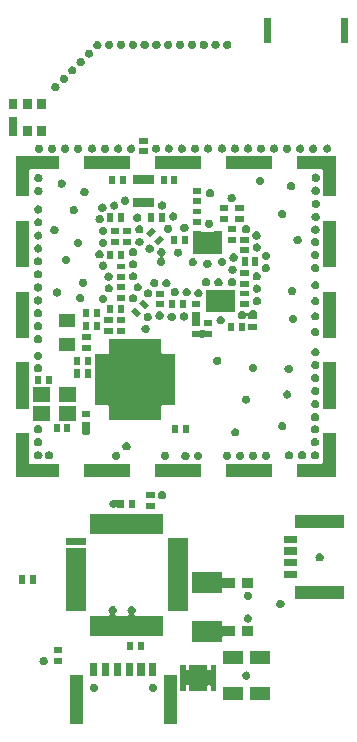
<source format=gbr>
G04 #@! TF.GenerationSoftware,KiCad,Pcbnew,(5.1.4)-1*
G04 #@! TF.CreationDate,2020-12-03T17:16:16+01:00*
G04 #@! TF.ProjectId,LoRa_Balloon,4c6f5261-5f42-4616-9c6c-6f6f6e2e6b69,2*
G04 #@! TF.SameCoordinates,Original*
G04 #@! TF.FileFunction,Soldermask,Top*
G04 #@! TF.FilePolarity,Negative*
%FSLAX46Y46*%
G04 Gerber Fmt 4.6, Leading zero omitted, Abs format (unit mm)*
G04 Created by KiCad (PCBNEW (5.1.4)-1) date 2020-12-03 17:16:16*
%MOMM*%
%LPD*%
G04 APERTURE LIST*
%ADD10C,0.100000*%
G04 APERTURE END LIST*
D10*
G36*
X115242300Y-161462780D02*
G01*
X114140300Y-161462780D01*
X114140300Y-157360780D01*
X115242300Y-157360780D01*
X115242300Y-161462780D01*
X115242300Y-161462780D01*
G37*
G36*
X107242300Y-161462780D02*
G01*
X106140300Y-161462780D01*
X106140300Y-157360780D01*
X107242300Y-157360780D01*
X107242300Y-161462780D01*
X107242300Y-161462780D01*
G37*
G36*
X120810760Y-159431860D02*
G01*
X119108760Y-159431860D01*
X119108760Y-158329860D01*
X120810760Y-158329860D01*
X120810760Y-159431860D01*
X120810760Y-159431860D01*
G37*
G36*
X123109460Y-159431860D02*
G01*
X121407460Y-159431860D01*
X121407460Y-158329860D01*
X123109460Y-158329860D01*
X123109460Y-159431860D01*
X123109460Y-159431860D01*
G37*
G36*
X113293683Y-158074589D02*
G01*
X113293686Y-158074590D01*
X113293685Y-158074590D01*
X113357558Y-158101046D01*
X113415048Y-158139460D01*
X113463940Y-158188352D01*
X113502354Y-158245842D01*
X113523924Y-158297918D01*
X113528811Y-158309717D01*
X113542300Y-158377530D01*
X113542300Y-158446670D01*
X113528811Y-158514483D01*
X113528810Y-158514485D01*
X113502354Y-158578358D01*
X113463940Y-158635848D01*
X113415048Y-158684740D01*
X113357558Y-158723154D01*
X113305482Y-158744724D01*
X113293683Y-158749611D01*
X113225870Y-158763100D01*
X113156730Y-158763100D01*
X113088917Y-158749611D01*
X113077118Y-158744724D01*
X113025042Y-158723154D01*
X112967552Y-158684740D01*
X112918660Y-158635848D01*
X112880246Y-158578358D01*
X112853790Y-158514485D01*
X112853789Y-158514483D01*
X112840300Y-158446670D01*
X112840300Y-158377530D01*
X112853789Y-158309717D01*
X112858676Y-158297918D01*
X112880246Y-158245842D01*
X112918660Y-158188352D01*
X112967552Y-158139460D01*
X113025042Y-158101046D01*
X113088915Y-158074590D01*
X113088914Y-158074590D01*
X113088917Y-158074589D01*
X113156730Y-158061100D01*
X113225870Y-158061100D01*
X113293683Y-158074589D01*
X113293683Y-158074589D01*
G37*
G36*
X108293683Y-158074589D02*
G01*
X108293686Y-158074590D01*
X108293685Y-158074590D01*
X108357558Y-158101046D01*
X108415048Y-158139460D01*
X108463940Y-158188352D01*
X108502354Y-158245842D01*
X108523924Y-158297918D01*
X108528811Y-158309717D01*
X108542300Y-158377530D01*
X108542300Y-158446670D01*
X108528811Y-158514483D01*
X108528810Y-158514485D01*
X108502354Y-158578358D01*
X108463940Y-158635848D01*
X108415048Y-158684740D01*
X108357558Y-158723154D01*
X108305482Y-158744724D01*
X108293683Y-158749611D01*
X108225870Y-158763100D01*
X108156730Y-158763100D01*
X108088917Y-158749611D01*
X108077118Y-158744724D01*
X108025042Y-158723154D01*
X107967552Y-158684740D01*
X107918660Y-158635848D01*
X107880246Y-158578358D01*
X107853790Y-158514485D01*
X107853789Y-158514483D01*
X107840300Y-158446670D01*
X107840300Y-158377530D01*
X107853789Y-158309717D01*
X107858676Y-158297918D01*
X107880246Y-158245842D01*
X107918660Y-158188352D01*
X107967552Y-158139460D01*
X108025042Y-158101046D01*
X108088915Y-158074590D01*
X108088914Y-158074590D01*
X108088917Y-158074589D01*
X108156730Y-158061100D01*
X108225870Y-158061100D01*
X108293683Y-158074589D01*
X108293683Y-158074589D01*
G37*
G36*
X115984680Y-156827581D02*
G01*
X115987082Y-156851967D01*
X115994195Y-156875416D01*
X116005746Y-156897027D01*
X116021291Y-156915969D01*
X116040233Y-156931514D01*
X116061844Y-156943065D01*
X116085293Y-156950178D01*
X116109679Y-156952580D01*
X116132681Y-156952580D01*
X116157067Y-156950178D01*
X116180516Y-156943065D01*
X116202127Y-156931514D01*
X116221069Y-156915969D01*
X116236614Y-156897027D01*
X116248165Y-156875416D01*
X116255278Y-156851967D01*
X116257680Y-156827581D01*
X116257680Y-156452580D01*
X117809680Y-156452580D01*
X117809680Y-156827581D01*
X117812082Y-156851967D01*
X117819195Y-156875416D01*
X117830746Y-156897027D01*
X117846291Y-156915969D01*
X117865233Y-156931514D01*
X117886844Y-156943065D01*
X117910293Y-156950178D01*
X117934679Y-156952580D01*
X117957681Y-156952580D01*
X117982067Y-156950178D01*
X118005516Y-156943065D01*
X118027127Y-156931514D01*
X118046069Y-156915969D01*
X118061614Y-156897027D01*
X118073165Y-156875416D01*
X118080278Y-156851967D01*
X118082680Y-156827581D01*
X118082680Y-156452580D01*
X118534680Y-156452580D01*
X118534680Y-158654580D01*
X118082680Y-158654580D01*
X118082680Y-158279579D01*
X118080278Y-158255193D01*
X118073165Y-158231744D01*
X118061614Y-158210133D01*
X118046069Y-158191191D01*
X118027127Y-158175646D01*
X118005516Y-158164095D01*
X117982067Y-158156982D01*
X117957681Y-158154580D01*
X117934679Y-158154580D01*
X117910293Y-158156982D01*
X117886844Y-158164095D01*
X117865233Y-158175646D01*
X117846291Y-158191191D01*
X117830746Y-158210133D01*
X117819195Y-158231744D01*
X117812082Y-158255193D01*
X117809680Y-158279579D01*
X117809680Y-158654580D01*
X116257680Y-158654580D01*
X116257680Y-158279579D01*
X116255278Y-158255193D01*
X116248165Y-158231744D01*
X116236614Y-158210133D01*
X116221069Y-158191191D01*
X116202127Y-158175646D01*
X116180516Y-158164095D01*
X116157067Y-158156982D01*
X116132681Y-158154580D01*
X116109679Y-158154580D01*
X116085293Y-158156982D01*
X116061844Y-158164095D01*
X116040233Y-158175646D01*
X116021291Y-158191191D01*
X116005746Y-158210133D01*
X115994195Y-158231744D01*
X115987082Y-158255193D01*
X115984680Y-158279579D01*
X115984680Y-158654580D01*
X115532680Y-158654580D01*
X115532680Y-156452580D01*
X115984680Y-156452580D01*
X115984680Y-156827581D01*
X115984680Y-156827581D01*
G37*
G36*
X121202603Y-157043349D02*
G01*
X121202606Y-157043350D01*
X121202605Y-157043350D01*
X121266478Y-157069806D01*
X121323968Y-157108220D01*
X121372860Y-157157112D01*
X121411274Y-157214602D01*
X121422841Y-157242528D01*
X121437731Y-157278477D01*
X121451220Y-157346290D01*
X121451220Y-157415430D01*
X121437731Y-157483243D01*
X121437730Y-157483245D01*
X121411274Y-157547118D01*
X121372860Y-157604608D01*
X121323968Y-157653500D01*
X121266478Y-157691914D01*
X121214402Y-157713484D01*
X121202603Y-157718371D01*
X121134790Y-157731860D01*
X121065650Y-157731860D01*
X120997837Y-157718371D01*
X120986038Y-157713484D01*
X120933962Y-157691914D01*
X120876472Y-157653500D01*
X120827580Y-157604608D01*
X120789166Y-157547118D01*
X120762710Y-157483245D01*
X120762709Y-157483243D01*
X120749220Y-157415430D01*
X120749220Y-157346290D01*
X120762709Y-157278477D01*
X120777599Y-157242528D01*
X120789166Y-157214602D01*
X120827580Y-157157112D01*
X120876472Y-157108220D01*
X120933962Y-157069806D01*
X120997835Y-157043350D01*
X120997834Y-157043350D01*
X120997837Y-157043349D01*
X121065650Y-157029860D01*
X121134790Y-157029860D01*
X121202603Y-157043349D01*
X121202603Y-157043349D01*
G37*
G36*
X110492300Y-157462780D02*
G01*
X109890300Y-157462780D01*
X109890300Y-156360780D01*
X110492300Y-156360780D01*
X110492300Y-157462780D01*
X110492300Y-157462780D01*
G37*
G36*
X108492300Y-157462780D02*
G01*
X107890300Y-157462780D01*
X107890300Y-156360780D01*
X108492300Y-156360780D01*
X108492300Y-157462780D01*
X108492300Y-157462780D01*
G37*
G36*
X109492300Y-157462780D02*
G01*
X108890300Y-157462780D01*
X108890300Y-156360780D01*
X109492300Y-156360780D01*
X109492300Y-157462780D01*
X109492300Y-157462780D01*
G37*
G36*
X112492300Y-157462780D02*
G01*
X111890300Y-157462780D01*
X111890300Y-156360780D01*
X112492300Y-156360780D01*
X112492300Y-157462780D01*
X112492300Y-157462780D01*
G37*
G36*
X113492300Y-157462780D02*
G01*
X112890300Y-157462780D01*
X112890300Y-156360780D01*
X113492300Y-156360780D01*
X113492300Y-157462780D01*
X113492300Y-157462780D01*
G37*
G36*
X111492300Y-157462780D02*
G01*
X110890300Y-157462780D01*
X110890300Y-156360780D01*
X111492300Y-156360780D01*
X111492300Y-157462780D01*
X111492300Y-157462780D01*
G37*
G36*
X104049983Y-155819909D02*
G01*
X104049986Y-155819910D01*
X104049985Y-155819910D01*
X104113858Y-155846366D01*
X104171348Y-155884780D01*
X104220240Y-155933672D01*
X104258654Y-155991162D01*
X104280224Y-156043238D01*
X104285111Y-156055037D01*
X104298600Y-156122850D01*
X104298600Y-156191990D01*
X104285111Y-156259803D01*
X104285110Y-156259805D01*
X104258654Y-156323678D01*
X104220240Y-156381168D01*
X104171348Y-156430060D01*
X104113858Y-156468474D01*
X104061782Y-156490044D01*
X104049983Y-156494931D01*
X103982170Y-156508420D01*
X103913030Y-156508420D01*
X103845217Y-156494931D01*
X103833418Y-156490044D01*
X103781342Y-156468474D01*
X103723852Y-156430060D01*
X103674960Y-156381168D01*
X103636546Y-156323678D01*
X103610090Y-156259805D01*
X103610089Y-156259803D01*
X103596600Y-156191990D01*
X103596600Y-156122850D01*
X103610089Y-156055037D01*
X103614976Y-156043238D01*
X103636546Y-155991162D01*
X103674960Y-155933672D01*
X103723852Y-155884780D01*
X103781342Y-155846366D01*
X103845215Y-155819910D01*
X103845214Y-155819910D01*
X103845217Y-155819909D01*
X103913030Y-155806420D01*
X103982170Y-155806420D01*
X104049983Y-155819909D01*
X104049983Y-155819909D01*
G37*
G36*
X120810760Y-156431860D02*
G01*
X119108760Y-156431860D01*
X119108760Y-155329860D01*
X120810760Y-155329860D01*
X120810760Y-156431860D01*
X120810760Y-156431860D01*
G37*
G36*
X123109460Y-156431860D02*
G01*
X121407460Y-156431860D01*
X121407460Y-155329860D01*
X123109460Y-155329860D01*
X123109460Y-156431860D01*
X123109460Y-156431860D01*
G37*
G36*
X105545740Y-156408420D02*
G01*
X104843740Y-156408420D01*
X104843740Y-155906420D01*
X105545740Y-155906420D01*
X105545740Y-156408420D01*
X105545740Y-156408420D01*
G37*
G36*
X105545740Y-155508420D02*
G01*
X104843740Y-155508420D01*
X104843740Y-155006420D01*
X105545740Y-155006420D01*
X105545740Y-155508420D01*
X105545740Y-155508420D01*
G37*
G36*
X111543860Y-155209640D02*
G01*
X111041860Y-155209640D01*
X111041860Y-154507640D01*
X111543860Y-154507640D01*
X111543860Y-155209640D01*
X111543860Y-155209640D01*
G37*
G36*
X112443860Y-155209640D02*
G01*
X111941860Y-155209640D01*
X111941860Y-154507640D01*
X112443860Y-154507640D01*
X112443860Y-155209640D01*
X112443860Y-155209640D01*
G37*
G36*
X119031440Y-153081041D02*
G01*
X119033842Y-153105427D01*
X119040955Y-153128876D01*
X119052506Y-153150487D01*
X119068051Y-153169429D01*
X119086993Y-153184974D01*
X119108604Y-153196525D01*
X119132053Y-153203638D01*
X119156439Y-153206040D01*
X120178920Y-153206040D01*
X120178920Y-154058040D01*
X119156439Y-154058040D01*
X119132053Y-154060442D01*
X119108604Y-154067555D01*
X119086993Y-154079106D01*
X119068051Y-154094651D01*
X119052506Y-154113593D01*
X119040955Y-154135204D01*
X119033842Y-154158653D01*
X119031440Y-154183039D01*
X119031440Y-154533040D01*
X116529440Y-154533040D01*
X116529440Y-152731040D01*
X119031440Y-152731040D01*
X119031440Y-153081041D01*
X119031440Y-153081041D01*
G37*
G36*
X121678920Y-154058040D02*
G01*
X120776920Y-154058040D01*
X120776920Y-153206040D01*
X121678920Y-153206040D01*
X121678920Y-154058040D01*
X121678920Y-154058040D01*
G37*
G36*
X109891983Y-151508689D02*
G01*
X109891986Y-151508690D01*
X109891985Y-151508690D01*
X109955858Y-151535146D01*
X110013348Y-151573560D01*
X110062240Y-151622452D01*
X110100654Y-151679942D01*
X110122224Y-151732018D01*
X110127111Y-151743817D01*
X110140600Y-151811630D01*
X110140600Y-151880770D01*
X110127111Y-151948583D01*
X110127110Y-151948585D01*
X110100654Y-152012458D01*
X110062240Y-152069948D01*
X110045035Y-152087153D01*
X110029490Y-152106095D01*
X110017939Y-152127706D01*
X110010826Y-152151155D01*
X110008424Y-152175541D01*
X110010826Y-152199927D01*
X110017939Y-152223376D01*
X110029490Y-152244987D01*
X110045035Y-152263929D01*
X110063977Y-152279474D01*
X110085588Y-152291025D01*
X110109037Y-152298138D01*
X110133423Y-152300540D01*
X111045977Y-152300540D01*
X111070363Y-152298138D01*
X111093812Y-152291025D01*
X111115423Y-152279474D01*
X111134365Y-152263929D01*
X111149910Y-152244987D01*
X111161461Y-152223376D01*
X111168574Y-152199927D01*
X111170976Y-152175541D01*
X111168574Y-152151155D01*
X111161461Y-152127706D01*
X111149910Y-152106095D01*
X111134365Y-152087153D01*
X111117160Y-152069948D01*
X111078746Y-152012458D01*
X111052290Y-151948585D01*
X111052289Y-151948583D01*
X111038800Y-151880770D01*
X111038800Y-151811630D01*
X111052289Y-151743817D01*
X111057176Y-151732018D01*
X111078746Y-151679942D01*
X111117160Y-151622452D01*
X111166052Y-151573560D01*
X111223542Y-151535146D01*
X111287415Y-151508690D01*
X111287414Y-151508690D01*
X111287417Y-151508689D01*
X111355230Y-151495200D01*
X111424370Y-151495200D01*
X111492183Y-151508689D01*
X111492186Y-151508690D01*
X111492185Y-151508690D01*
X111556058Y-151535146D01*
X111613548Y-151573560D01*
X111662440Y-151622452D01*
X111700854Y-151679942D01*
X111722424Y-151732018D01*
X111727311Y-151743817D01*
X111740800Y-151811630D01*
X111740800Y-151880770D01*
X111727311Y-151948583D01*
X111727310Y-151948585D01*
X111700854Y-152012458D01*
X111662440Y-152069948D01*
X111645235Y-152087153D01*
X111629690Y-152106095D01*
X111618139Y-152127706D01*
X111611026Y-152151155D01*
X111608624Y-152175541D01*
X111611026Y-152199927D01*
X111618139Y-152223376D01*
X111629690Y-152244987D01*
X111645235Y-152263929D01*
X111664177Y-152279474D01*
X111685788Y-152291025D01*
X111709237Y-152298138D01*
X111733623Y-152300540D01*
X114067020Y-152300540D01*
X114067020Y-154002540D01*
X107915020Y-154002540D01*
X107915020Y-152300540D01*
X109445777Y-152300540D01*
X109470163Y-152298138D01*
X109493612Y-152291025D01*
X109515223Y-152279474D01*
X109534165Y-152263929D01*
X109549710Y-152244987D01*
X109561261Y-152223376D01*
X109568374Y-152199927D01*
X109570776Y-152175541D01*
X109568374Y-152151155D01*
X109561261Y-152127706D01*
X109549710Y-152106095D01*
X109534165Y-152087153D01*
X109516960Y-152069948D01*
X109478546Y-152012458D01*
X109452090Y-151948585D01*
X109452089Y-151948583D01*
X109438600Y-151880770D01*
X109438600Y-151811630D01*
X109452089Y-151743817D01*
X109456976Y-151732018D01*
X109478546Y-151679942D01*
X109516960Y-151622452D01*
X109565852Y-151573560D01*
X109623342Y-151535146D01*
X109687215Y-151508690D01*
X109687214Y-151508690D01*
X109687217Y-151508689D01*
X109755030Y-151495200D01*
X109824170Y-151495200D01*
X109891983Y-151508689D01*
X109891983Y-151508689D01*
G37*
G36*
X121332383Y-152212489D02*
G01*
X121332386Y-152212490D01*
X121332385Y-152212490D01*
X121396258Y-152238946D01*
X121453748Y-152277360D01*
X121502640Y-152326252D01*
X121541054Y-152383742D01*
X121562624Y-152435818D01*
X121567511Y-152447617D01*
X121581000Y-152515430D01*
X121581000Y-152584570D01*
X121567511Y-152652383D01*
X121567510Y-152652385D01*
X121541054Y-152716258D01*
X121502640Y-152773748D01*
X121453748Y-152822640D01*
X121396258Y-152861054D01*
X121344182Y-152882624D01*
X121332383Y-152887511D01*
X121264570Y-152901000D01*
X121195430Y-152901000D01*
X121127617Y-152887511D01*
X121115818Y-152882624D01*
X121063742Y-152861054D01*
X121006252Y-152822640D01*
X120957360Y-152773748D01*
X120918946Y-152716258D01*
X120892490Y-152652385D01*
X120892489Y-152652383D01*
X120879000Y-152584570D01*
X120879000Y-152515430D01*
X120892489Y-152447617D01*
X120897376Y-152435818D01*
X120918946Y-152383742D01*
X120957360Y-152326252D01*
X121006252Y-152277360D01*
X121063742Y-152238946D01*
X121127615Y-152212490D01*
X121127614Y-152212490D01*
X121127617Y-152212489D01*
X121195430Y-152199000D01*
X121264570Y-152199000D01*
X121332383Y-152212489D01*
X121332383Y-152212489D01*
G37*
G36*
X116142020Y-151927540D02*
G01*
X114440020Y-151927540D01*
X114440020Y-145775540D01*
X116142020Y-145775540D01*
X116142020Y-151927540D01*
X116142020Y-151927540D01*
G37*
G36*
X107542020Y-151927540D02*
G01*
X105840020Y-151927540D01*
X105840020Y-146575540D01*
X107542020Y-146575540D01*
X107542020Y-151927540D01*
X107542020Y-151927540D01*
G37*
G36*
X124102383Y-150972489D02*
G01*
X124102386Y-150972490D01*
X124102385Y-150972490D01*
X124166258Y-150998946D01*
X124223748Y-151037360D01*
X124272640Y-151086252D01*
X124311054Y-151143742D01*
X124332624Y-151195818D01*
X124337511Y-151207617D01*
X124351000Y-151275430D01*
X124351000Y-151344570D01*
X124337511Y-151412383D01*
X124337510Y-151412385D01*
X124311054Y-151476258D01*
X124272640Y-151533748D01*
X124223748Y-151582640D01*
X124166258Y-151621054D01*
X124114182Y-151642624D01*
X124102383Y-151647511D01*
X124034570Y-151661000D01*
X123965430Y-151661000D01*
X123897617Y-151647511D01*
X123885818Y-151642624D01*
X123833742Y-151621054D01*
X123776252Y-151582640D01*
X123727360Y-151533748D01*
X123688946Y-151476258D01*
X123662490Y-151412385D01*
X123662489Y-151412383D01*
X123649000Y-151344570D01*
X123649000Y-151275430D01*
X123662489Y-151207617D01*
X123667376Y-151195818D01*
X123688946Y-151143742D01*
X123727360Y-151086252D01*
X123776252Y-151037360D01*
X123833742Y-150998946D01*
X123897615Y-150972490D01*
X123897614Y-150972490D01*
X123897617Y-150972489D01*
X123965430Y-150959000D01*
X124034570Y-150959000D01*
X124102383Y-150972489D01*
X124102383Y-150972489D01*
G37*
G36*
X121332383Y-150282489D02*
G01*
X121332386Y-150282490D01*
X121332385Y-150282490D01*
X121396258Y-150308946D01*
X121453748Y-150347360D01*
X121502640Y-150396252D01*
X121541054Y-150453742D01*
X121562624Y-150505818D01*
X121567511Y-150517617D01*
X121581000Y-150585430D01*
X121581000Y-150654570D01*
X121567511Y-150722383D01*
X121567510Y-150722385D01*
X121541054Y-150786258D01*
X121502640Y-150843748D01*
X121453748Y-150892640D01*
X121396258Y-150931054D01*
X121344182Y-150952624D01*
X121332383Y-150957511D01*
X121264570Y-150971000D01*
X121195430Y-150971000D01*
X121127617Y-150957511D01*
X121115818Y-150952624D01*
X121063742Y-150931054D01*
X121006252Y-150892640D01*
X120957360Y-150843748D01*
X120918946Y-150786258D01*
X120892490Y-150722385D01*
X120892489Y-150722383D01*
X120879000Y-150654570D01*
X120879000Y-150585430D01*
X120892489Y-150517617D01*
X120897376Y-150505818D01*
X120918946Y-150453742D01*
X120957360Y-150396252D01*
X121006252Y-150347360D01*
X121063742Y-150308946D01*
X121127615Y-150282490D01*
X121127614Y-150282490D01*
X121127617Y-150282489D01*
X121195430Y-150269000D01*
X121264570Y-150269000D01*
X121332383Y-150282489D01*
X121332383Y-150282489D01*
G37*
G36*
X129361000Y-150891000D02*
G01*
X125259000Y-150891000D01*
X125259000Y-149789000D01*
X129361000Y-149789000D01*
X129361000Y-150891000D01*
X129361000Y-150891000D01*
G37*
G36*
X119031440Y-148981041D02*
G01*
X119033842Y-149005427D01*
X119040955Y-149028876D01*
X119052506Y-149050487D01*
X119068051Y-149069429D01*
X119086993Y-149084974D01*
X119108604Y-149096525D01*
X119132053Y-149103638D01*
X119156439Y-149106040D01*
X120178920Y-149106040D01*
X120178920Y-149958040D01*
X119156439Y-149958040D01*
X119132053Y-149960442D01*
X119108604Y-149967555D01*
X119086993Y-149979106D01*
X119068051Y-149994651D01*
X119052506Y-150013593D01*
X119040955Y-150035204D01*
X119033842Y-150058653D01*
X119031440Y-150083039D01*
X119031440Y-150433040D01*
X116529440Y-150433040D01*
X116529440Y-148631040D01*
X119031440Y-148631040D01*
X119031440Y-148981041D01*
X119031440Y-148981041D01*
G37*
G36*
X121678920Y-149958040D02*
G01*
X120776920Y-149958040D01*
X120776920Y-149106040D01*
X121678920Y-149106040D01*
X121678920Y-149958040D01*
X121678920Y-149958040D01*
G37*
G36*
X102366840Y-149602540D02*
G01*
X101864840Y-149602540D01*
X101864840Y-148900540D01*
X102366840Y-148900540D01*
X102366840Y-149602540D01*
X102366840Y-149602540D01*
G37*
G36*
X103266840Y-149602540D02*
G01*
X102764840Y-149602540D01*
X102764840Y-148900540D01*
X103266840Y-148900540D01*
X103266840Y-149602540D01*
X103266840Y-149602540D01*
G37*
G36*
X125361000Y-149141000D02*
G01*
X124259000Y-149141000D01*
X124259000Y-148539000D01*
X125361000Y-148539000D01*
X125361000Y-149141000D01*
X125361000Y-149141000D01*
G37*
G36*
X125361000Y-148141000D02*
G01*
X124259000Y-148141000D01*
X124259000Y-147539000D01*
X125361000Y-147539000D01*
X125361000Y-148141000D01*
X125361000Y-148141000D01*
G37*
G36*
X127412383Y-147032489D02*
G01*
X127412386Y-147032490D01*
X127412385Y-147032490D01*
X127476258Y-147058946D01*
X127533748Y-147097360D01*
X127582640Y-147146252D01*
X127621054Y-147203742D01*
X127642624Y-147255818D01*
X127647511Y-147267617D01*
X127661000Y-147335430D01*
X127661000Y-147404570D01*
X127647511Y-147472383D01*
X127647510Y-147472385D01*
X127621054Y-147536258D01*
X127582640Y-147593748D01*
X127533748Y-147642640D01*
X127476258Y-147681054D01*
X127424182Y-147702624D01*
X127412383Y-147707511D01*
X127344570Y-147721000D01*
X127275430Y-147721000D01*
X127207617Y-147707511D01*
X127195818Y-147702624D01*
X127143742Y-147681054D01*
X127086252Y-147642640D01*
X127037360Y-147593748D01*
X126998946Y-147536258D01*
X126972490Y-147472385D01*
X126972489Y-147472383D01*
X126959000Y-147404570D01*
X126959000Y-147335430D01*
X126972489Y-147267617D01*
X126977376Y-147255818D01*
X126998946Y-147203742D01*
X127037360Y-147146252D01*
X127086252Y-147097360D01*
X127143742Y-147058946D01*
X127207615Y-147032490D01*
X127207614Y-147032490D01*
X127207617Y-147032489D01*
X127275430Y-147019000D01*
X127344570Y-147019000D01*
X127412383Y-147032489D01*
X127412383Y-147032489D01*
G37*
G36*
X125361000Y-147141000D02*
G01*
X124259000Y-147141000D01*
X124259000Y-146539000D01*
X125361000Y-146539000D01*
X125361000Y-147141000D01*
X125361000Y-147141000D01*
G37*
G36*
X107542020Y-146308140D02*
G01*
X105840020Y-146308140D01*
X105840020Y-145756140D01*
X107542020Y-145756140D01*
X107542020Y-146308140D01*
X107542020Y-146308140D01*
G37*
G36*
X125361000Y-146141000D02*
G01*
X124259000Y-146141000D01*
X124259000Y-145539000D01*
X125361000Y-145539000D01*
X125361000Y-146141000D01*
X125361000Y-146141000D01*
G37*
G36*
X114067020Y-145402540D02*
G01*
X107915020Y-145402540D01*
X107915020Y-143700540D01*
X114067020Y-143700540D01*
X114067020Y-145402540D01*
X114067020Y-145402540D01*
G37*
G36*
X129361000Y-144891000D02*
G01*
X125259000Y-144891000D01*
X125259000Y-143789000D01*
X129361000Y-143789000D01*
X129361000Y-144891000D01*
X129361000Y-144891000D01*
G37*
G36*
X113341000Y-143253340D02*
G01*
X112639000Y-143253340D01*
X112639000Y-142751340D01*
X113341000Y-142751340D01*
X113341000Y-143253340D01*
X113341000Y-143253340D01*
G37*
G36*
X109968183Y-142504389D02*
G01*
X109968186Y-142504390D01*
X109968185Y-142504390D01*
X110032058Y-142530846D01*
X110046895Y-142540760D01*
X110068506Y-142552311D01*
X110091955Y-142559424D01*
X110116341Y-142561826D01*
X110140727Y-142559424D01*
X110164176Y-142552311D01*
X110185786Y-142540760D01*
X110204728Y-142525215D01*
X110220274Y-142506273D01*
X110225776Y-142495980D01*
X110743340Y-142495980D01*
X110743340Y-143197980D01*
X110231206Y-143197980D01*
X110220274Y-143177527D01*
X110204729Y-143158585D01*
X110185787Y-143143040D01*
X110164176Y-143131489D01*
X110140727Y-143124376D01*
X110116341Y-143121974D01*
X110091955Y-143124376D01*
X110068506Y-143131489D01*
X110046895Y-143143040D01*
X110032058Y-143152954D01*
X109979982Y-143174524D01*
X109968183Y-143179411D01*
X109900370Y-143192900D01*
X109831230Y-143192900D01*
X109763417Y-143179411D01*
X109751618Y-143174524D01*
X109699542Y-143152954D01*
X109642052Y-143114540D01*
X109593160Y-143065648D01*
X109554746Y-143008158D01*
X109528290Y-142944285D01*
X109528289Y-142944283D01*
X109514800Y-142876470D01*
X109514800Y-142807330D01*
X109528289Y-142739517D01*
X109533176Y-142727718D01*
X109554746Y-142675642D01*
X109593160Y-142618152D01*
X109642052Y-142569260D01*
X109699542Y-142530846D01*
X109763415Y-142504390D01*
X109763414Y-142504390D01*
X109763417Y-142504389D01*
X109831230Y-142490900D01*
X109900370Y-142490900D01*
X109968183Y-142504389D01*
X109968183Y-142504389D01*
G37*
G36*
X111643340Y-143197980D02*
G01*
X111141340Y-143197980D01*
X111141340Y-142495980D01*
X111643340Y-142495980D01*
X111643340Y-143197980D01*
X111643340Y-143197980D01*
G37*
G36*
X114070283Y-141767789D02*
G01*
X114070286Y-141767790D01*
X114070285Y-141767790D01*
X114134158Y-141794246D01*
X114191648Y-141832660D01*
X114240540Y-141881552D01*
X114278954Y-141939042D01*
X114300524Y-141991118D01*
X114305411Y-142002917D01*
X114318900Y-142070730D01*
X114318900Y-142139870D01*
X114305411Y-142207683D01*
X114305410Y-142207685D01*
X114278954Y-142271558D01*
X114240540Y-142329048D01*
X114191648Y-142377940D01*
X114134158Y-142416354D01*
X114082082Y-142437924D01*
X114070283Y-142442811D01*
X114002470Y-142456300D01*
X113933330Y-142456300D01*
X113865517Y-142442811D01*
X113853718Y-142437924D01*
X113801642Y-142416354D01*
X113744152Y-142377940D01*
X113695260Y-142329048D01*
X113656846Y-142271558D01*
X113630390Y-142207685D01*
X113630389Y-142207683D01*
X113616900Y-142139870D01*
X113616900Y-142070730D01*
X113630389Y-142002917D01*
X113635276Y-141991118D01*
X113656846Y-141939042D01*
X113695260Y-141881552D01*
X113744152Y-141832660D01*
X113801642Y-141794246D01*
X113865515Y-141767790D01*
X113865514Y-141767790D01*
X113865517Y-141767789D01*
X113933330Y-141754300D01*
X114002470Y-141754300D01*
X114070283Y-141767789D01*
X114070283Y-141767789D01*
G37*
G36*
X113341000Y-142353340D02*
G01*
X112639000Y-142353340D01*
X112639000Y-141851340D01*
X113341000Y-141851340D01*
X113341000Y-142353340D01*
X113341000Y-142353340D01*
G37*
G36*
X117265200Y-140543400D02*
G01*
X113363200Y-140543400D01*
X113363200Y-139441400D01*
X117265200Y-139441400D01*
X117265200Y-140543400D01*
X117265200Y-140543400D01*
G37*
G36*
X128705200Y-140543400D02*
G01*
X125363200Y-140543400D01*
X125363200Y-139441400D01*
X127478201Y-139441400D01*
X127502587Y-139438998D01*
X127526036Y-139431885D01*
X127547647Y-139420334D01*
X127566589Y-139404789D01*
X127582134Y-139385847D01*
X127593685Y-139364236D01*
X127600798Y-139340787D01*
X127603200Y-139316401D01*
X127603200Y-136871400D01*
X128705200Y-136871400D01*
X128705200Y-140543400D01*
X128705200Y-140543400D01*
G37*
G36*
X123265200Y-140543400D02*
G01*
X119363200Y-140543400D01*
X119363200Y-139441400D01*
X123265200Y-139441400D01*
X123265200Y-140543400D01*
X123265200Y-140543400D01*
G37*
G36*
X102695200Y-139316401D02*
G01*
X102697602Y-139340787D01*
X102704715Y-139364236D01*
X102716266Y-139385847D01*
X102731811Y-139404789D01*
X102750753Y-139420334D01*
X102772364Y-139431885D01*
X102795813Y-139438998D01*
X102820199Y-139441400D01*
X105265200Y-139441400D01*
X105265200Y-140543400D01*
X101593200Y-140543400D01*
X101593200Y-136871400D01*
X102695200Y-136871400D01*
X102695200Y-139316401D01*
X102695200Y-139316401D01*
G37*
G36*
X111265200Y-140543400D02*
G01*
X107363200Y-140543400D01*
X107363200Y-139441400D01*
X111265200Y-139441400D01*
X111265200Y-140543400D01*
X111265200Y-140543400D01*
G37*
G36*
X116059103Y-138442929D02*
G01*
X116059106Y-138442930D01*
X116059105Y-138442930D01*
X116122978Y-138469386D01*
X116180468Y-138507800D01*
X116229360Y-138556692D01*
X116267774Y-138614182D01*
X116280883Y-138645831D01*
X116294231Y-138678057D01*
X116307720Y-138745870D01*
X116307720Y-138815010D01*
X116294231Y-138882823D01*
X116294230Y-138882825D01*
X116267774Y-138946698D01*
X116229360Y-139004188D01*
X116180468Y-139053080D01*
X116122978Y-139091494D01*
X116089764Y-139105251D01*
X116059103Y-139117951D01*
X115991290Y-139131440D01*
X115922150Y-139131440D01*
X115854337Y-139117951D01*
X115823676Y-139105251D01*
X115790462Y-139091494D01*
X115732972Y-139053080D01*
X115684080Y-139004188D01*
X115645666Y-138946698D01*
X115619210Y-138882825D01*
X115619209Y-138882823D01*
X115605720Y-138815010D01*
X115605720Y-138745870D01*
X115619209Y-138678057D01*
X115632557Y-138645831D01*
X115645666Y-138614182D01*
X115684080Y-138556692D01*
X115732972Y-138507800D01*
X115790462Y-138469386D01*
X115854335Y-138442930D01*
X115854334Y-138442930D01*
X115854337Y-138442929D01*
X115922150Y-138429440D01*
X115991290Y-138429440D01*
X116059103Y-138442929D01*
X116059103Y-138442929D01*
G37*
G36*
X117105583Y-138440389D02*
G01*
X117117382Y-138445276D01*
X117169458Y-138466846D01*
X117226948Y-138505260D01*
X117275840Y-138554152D01*
X117314254Y-138611642D01*
X117328415Y-138645831D01*
X117340711Y-138675517D01*
X117354200Y-138743330D01*
X117354200Y-138812470D01*
X117340711Y-138880283D01*
X117340710Y-138880285D01*
X117314254Y-138944158D01*
X117275840Y-139001648D01*
X117226948Y-139050540D01*
X117169458Y-139088954D01*
X117117382Y-139110524D01*
X117105583Y-139115411D01*
X117037770Y-139128900D01*
X116968630Y-139128900D01*
X116900817Y-139115411D01*
X116889018Y-139110524D01*
X116836942Y-139088954D01*
X116779452Y-139050540D01*
X116730560Y-139001648D01*
X116692146Y-138944158D01*
X116665690Y-138880285D01*
X116665689Y-138880283D01*
X116652200Y-138812470D01*
X116652200Y-138743330D01*
X116665689Y-138675517D01*
X116677985Y-138645831D01*
X116692146Y-138611642D01*
X116730560Y-138554152D01*
X116779452Y-138505260D01*
X116836942Y-138466846D01*
X116889018Y-138445276D01*
X116900817Y-138440389D01*
X116968630Y-138426900D01*
X117037770Y-138426900D01*
X117105583Y-138440389D01*
X117105583Y-138440389D01*
G37*
G36*
X121774103Y-138432769D02*
G01*
X121774106Y-138432770D01*
X121774105Y-138432770D01*
X121837978Y-138459226D01*
X121895468Y-138497640D01*
X121944360Y-138546532D01*
X121982774Y-138604022D01*
X122004344Y-138656098D01*
X122009231Y-138667897D01*
X122022720Y-138735710D01*
X122022720Y-138804850D01*
X122009231Y-138872663D01*
X122009230Y-138872665D01*
X121982774Y-138936538D01*
X121944360Y-138994028D01*
X121895468Y-139042920D01*
X121837978Y-139081334D01*
X121786370Y-139102710D01*
X121774103Y-139107791D01*
X121706290Y-139121280D01*
X121637150Y-139121280D01*
X121569337Y-139107791D01*
X121557070Y-139102710D01*
X121505462Y-139081334D01*
X121447972Y-139042920D01*
X121399080Y-138994028D01*
X121360666Y-138936538D01*
X121334210Y-138872665D01*
X121334209Y-138872663D01*
X121320720Y-138804850D01*
X121320720Y-138735710D01*
X121334209Y-138667897D01*
X121339096Y-138656098D01*
X121360666Y-138604022D01*
X121399080Y-138546532D01*
X121447972Y-138497640D01*
X121505462Y-138459226D01*
X121569335Y-138432770D01*
X121569334Y-138432770D01*
X121569337Y-138432769D01*
X121637150Y-138419280D01*
X121706290Y-138419280D01*
X121774103Y-138432769D01*
X121774103Y-138432769D01*
G37*
G36*
X119584623Y-138432769D02*
G01*
X119584626Y-138432770D01*
X119584625Y-138432770D01*
X119648498Y-138459226D01*
X119705988Y-138497640D01*
X119754880Y-138546532D01*
X119793294Y-138604022D01*
X119814864Y-138656098D01*
X119819751Y-138667897D01*
X119833240Y-138735710D01*
X119833240Y-138804850D01*
X119819751Y-138872663D01*
X119819750Y-138872665D01*
X119793294Y-138936538D01*
X119754880Y-138994028D01*
X119705988Y-139042920D01*
X119648498Y-139081334D01*
X119596890Y-139102710D01*
X119584623Y-139107791D01*
X119516810Y-139121280D01*
X119447670Y-139121280D01*
X119379857Y-139107791D01*
X119367590Y-139102710D01*
X119315982Y-139081334D01*
X119258492Y-139042920D01*
X119209600Y-138994028D01*
X119171186Y-138936538D01*
X119144730Y-138872665D01*
X119144729Y-138872663D01*
X119131240Y-138804850D01*
X119131240Y-138735710D01*
X119144729Y-138667897D01*
X119149616Y-138656098D01*
X119171186Y-138604022D01*
X119209600Y-138546532D01*
X119258492Y-138497640D01*
X119315982Y-138459226D01*
X119379855Y-138432770D01*
X119379854Y-138432770D01*
X119379857Y-138432769D01*
X119447670Y-138419280D01*
X119516810Y-138419280D01*
X119584623Y-138432769D01*
X119584623Y-138432769D01*
G37*
G36*
X114329363Y-138430229D02*
G01*
X114341162Y-138435116D01*
X114393238Y-138456686D01*
X114450728Y-138495100D01*
X114499620Y-138543992D01*
X114538034Y-138601482D01*
X114550813Y-138632335D01*
X114564491Y-138665357D01*
X114577980Y-138733170D01*
X114577980Y-138802310D01*
X114564491Y-138870123D01*
X114564490Y-138870125D01*
X114538034Y-138933998D01*
X114499620Y-138991488D01*
X114450728Y-139040380D01*
X114393238Y-139078794D01*
X114362576Y-139091494D01*
X114329363Y-139105251D01*
X114261550Y-139118740D01*
X114192410Y-139118740D01*
X114124597Y-139105251D01*
X114091384Y-139091494D01*
X114060722Y-139078794D01*
X114003232Y-139040380D01*
X113954340Y-138991488D01*
X113915926Y-138933998D01*
X113889470Y-138870125D01*
X113889469Y-138870123D01*
X113875980Y-138802310D01*
X113875980Y-138733170D01*
X113889469Y-138665357D01*
X113903147Y-138632335D01*
X113915926Y-138601482D01*
X113954340Y-138543992D01*
X114003232Y-138495100D01*
X114060722Y-138456686D01*
X114112798Y-138435116D01*
X114124597Y-138430229D01*
X114192410Y-138416740D01*
X114261550Y-138416740D01*
X114329363Y-138430229D01*
X114329363Y-138430229D01*
G37*
G36*
X110191703Y-138430229D02*
G01*
X110203502Y-138435116D01*
X110255578Y-138456686D01*
X110313068Y-138495100D01*
X110361960Y-138543992D01*
X110400374Y-138601482D01*
X110413153Y-138632335D01*
X110426831Y-138665357D01*
X110440320Y-138733170D01*
X110440320Y-138802310D01*
X110426831Y-138870123D01*
X110426830Y-138870125D01*
X110400374Y-138933998D01*
X110361960Y-138991488D01*
X110313068Y-139040380D01*
X110255578Y-139078794D01*
X110224916Y-139091494D01*
X110191703Y-139105251D01*
X110123890Y-139118740D01*
X110054750Y-139118740D01*
X109986937Y-139105251D01*
X109953724Y-139091494D01*
X109923062Y-139078794D01*
X109865572Y-139040380D01*
X109816680Y-138991488D01*
X109778266Y-138933998D01*
X109751810Y-138870125D01*
X109751809Y-138870123D01*
X109738320Y-138802310D01*
X109738320Y-138733170D01*
X109751809Y-138665357D01*
X109765487Y-138632335D01*
X109778266Y-138601482D01*
X109816680Y-138543992D01*
X109865572Y-138495100D01*
X109923062Y-138456686D01*
X109975138Y-138435116D01*
X109986937Y-138430229D01*
X110054750Y-138416740D01*
X110123890Y-138416740D01*
X110191703Y-138430229D01*
X110191703Y-138430229D01*
G37*
G36*
X120699683Y-138427689D02*
G01*
X120711482Y-138432576D01*
X120763558Y-138454146D01*
X120821048Y-138492560D01*
X120869940Y-138541452D01*
X120908354Y-138598942D01*
X120919029Y-138624715D01*
X120934811Y-138662817D01*
X120948300Y-138730630D01*
X120948300Y-138799770D01*
X120934811Y-138867583D01*
X120934810Y-138867585D01*
X120908354Y-138931458D01*
X120869940Y-138988948D01*
X120821048Y-139037840D01*
X120763558Y-139076254D01*
X120711482Y-139097824D01*
X120699683Y-139102711D01*
X120631870Y-139116200D01*
X120562730Y-139116200D01*
X120494917Y-139102711D01*
X120483118Y-139097824D01*
X120431042Y-139076254D01*
X120373552Y-139037840D01*
X120324660Y-138988948D01*
X120286246Y-138931458D01*
X120259790Y-138867585D01*
X120259789Y-138867583D01*
X120246300Y-138799770D01*
X120246300Y-138730630D01*
X120259789Y-138662817D01*
X120275571Y-138624715D01*
X120286246Y-138598942D01*
X120324660Y-138541452D01*
X120373552Y-138492560D01*
X120431042Y-138454146D01*
X120483118Y-138432576D01*
X120494917Y-138427689D01*
X120562730Y-138414200D01*
X120631870Y-138414200D01*
X120699683Y-138427689D01*
X120699683Y-138427689D01*
G37*
G36*
X122889163Y-138427689D02*
G01*
X122900962Y-138432576D01*
X122953038Y-138454146D01*
X123010528Y-138492560D01*
X123059420Y-138541452D01*
X123097834Y-138598942D01*
X123108509Y-138624715D01*
X123124291Y-138662817D01*
X123137780Y-138730630D01*
X123137780Y-138799770D01*
X123124291Y-138867583D01*
X123124290Y-138867585D01*
X123097834Y-138931458D01*
X123059420Y-138988948D01*
X123010528Y-139037840D01*
X122953038Y-139076254D01*
X122900962Y-139097824D01*
X122889163Y-139102711D01*
X122821350Y-139116200D01*
X122752210Y-139116200D01*
X122684397Y-139102711D01*
X122672598Y-139097824D01*
X122620522Y-139076254D01*
X122563032Y-139037840D01*
X122514140Y-138988948D01*
X122475726Y-138931458D01*
X122449270Y-138867585D01*
X122449269Y-138867583D01*
X122435780Y-138799770D01*
X122435780Y-138730630D01*
X122449269Y-138662817D01*
X122465051Y-138624715D01*
X122475726Y-138598942D01*
X122514140Y-138541452D01*
X122563032Y-138492560D01*
X122620522Y-138454146D01*
X122672598Y-138432576D01*
X122684397Y-138427689D01*
X122752210Y-138414200D01*
X122821350Y-138414200D01*
X122889163Y-138427689D01*
X122889163Y-138427689D01*
G37*
G36*
X127019203Y-138399749D02*
G01*
X127019206Y-138399750D01*
X127019205Y-138399750D01*
X127083078Y-138426206D01*
X127140568Y-138464620D01*
X127189460Y-138513512D01*
X127227874Y-138571002D01*
X127241551Y-138604022D01*
X127254331Y-138634877D01*
X127267820Y-138702690D01*
X127267820Y-138771830D01*
X127254331Y-138839643D01*
X127254330Y-138839645D01*
X127227874Y-138903518D01*
X127189460Y-138961008D01*
X127140568Y-139009900D01*
X127083078Y-139048314D01*
X127043734Y-139064610D01*
X127019203Y-139074771D01*
X126951390Y-139088260D01*
X126882250Y-139088260D01*
X126814437Y-139074771D01*
X126789906Y-139064610D01*
X126750562Y-139048314D01*
X126693072Y-139009900D01*
X126644180Y-138961008D01*
X126605766Y-138903518D01*
X126579310Y-138839645D01*
X126579309Y-138839643D01*
X126565820Y-138771830D01*
X126565820Y-138702690D01*
X126579309Y-138634877D01*
X126592089Y-138604022D01*
X126605766Y-138571002D01*
X126644180Y-138513512D01*
X126693072Y-138464620D01*
X126750562Y-138426206D01*
X126814435Y-138399750D01*
X126814434Y-138399750D01*
X126814437Y-138399749D01*
X126882250Y-138386260D01*
X126951390Y-138386260D01*
X127019203Y-138399749D01*
X127019203Y-138399749D01*
G37*
G36*
X103580083Y-138397209D02*
G01*
X103591882Y-138402096D01*
X103643958Y-138423666D01*
X103701448Y-138462080D01*
X103750340Y-138510972D01*
X103788754Y-138568462D01*
X103815211Y-138632335D01*
X103817895Y-138645831D01*
X103825008Y-138669280D01*
X103836559Y-138690891D01*
X103852104Y-138709833D01*
X103871046Y-138725378D01*
X103882154Y-138731315D01*
X103872562Y-138736442D01*
X103853620Y-138751987D01*
X103838075Y-138770929D01*
X103826524Y-138792540D01*
X103819411Y-138815987D01*
X103815211Y-138837103D01*
X103815210Y-138837105D01*
X103788754Y-138900978D01*
X103750340Y-138958468D01*
X103701448Y-139007360D01*
X103643958Y-139045774D01*
X103591882Y-139067344D01*
X103580083Y-139072231D01*
X103512270Y-139085720D01*
X103443130Y-139085720D01*
X103375317Y-139072231D01*
X103363518Y-139067344D01*
X103311442Y-139045774D01*
X103253952Y-139007360D01*
X103205060Y-138958468D01*
X103166646Y-138900978D01*
X103140190Y-138837105D01*
X103140189Y-138837103D01*
X103126700Y-138769290D01*
X103126700Y-138700150D01*
X103140189Y-138632337D01*
X103151917Y-138604022D01*
X103166646Y-138568462D01*
X103205060Y-138510972D01*
X103253952Y-138462080D01*
X103311442Y-138423666D01*
X103363518Y-138402096D01*
X103375317Y-138397209D01*
X103443130Y-138383720D01*
X103512270Y-138383720D01*
X103580083Y-138397209D01*
X103580083Y-138397209D01*
G37*
G36*
X104507183Y-138389589D02*
G01*
X104507186Y-138389590D01*
X104507185Y-138389590D01*
X104571058Y-138416046D01*
X104628548Y-138454460D01*
X104677440Y-138503352D01*
X104715854Y-138560842D01*
X104731635Y-138598942D01*
X104742311Y-138624717D01*
X104755800Y-138692530D01*
X104755800Y-138761670D01*
X104742311Y-138829483D01*
X104742310Y-138829485D01*
X104715854Y-138893358D01*
X104677440Y-138950848D01*
X104628548Y-138999740D01*
X104571058Y-139038154D01*
X104519450Y-139059530D01*
X104507183Y-139064611D01*
X104439370Y-139078100D01*
X104370230Y-139078100D01*
X104302417Y-139064611D01*
X104290150Y-139059530D01*
X104238542Y-139038154D01*
X104181052Y-138999740D01*
X104132160Y-138950848D01*
X104093746Y-138893358D01*
X104067289Y-138829485D01*
X104064605Y-138815989D01*
X104057492Y-138792540D01*
X104045941Y-138770929D01*
X104030396Y-138751987D01*
X104011454Y-138736442D01*
X104000346Y-138730505D01*
X104009938Y-138725378D01*
X104028880Y-138709833D01*
X104044425Y-138690891D01*
X104055976Y-138669280D01*
X104063089Y-138645832D01*
X104065268Y-138634877D01*
X104067289Y-138624717D01*
X104077965Y-138598942D01*
X104093746Y-138560842D01*
X104132160Y-138503352D01*
X104181052Y-138454460D01*
X104238542Y-138416046D01*
X104302415Y-138389590D01*
X104302414Y-138389590D01*
X104302417Y-138389589D01*
X104370230Y-138376100D01*
X104439370Y-138376100D01*
X104507183Y-138389589D01*
X104507183Y-138389589D01*
G37*
G36*
X124814483Y-138389589D02*
G01*
X124814486Y-138389590D01*
X124814485Y-138389590D01*
X124878358Y-138416046D01*
X124935848Y-138454460D01*
X124984740Y-138503352D01*
X125023154Y-138560842D01*
X125038935Y-138598942D01*
X125049611Y-138624717D01*
X125063100Y-138692530D01*
X125063100Y-138761670D01*
X125049611Y-138829483D01*
X125049610Y-138829485D01*
X125023154Y-138893358D01*
X124984740Y-138950848D01*
X124935848Y-138999740D01*
X124878358Y-139038154D01*
X124826750Y-139059530D01*
X124814483Y-139064611D01*
X124746670Y-139078100D01*
X124677530Y-139078100D01*
X124609717Y-139064611D01*
X124597450Y-139059530D01*
X124545842Y-139038154D01*
X124488352Y-138999740D01*
X124439460Y-138950848D01*
X124401046Y-138893358D01*
X124374590Y-138829485D01*
X124374589Y-138829483D01*
X124361100Y-138761670D01*
X124361100Y-138692530D01*
X124374589Y-138624717D01*
X124385265Y-138598942D01*
X124401046Y-138560842D01*
X124439460Y-138503352D01*
X124488352Y-138454460D01*
X124545842Y-138416046D01*
X124609715Y-138389590D01*
X124609714Y-138389590D01*
X124609717Y-138389589D01*
X124677530Y-138376100D01*
X124746670Y-138376100D01*
X124814483Y-138389589D01*
X124814483Y-138389589D01*
G37*
G36*
X125929543Y-138384509D02*
G01*
X125929546Y-138384510D01*
X125929545Y-138384510D01*
X125993418Y-138410966D01*
X126050908Y-138449380D01*
X126099800Y-138498272D01*
X126138214Y-138555762D01*
X126143474Y-138568462D01*
X126164671Y-138619637D01*
X126178160Y-138687450D01*
X126178160Y-138756590D01*
X126164671Y-138824403D01*
X126164670Y-138824405D01*
X126138214Y-138888278D01*
X126099800Y-138945768D01*
X126050908Y-138994660D01*
X125993418Y-139033074D01*
X125945120Y-139053079D01*
X125929543Y-139059531D01*
X125861730Y-139073020D01*
X125792590Y-139073020D01*
X125724777Y-139059531D01*
X125709200Y-139053079D01*
X125660902Y-139033074D01*
X125603412Y-138994660D01*
X125554520Y-138945768D01*
X125516106Y-138888278D01*
X125489650Y-138824405D01*
X125489649Y-138824403D01*
X125476160Y-138756590D01*
X125476160Y-138687450D01*
X125489649Y-138619637D01*
X125510846Y-138568462D01*
X125516106Y-138555762D01*
X125554520Y-138498272D01*
X125603412Y-138449380D01*
X125660902Y-138410966D01*
X125724775Y-138384510D01*
X125724774Y-138384510D01*
X125724777Y-138384509D01*
X125792590Y-138371020D01*
X125861730Y-138371020D01*
X125929543Y-138384509D01*
X125929543Y-138384509D01*
G37*
G36*
X111060383Y-137640289D02*
G01*
X111060386Y-137640290D01*
X111060385Y-137640290D01*
X111124258Y-137666746D01*
X111181748Y-137705160D01*
X111230640Y-137754052D01*
X111269054Y-137811542D01*
X111279097Y-137835789D01*
X111295511Y-137875417D01*
X111309000Y-137943230D01*
X111309000Y-138012370D01*
X111295511Y-138080183D01*
X111295510Y-138080185D01*
X111269054Y-138144058D01*
X111230640Y-138201548D01*
X111181748Y-138250440D01*
X111124258Y-138288854D01*
X111072182Y-138310424D01*
X111060383Y-138315311D01*
X110992570Y-138328800D01*
X110923430Y-138328800D01*
X110855617Y-138315311D01*
X110843818Y-138310424D01*
X110791742Y-138288854D01*
X110734252Y-138250440D01*
X110685360Y-138201548D01*
X110646946Y-138144058D01*
X110620490Y-138080185D01*
X110620489Y-138080183D01*
X110607000Y-138012370D01*
X110607000Y-137943230D01*
X110620489Y-137875417D01*
X110636903Y-137835789D01*
X110646946Y-137811542D01*
X110685360Y-137754052D01*
X110734252Y-137705160D01*
X110791742Y-137666746D01*
X110855615Y-137640290D01*
X110855614Y-137640290D01*
X110855617Y-137640289D01*
X110923430Y-137626800D01*
X110992570Y-137626800D01*
X111060383Y-137640289D01*
X111060383Y-137640289D01*
G37*
G36*
X127014123Y-137284689D02*
G01*
X127014126Y-137284690D01*
X127014125Y-137284690D01*
X127077998Y-137311146D01*
X127135488Y-137349560D01*
X127184380Y-137398452D01*
X127222794Y-137455942D01*
X127244364Y-137508018D01*
X127249251Y-137519817D01*
X127262740Y-137587630D01*
X127262740Y-137656770D01*
X127249251Y-137724583D01*
X127249250Y-137724585D01*
X127222794Y-137788458D01*
X127184380Y-137845948D01*
X127135488Y-137894840D01*
X127077998Y-137933254D01*
X127038654Y-137949550D01*
X127014123Y-137959711D01*
X126946310Y-137973200D01*
X126877170Y-137973200D01*
X126809357Y-137959711D01*
X126784826Y-137949550D01*
X126745482Y-137933254D01*
X126687992Y-137894840D01*
X126639100Y-137845948D01*
X126600686Y-137788458D01*
X126574230Y-137724585D01*
X126574229Y-137724583D01*
X126560740Y-137656770D01*
X126560740Y-137587630D01*
X126574229Y-137519817D01*
X126579116Y-137508018D01*
X126600686Y-137455942D01*
X126639100Y-137398452D01*
X126687992Y-137349560D01*
X126745482Y-137311146D01*
X126809355Y-137284690D01*
X126809354Y-137284690D01*
X126809357Y-137284689D01*
X126877170Y-137271200D01*
X126946310Y-137271200D01*
X127014123Y-137284689D01*
X127014123Y-137284689D01*
G37*
G36*
X103575003Y-137274529D02*
G01*
X103575006Y-137274530D01*
X103575005Y-137274530D01*
X103638878Y-137300986D01*
X103696368Y-137339400D01*
X103745260Y-137388292D01*
X103783674Y-137445782D01*
X103787882Y-137455942D01*
X103810131Y-137509657D01*
X103823620Y-137577470D01*
X103823620Y-137646610D01*
X103810131Y-137714423D01*
X103810130Y-137714425D01*
X103783674Y-137778298D01*
X103745260Y-137835788D01*
X103696368Y-137884680D01*
X103638878Y-137923094D01*
X103590263Y-137943230D01*
X103575003Y-137949551D01*
X103507190Y-137963040D01*
X103438050Y-137963040D01*
X103370237Y-137949551D01*
X103354977Y-137943230D01*
X103306362Y-137923094D01*
X103248872Y-137884680D01*
X103199980Y-137835788D01*
X103161566Y-137778298D01*
X103135110Y-137714425D01*
X103135109Y-137714423D01*
X103121620Y-137646610D01*
X103121620Y-137577470D01*
X103135109Y-137509657D01*
X103157358Y-137455942D01*
X103161566Y-137445782D01*
X103199980Y-137388292D01*
X103248872Y-137339400D01*
X103306362Y-137300986D01*
X103370235Y-137274530D01*
X103370234Y-137274530D01*
X103370237Y-137274529D01*
X103438050Y-137261040D01*
X103507190Y-137261040D01*
X103575003Y-137274529D01*
X103575003Y-137274529D01*
G37*
G36*
X120270423Y-136454109D02*
G01*
X120270426Y-136454110D01*
X120270425Y-136454110D01*
X120334298Y-136480566D01*
X120391788Y-136518980D01*
X120440680Y-136567872D01*
X120479094Y-136625362D01*
X120500664Y-136677438D01*
X120505551Y-136689237D01*
X120519040Y-136757050D01*
X120519040Y-136826190D01*
X120505551Y-136894003D01*
X120505550Y-136894005D01*
X120479094Y-136957878D01*
X120440680Y-137015368D01*
X120391788Y-137064260D01*
X120334298Y-137102674D01*
X120282222Y-137124244D01*
X120270423Y-137129131D01*
X120202610Y-137142620D01*
X120133470Y-137142620D01*
X120065657Y-137129131D01*
X120053858Y-137124244D01*
X120001782Y-137102674D01*
X119944292Y-137064260D01*
X119895400Y-137015368D01*
X119856986Y-136957878D01*
X119830530Y-136894005D01*
X119830529Y-136894003D01*
X119817040Y-136826190D01*
X119817040Y-136757050D01*
X119830529Y-136689237D01*
X119835416Y-136677438D01*
X119856986Y-136625362D01*
X119895400Y-136567872D01*
X119944292Y-136518980D01*
X120001782Y-136480566D01*
X120065655Y-136454110D01*
X120065654Y-136454110D01*
X120065657Y-136454109D01*
X120133470Y-136440620D01*
X120202610Y-136440620D01*
X120270423Y-136454109D01*
X120270423Y-136454109D01*
G37*
G36*
X107892700Y-136483534D02*
G01*
X107886377Y-136495364D01*
X107879264Y-136518813D01*
X107876862Y-136543199D01*
X107879264Y-136567581D01*
X107892700Y-136635130D01*
X107892700Y-136704270D01*
X107879211Y-136772083D01*
X107879210Y-136772085D01*
X107852754Y-136835958D01*
X107814340Y-136893448D01*
X107765448Y-136942340D01*
X107707958Y-136980754D01*
X107655882Y-137002324D01*
X107644083Y-137007211D01*
X107576270Y-137020700D01*
X107507130Y-137020700D01*
X107439317Y-137007211D01*
X107427518Y-137002324D01*
X107375442Y-136980754D01*
X107317952Y-136942340D01*
X107269060Y-136893448D01*
X107230646Y-136835958D01*
X107204190Y-136772085D01*
X107204189Y-136772083D01*
X107190700Y-136704270D01*
X107190700Y-136635130D01*
X107204136Y-136567581D01*
X107206538Y-136543200D01*
X107204136Y-136518814D01*
X107197023Y-136495365D01*
X107190700Y-136483534D01*
X107190700Y-135916200D01*
X107892700Y-135916200D01*
X107892700Y-136483534D01*
X107892700Y-136483534D01*
G37*
G36*
X127019203Y-136187409D02*
G01*
X127019206Y-136187410D01*
X127019205Y-136187410D01*
X127083078Y-136213866D01*
X127140568Y-136252280D01*
X127189460Y-136301172D01*
X127227874Y-136358662D01*
X127243779Y-136397061D01*
X127254331Y-136422537D01*
X127267820Y-136490350D01*
X127267820Y-136559490D01*
X127254331Y-136627303D01*
X127254330Y-136627305D01*
X127227874Y-136691178D01*
X127189460Y-136748668D01*
X127140568Y-136797560D01*
X127083078Y-136835974D01*
X127043734Y-136852270D01*
X127019203Y-136862431D01*
X126951390Y-136875920D01*
X126882250Y-136875920D01*
X126814437Y-136862431D01*
X126789906Y-136852270D01*
X126750562Y-136835974D01*
X126693072Y-136797560D01*
X126644180Y-136748668D01*
X126605766Y-136691178D01*
X126579310Y-136627305D01*
X126579309Y-136627303D01*
X126565820Y-136559490D01*
X126565820Y-136490350D01*
X126579309Y-136422537D01*
X126589861Y-136397061D01*
X126605766Y-136358662D01*
X126644180Y-136301172D01*
X126693072Y-136252280D01*
X126750562Y-136213866D01*
X126814435Y-136187410D01*
X126814434Y-136187410D01*
X126814437Y-136187409D01*
X126882250Y-136173920D01*
X126951390Y-136173920D01*
X127019203Y-136187409D01*
X127019203Y-136187409D01*
G37*
G36*
X103580083Y-136177249D02*
G01*
X103580086Y-136177250D01*
X103580085Y-136177250D01*
X103643958Y-136203706D01*
X103701448Y-136242120D01*
X103750340Y-136291012D01*
X103788754Y-136348502D01*
X103792962Y-136358662D01*
X103815211Y-136412377D01*
X103828700Y-136480190D01*
X103828700Y-136549330D01*
X103815211Y-136617143D01*
X103815210Y-136617145D01*
X103788754Y-136681018D01*
X103750340Y-136738508D01*
X103701448Y-136787400D01*
X103643958Y-136825814D01*
X103591882Y-136847384D01*
X103580083Y-136852271D01*
X103512270Y-136865760D01*
X103443130Y-136865760D01*
X103375317Y-136852271D01*
X103363518Y-136847384D01*
X103311442Y-136825814D01*
X103253952Y-136787400D01*
X103205060Y-136738508D01*
X103166646Y-136681018D01*
X103140190Y-136617145D01*
X103140189Y-136617143D01*
X103126700Y-136549330D01*
X103126700Y-136480190D01*
X103140189Y-136412377D01*
X103162438Y-136358662D01*
X103166646Y-136348502D01*
X103205060Y-136291012D01*
X103253952Y-136242120D01*
X103311442Y-136203706D01*
X103375315Y-136177250D01*
X103375314Y-136177250D01*
X103375317Y-136177249D01*
X103443130Y-136163760D01*
X103512270Y-136163760D01*
X103580083Y-136177249D01*
X103580083Y-136177249D01*
G37*
G36*
X116248780Y-136835280D02*
G01*
X115746780Y-136835280D01*
X115746780Y-136133280D01*
X116248780Y-136133280D01*
X116248780Y-136835280D01*
X116248780Y-136835280D01*
G37*
G36*
X115348780Y-136835280D02*
G01*
X114846780Y-136835280D01*
X114846780Y-136133280D01*
X115348780Y-136133280D01*
X115348780Y-136835280D01*
X115348780Y-136835280D01*
G37*
G36*
X106212820Y-136784480D02*
G01*
X105710820Y-136784480D01*
X105710820Y-136082480D01*
X106212820Y-136082480D01*
X106212820Y-136784480D01*
X106212820Y-136784480D01*
G37*
G36*
X105312820Y-136784480D02*
G01*
X104810820Y-136784480D01*
X104810820Y-136082480D01*
X105312820Y-136082480D01*
X105312820Y-136784480D01*
X105312820Y-136784480D01*
G37*
G36*
X124248063Y-135910549D02*
G01*
X124248066Y-135910550D01*
X124248065Y-135910550D01*
X124311938Y-135937006D01*
X124369428Y-135975420D01*
X124418320Y-136024312D01*
X124456734Y-136081802D01*
X124478056Y-136133280D01*
X124483191Y-136145677D01*
X124496680Y-136213490D01*
X124496680Y-136282630D01*
X124483191Y-136350443D01*
X124483190Y-136350445D01*
X124456734Y-136414318D01*
X124418320Y-136471808D01*
X124369428Y-136520700D01*
X124311938Y-136559114D01*
X124259862Y-136580684D01*
X124248063Y-136585571D01*
X124180250Y-136599060D01*
X124111110Y-136599060D01*
X124043297Y-136585571D01*
X124031498Y-136580684D01*
X123979422Y-136559114D01*
X123921932Y-136520700D01*
X123873040Y-136471808D01*
X123834626Y-136414318D01*
X123808170Y-136350445D01*
X123808169Y-136350443D01*
X123794680Y-136282630D01*
X123794680Y-136213490D01*
X123808169Y-136145677D01*
X123813304Y-136133280D01*
X123834626Y-136081802D01*
X123873040Y-136024312D01*
X123921932Y-135975420D01*
X123979422Y-135937006D01*
X124043295Y-135910550D01*
X124043294Y-135910550D01*
X124043297Y-135910549D01*
X124111110Y-135897060D01*
X124180250Y-135897060D01*
X124248063Y-135910549D01*
X124248063Y-135910549D01*
G37*
G36*
X127036983Y-135146009D02*
G01*
X127036986Y-135146010D01*
X127036985Y-135146010D01*
X127100858Y-135172466D01*
X127158348Y-135210880D01*
X127207240Y-135259772D01*
X127245654Y-135317262D01*
X127267224Y-135369338D01*
X127272111Y-135381137D01*
X127285600Y-135448950D01*
X127285600Y-135518090D01*
X127272111Y-135585903D01*
X127272110Y-135585905D01*
X127245654Y-135649778D01*
X127207240Y-135707268D01*
X127158348Y-135756160D01*
X127100858Y-135794574D01*
X127048782Y-135816144D01*
X127036983Y-135821031D01*
X126969170Y-135834520D01*
X126900030Y-135834520D01*
X126832217Y-135821031D01*
X126820418Y-135816144D01*
X126768342Y-135794574D01*
X126710852Y-135756160D01*
X126661960Y-135707268D01*
X126623546Y-135649778D01*
X126597090Y-135585905D01*
X126597089Y-135585903D01*
X126583600Y-135518090D01*
X126583600Y-135448950D01*
X126597089Y-135381137D01*
X126601976Y-135369338D01*
X126623546Y-135317262D01*
X126661960Y-135259772D01*
X126710852Y-135210880D01*
X126768342Y-135172466D01*
X126832215Y-135146010D01*
X126832214Y-135146010D01*
X126832217Y-135146009D01*
X126900030Y-135132520D01*
X126969170Y-135132520D01*
X127036983Y-135146009D01*
X127036983Y-135146009D01*
G37*
G36*
X106710460Y-135822400D02*
G01*
X105208460Y-135822400D01*
X105208460Y-134570400D01*
X106710460Y-134570400D01*
X106710460Y-135822400D01*
X106710460Y-135822400D01*
G37*
G36*
X104510460Y-135822400D02*
G01*
X103008460Y-135822400D01*
X103008460Y-134570400D01*
X104510460Y-134570400D01*
X104510460Y-135822400D01*
X104510460Y-135822400D01*
G37*
G36*
X113880120Y-130002721D02*
G01*
X113882522Y-130027107D01*
X113889635Y-130050556D01*
X113901186Y-130072167D01*
X113916731Y-130091109D01*
X113935673Y-130106654D01*
X113957284Y-130118205D01*
X113980733Y-130125318D01*
X114005119Y-130127720D01*
X115095120Y-130127720D01*
X115095120Y-134499720D01*
X114005119Y-134499720D01*
X113980733Y-134502122D01*
X113957284Y-134509235D01*
X113935673Y-134520786D01*
X113916731Y-134536331D01*
X113901186Y-134555273D01*
X113889635Y-134576884D01*
X113882522Y-134600333D01*
X113880120Y-134624719D01*
X113880120Y-135714720D01*
X109508120Y-135714720D01*
X109508120Y-134624719D01*
X109505718Y-134600333D01*
X109498605Y-134576884D01*
X109487054Y-134555273D01*
X109471509Y-134536331D01*
X109452567Y-134520786D01*
X109430956Y-134509235D01*
X109407507Y-134502122D01*
X109383121Y-134499720D01*
X108293120Y-134499720D01*
X108293120Y-130127720D01*
X109383121Y-130127720D01*
X109407507Y-130125318D01*
X109430956Y-130118205D01*
X109452567Y-130106654D01*
X109471509Y-130091109D01*
X109487054Y-130072167D01*
X109498605Y-130050556D01*
X109505718Y-130027107D01*
X109508120Y-130002721D01*
X109508120Y-128912720D01*
X113880120Y-128912720D01*
X113880120Y-130002721D01*
X113880120Y-130002721D01*
G37*
G36*
X107892700Y-135518200D02*
G01*
X107190700Y-135518200D01*
X107190700Y-135016200D01*
X107892700Y-135016200D01*
X107892700Y-135518200D01*
X107892700Y-135518200D01*
G37*
G36*
X102695200Y-134773400D02*
G01*
X101593200Y-134773400D01*
X101593200Y-130871400D01*
X102695200Y-130871400D01*
X102695200Y-134773400D01*
X102695200Y-134773400D01*
G37*
G36*
X128705200Y-134773400D02*
G01*
X127603200Y-134773400D01*
X127603200Y-130871400D01*
X128705200Y-130871400D01*
X128705200Y-134773400D01*
X128705200Y-134773400D01*
G37*
G36*
X127049683Y-134058889D02*
G01*
X127049686Y-134058890D01*
X127049685Y-134058890D01*
X127113558Y-134085346D01*
X127171048Y-134123760D01*
X127219940Y-134172652D01*
X127258354Y-134230142D01*
X127264500Y-134244981D01*
X127284811Y-134294017D01*
X127298300Y-134361830D01*
X127298300Y-134430970D01*
X127284811Y-134498783D01*
X127284810Y-134498785D01*
X127258354Y-134562658D01*
X127219940Y-134620148D01*
X127171048Y-134669040D01*
X127113558Y-134707454D01*
X127061482Y-134729024D01*
X127049683Y-134733911D01*
X126981870Y-134747400D01*
X126912730Y-134747400D01*
X126844917Y-134733911D01*
X126833118Y-134729024D01*
X126781042Y-134707454D01*
X126723552Y-134669040D01*
X126674660Y-134620148D01*
X126636246Y-134562658D01*
X126609790Y-134498785D01*
X126609789Y-134498783D01*
X126596300Y-134430970D01*
X126596300Y-134361830D01*
X126609789Y-134294017D01*
X126630100Y-134244981D01*
X126636246Y-134230142D01*
X126674660Y-134172652D01*
X126723552Y-134123760D01*
X126781042Y-134085346D01*
X126844915Y-134058890D01*
X126844914Y-134058890D01*
X126844917Y-134058889D01*
X126912730Y-134045400D01*
X126981870Y-134045400D01*
X127049683Y-134058889D01*
X127049683Y-134058889D01*
G37*
G36*
X121187363Y-133677889D02*
G01*
X121187366Y-133677890D01*
X121187365Y-133677890D01*
X121251238Y-133704346D01*
X121308728Y-133742760D01*
X121357620Y-133791652D01*
X121396034Y-133849142D01*
X121405874Y-133872900D01*
X121422491Y-133913017D01*
X121435980Y-133980830D01*
X121435980Y-134049970D01*
X121422491Y-134117783D01*
X121422490Y-134117785D01*
X121396034Y-134181658D01*
X121357620Y-134239148D01*
X121308728Y-134288040D01*
X121251238Y-134326454D01*
X121199162Y-134348024D01*
X121187363Y-134352911D01*
X121119550Y-134366400D01*
X121050410Y-134366400D01*
X120982597Y-134352911D01*
X120970798Y-134348024D01*
X120918722Y-134326454D01*
X120861232Y-134288040D01*
X120812340Y-134239148D01*
X120773926Y-134181658D01*
X120747470Y-134117785D01*
X120747469Y-134117783D01*
X120733980Y-134049970D01*
X120733980Y-133980830D01*
X120747469Y-133913017D01*
X120764086Y-133872900D01*
X120773926Y-133849142D01*
X120812340Y-133791652D01*
X120861232Y-133742760D01*
X120918722Y-133704346D01*
X120982595Y-133677890D01*
X120982594Y-133677890D01*
X120982597Y-133677889D01*
X121050410Y-133664400D01*
X121119550Y-133664400D01*
X121187363Y-133677889D01*
X121187363Y-133677889D01*
G37*
G36*
X106710460Y-134222400D02*
G01*
X105208460Y-134222400D01*
X105208460Y-132970400D01*
X106710460Y-132970400D01*
X106710460Y-134222400D01*
X106710460Y-134222400D01*
G37*
G36*
X104510460Y-134222400D02*
G01*
X103008460Y-134222400D01*
X103008460Y-132970400D01*
X104510460Y-132970400D01*
X104510460Y-134222400D01*
X104510460Y-134222400D01*
G37*
G36*
X124677323Y-133248629D02*
G01*
X124677326Y-133248630D01*
X124677325Y-133248630D01*
X124741198Y-133275086D01*
X124798688Y-133313500D01*
X124847580Y-133362392D01*
X124885994Y-133419882D01*
X124907564Y-133471958D01*
X124912451Y-133483757D01*
X124925940Y-133551570D01*
X124925940Y-133620710D01*
X124912451Y-133688523D01*
X124912450Y-133688525D01*
X124885994Y-133752398D01*
X124847580Y-133809888D01*
X124798688Y-133858780D01*
X124741198Y-133897194D01*
X124703001Y-133913015D01*
X124677323Y-133923651D01*
X124609510Y-133937140D01*
X124540370Y-133937140D01*
X124472557Y-133923651D01*
X124446879Y-133913015D01*
X124408682Y-133897194D01*
X124351192Y-133858780D01*
X124302300Y-133809888D01*
X124263886Y-133752398D01*
X124237430Y-133688525D01*
X124237429Y-133688523D01*
X124223940Y-133620710D01*
X124223940Y-133551570D01*
X124237429Y-133483757D01*
X124242316Y-133471958D01*
X124263886Y-133419882D01*
X124302300Y-133362392D01*
X124351192Y-133313500D01*
X124408682Y-133275086D01*
X124472555Y-133248630D01*
X124472554Y-133248630D01*
X124472557Y-133248629D01*
X124540370Y-133235140D01*
X124609510Y-133235140D01*
X124677323Y-133248629D01*
X124677323Y-133248629D01*
G37*
G36*
X127054763Y-132961609D02*
G01*
X127054766Y-132961610D01*
X127054765Y-132961610D01*
X127118638Y-132988066D01*
X127176128Y-133026480D01*
X127225020Y-133075372D01*
X127263434Y-133132862D01*
X127283986Y-133182481D01*
X127289891Y-133196737D01*
X127303380Y-133264550D01*
X127303380Y-133333690D01*
X127289891Y-133401503D01*
X127289890Y-133401505D01*
X127263434Y-133465378D01*
X127225020Y-133522868D01*
X127176128Y-133571760D01*
X127118638Y-133610174D01*
X127066562Y-133631744D01*
X127054763Y-133636631D01*
X126986950Y-133650120D01*
X126917810Y-133650120D01*
X126849997Y-133636631D01*
X126838198Y-133631744D01*
X126786122Y-133610174D01*
X126728632Y-133571760D01*
X126679740Y-133522868D01*
X126641326Y-133465378D01*
X126614870Y-133401505D01*
X126614869Y-133401503D01*
X126601380Y-133333690D01*
X126601380Y-133264550D01*
X126614869Y-133196737D01*
X126620774Y-133182481D01*
X126641326Y-133132862D01*
X126679740Y-133075372D01*
X126728632Y-133026480D01*
X126786122Y-132988066D01*
X126849995Y-132961610D01*
X126849994Y-132961610D01*
X126849997Y-132961609D01*
X126917810Y-132948120D01*
X126986950Y-132948120D01*
X127054763Y-132961609D01*
X127054763Y-132961609D01*
G37*
G36*
X104655800Y-132700160D02*
G01*
X104153800Y-132700160D01*
X104153800Y-131998160D01*
X104655800Y-131998160D01*
X104655800Y-132700160D01*
X104655800Y-132700160D01*
G37*
G36*
X103755800Y-132700160D02*
G01*
X103253800Y-132700160D01*
X103253800Y-131998160D01*
X103755800Y-131998160D01*
X103755800Y-132700160D01*
X103755800Y-132700160D01*
G37*
G36*
X127049683Y-131846549D02*
G01*
X127049686Y-131846550D01*
X127049685Y-131846550D01*
X127113558Y-131873006D01*
X127171048Y-131911420D01*
X127219940Y-131960312D01*
X127258354Y-132017802D01*
X127273806Y-132055109D01*
X127284811Y-132081677D01*
X127298300Y-132149490D01*
X127298300Y-132218630D01*
X127284811Y-132286443D01*
X127284810Y-132286445D01*
X127258354Y-132350318D01*
X127219940Y-132407808D01*
X127171048Y-132456700D01*
X127113558Y-132495114D01*
X127083753Y-132507459D01*
X127049683Y-132521571D01*
X126981870Y-132535060D01*
X126912730Y-132535060D01*
X126844917Y-132521571D01*
X126810847Y-132507459D01*
X126781042Y-132495114D01*
X126723552Y-132456700D01*
X126674660Y-132407808D01*
X126636246Y-132350318D01*
X126609790Y-132286445D01*
X126609789Y-132286443D01*
X126596300Y-132218630D01*
X126596300Y-132149490D01*
X126609789Y-132081677D01*
X126620794Y-132055109D01*
X126636246Y-132017802D01*
X126674660Y-131960312D01*
X126723552Y-131911420D01*
X126781042Y-131873006D01*
X126844915Y-131846550D01*
X126844914Y-131846550D01*
X126844917Y-131846549D01*
X126912730Y-131833060D01*
X126981870Y-131833060D01*
X127049683Y-131846549D01*
X127049683Y-131846549D01*
G37*
G36*
X107942560Y-132171840D02*
G01*
X107440560Y-132171840D01*
X107440560Y-131469840D01*
X107942560Y-131469840D01*
X107942560Y-132171840D01*
X107942560Y-132171840D01*
G37*
G36*
X107042560Y-132171840D02*
G01*
X106540560Y-132171840D01*
X106540560Y-131469840D01*
X107042560Y-131469840D01*
X107042560Y-132171840D01*
X107042560Y-132171840D01*
G37*
G36*
X124791623Y-131074389D02*
G01*
X124791626Y-131074390D01*
X124791625Y-131074390D01*
X124855498Y-131100846D01*
X124912988Y-131139260D01*
X124961880Y-131188152D01*
X125000294Y-131245642D01*
X125020121Y-131293510D01*
X125026751Y-131309517D01*
X125040240Y-131377330D01*
X125040240Y-131446470D01*
X125026751Y-131514283D01*
X125026750Y-131514285D01*
X125000294Y-131578158D01*
X124961880Y-131635648D01*
X124912988Y-131684540D01*
X124855498Y-131722954D01*
X124803422Y-131744524D01*
X124791623Y-131749411D01*
X124723810Y-131762900D01*
X124654670Y-131762900D01*
X124586857Y-131749411D01*
X124575058Y-131744524D01*
X124522982Y-131722954D01*
X124465492Y-131684540D01*
X124416600Y-131635648D01*
X124378186Y-131578158D01*
X124351730Y-131514285D01*
X124351729Y-131514283D01*
X124338240Y-131446470D01*
X124338240Y-131377330D01*
X124351729Y-131309517D01*
X124358359Y-131293510D01*
X124378186Y-131245642D01*
X124416600Y-131188152D01*
X124465492Y-131139260D01*
X124522982Y-131100846D01*
X124586855Y-131074390D01*
X124586854Y-131074390D01*
X124586857Y-131074389D01*
X124654670Y-131060900D01*
X124723810Y-131060900D01*
X124791623Y-131074389D01*
X124791623Y-131074389D01*
G37*
G36*
X103569923Y-130995649D02*
G01*
X103569926Y-130995650D01*
X103569925Y-130995650D01*
X103633798Y-131022106D01*
X103691288Y-131060520D01*
X103740180Y-131109412D01*
X103778594Y-131166902D01*
X103787814Y-131189163D01*
X103805051Y-131230777D01*
X103818540Y-131298590D01*
X103818540Y-131367730D01*
X103805051Y-131435543D01*
X103805050Y-131435545D01*
X103778594Y-131499418D01*
X103740180Y-131556908D01*
X103691288Y-131605800D01*
X103633798Y-131644214D01*
X103582190Y-131665590D01*
X103569923Y-131670671D01*
X103502110Y-131684160D01*
X103432970Y-131684160D01*
X103365157Y-131670671D01*
X103352890Y-131665590D01*
X103301282Y-131644214D01*
X103243792Y-131605800D01*
X103194900Y-131556908D01*
X103156486Y-131499418D01*
X103130030Y-131435545D01*
X103130029Y-131435543D01*
X103116540Y-131367730D01*
X103116540Y-131298590D01*
X103130029Y-131230777D01*
X103147266Y-131189163D01*
X103156486Y-131166902D01*
X103194900Y-131109412D01*
X103243792Y-131060520D01*
X103301282Y-131022106D01*
X103365155Y-130995650D01*
X103365154Y-130995650D01*
X103365157Y-130995649D01*
X103432970Y-130982160D01*
X103502110Y-130982160D01*
X103569923Y-130995649D01*
X103569923Y-130995649D01*
G37*
G36*
X121786803Y-130990569D02*
G01*
X121786806Y-130990570D01*
X121786805Y-130990570D01*
X121850678Y-131017026D01*
X121908168Y-131055440D01*
X121957060Y-131104332D01*
X121995474Y-131161822D01*
X122006799Y-131189165D01*
X122021931Y-131225697D01*
X122035420Y-131293510D01*
X122035420Y-131362650D01*
X122021931Y-131430463D01*
X122021930Y-131430465D01*
X121995474Y-131494338D01*
X121957060Y-131551828D01*
X121908168Y-131600720D01*
X121850678Y-131639134D01*
X121798602Y-131660704D01*
X121786803Y-131665591D01*
X121718990Y-131679080D01*
X121649850Y-131679080D01*
X121582037Y-131665591D01*
X121570238Y-131660704D01*
X121518162Y-131639134D01*
X121460672Y-131600720D01*
X121411780Y-131551828D01*
X121373366Y-131494338D01*
X121346910Y-131430465D01*
X121346909Y-131430463D01*
X121333420Y-131362650D01*
X121333420Y-131293510D01*
X121346909Y-131225697D01*
X121362041Y-131189165D01*
X121373366Y-131161822D01*
X121411780Y-131104332D01*
X121460672Y-131055440D01*
X121518162Y-131017026D01*
X121582035Y-130990570D01*
X121582034Y-130990570D01*
X121582037Y-130990569D01*
X121649850Y-130977080D01*
X121718990Y-130977080D01*
X121786803Y-130990569D01*
X121786803Y-130990569D01*
G37*
G36*
X127054763Y-130749269D02*
G01*
X127054766Y-130749270D01*
X127054765Y-130749270D01*
X127118638Y-130775726D01*
X127176128Y-130814140D01*
X127225020Y-130863032D01*
X127263434Y-130920522D01*
X127275581Y-130949849D01*
X127289891Y-130984397D01*
X127303380Y-131052210D01*
X127303380Y-131121350D01*
X127289891Y-131189163D01*
X127289890Y-131189165D01*
X127263434Y-131253038D01*
X127225020Y-131310528D01*
X127176128Y-131359420D01*
X127118638Y-131397834D01*
X127066562Y-131419404D01*
X127054763Y-131424291D01*
X126986950Y-131437780D01*
X126917810Y-131437780D01*
X126849997Y-131424291D01*
X126838198Y-131419404D01*
X126786122Y-131397834D01*
X126728632Y-131359420D01*
X126679740Y-131310528D01*
X126641326Y-131253038D01*
X126614870Y-131189165D01*
X126614869Y-131189163D01*
X126601380Y-131121350D01*
X126601380Y-131052210D01*
X126614869Y-130984397D01*
X126629179Y-130949849D01*
X126641326Y-130920522D01*
X126679740Y-130863032D01*
X126728632Y-130814140D01*
X126786122Y-130775726D01*
X126849995Y-130749270D01*
X126849994Y-130749270D01*
X126849997Y-130749269D01*
X126917810Y-130735780D01*
X126986950Y-130735780D01*
X127054763Y-130749269D01*
X127054763Y-130749269D01*
G37*
G36*
X107037900Y-131115200D02*
G01*
X106535900Y-131115200D01*
X106535900Y-130413200D01*
X107037900Y-130413200D01*
X107037900Y-131115200D01*
X107037900Y-131115200D01*
G37*
G36*
X107937900Y-131115200D02*
G01*
X107435900Y-131115200D01*
X107435900Y-130413200D01*
X107937900Y-130413200D01*
X107937900Y-131115200D01*
X107937900Y-131115200D01*
G37*
G36*
X118754043Y-130388589D02*
G01*
X118754046Y-130388590D01*
X118754045Y-130388590D01*
X118817918Y-130415046D01*
X118875408Y-130453460D01*
X118924300Y-130502352D01*
X118962714Y-130559842D01*
X118970914Y-130579640D01*
X118989171Y-130623717D01*
X119002660Y-130691530D01*
X119002660Y-130760670D01*
X118989171Y-130828483D01*
X118989170Y-130828485D01*
X118962714Y-130892358D01*
X118924300Y-130949848D01*
X118875408Y-130998740D01*
X118817918Y-131037154D01*
X118768842Y-131057481D01*
X118754043Y-131063611D01*
X118686230Y-131077100D01*
X118617090Y-131077100D01*
X118549277Y-131063611D01*
X118534478Y-131057481D01*
X118485402Y-131037154D01*
X118427912Y-130998740D01*
X118379020Y-130949848D01*
X118340606Y-130892358D01*
X118314150Y-130828485D01*
X118314149Y-130828483D01*
X118300660Y-130760670D01*
X118300660Y-130691530D01*
X118314149Y-130623717D01*
X118332406Y-130579640D01*
X118340606Y-130559842D01*
X118379020Y-130502352D01*
X118427912Y-130453460D01*
X118485402Y-130415046D01*
X118549275Y-130388590D01*
X118549274Y-130388590D01*
X118549277Y-130388589D01*
X118617090Y-130375100D01*
X118686230Y-130375100D01*
X118754043Y-130388589D01*
X118754043Y-130388589D01*
G37*
G36*
X103577543Y-129969489D02*
G01*
X103577546Y-129969490D01*
X103577545Y-129969490D01*
X103641418Y-129995946D01*
X103698908Y-130034360D01*
X103747800Y-130083252D01*
X103786214Y-130140742D01*
X103798746Y-130170998D01*
X103812671Y-130204617D01*
X103826160Y-130272430D01*
X103826160Y-130341570D01*
X103812671Y-130409383D01*
X103812670Y-130409385D01*
X103786214Y-130473258D01*
X103747800Y-130530748D01*
X103698908Y-130579640D01*
X103641418Y-130618054D01*
X103589342Y-130639624D01*
X103577543Y-130644511D01*
X103509730Y-130658000D01*
X103440590Y-130658000D01*
X103372777Y-130644511D01*
X103360978Y-130639624D01*
X103308902Y-130618054D01*
X103251412Y-130579640D01*
X103202520Y-130530748D01*
X103164106Y-130473258D01*
X103137650Y-130409385D01*
X103137649Y-130409383D01*
X103124160Y-130341570D01*
X103124160Y-130272430D01*
X103137649Y-130204617D01*
X103151574Y-130170998D01*
X103164106Y-130140742D01*
X103202520Y-130083252D01*
X103251412Y-130034360D01*
X103308902Y-129995946D01*
X103372775Y-129969490D01*
X103372774Y-129969490D01*
X103372777Y-129969489D01*
X103440590Y-129956000D01*
X103509730Y-129956000D01*
X103577543Y-129969489D01*
X103577543Y-129969489D01*
G37*
G36*
X127057303Y-129667229D02*
G01*
X127057306Y-129667230D01*
X127057305Y-129667230D01*
X127121178Y-129693686D01*
X127178668Y-129732100D01*
X127227560Y-129780992D01*
X127265974Y-129838482D01*
X127287544Y-129890558D01*
X127292431Y-129902357D01*
X127305920Y-129970170D01*
X127305920Y-130039310D01*
X127292431Y-130107123D01*
X127292430Y-130107125D01*
X127265974Y-130170998D01*
X127227560Y-130228488D01*
X127178668Y-130277380D01*
X127121178Y-130315794D01*
X127069102Y-130337364D01*
X127057303Y-130342251D01*
X126989490Y-130355740D01*
X126920350Y-130355740D01*
X126852537Y-130342251D01*
X126840738Y-130337364D01*
X126788662Y-130315794D01*
X126731172Y-130277380D01*
X126682280Y-130228488D01*
X126643866Y-130170998D01*
X126617410Y-130107125D01*
X126617409Y-130107123D01*
X126603920Y-130039310D01*
X126603920Y-129970170D01*
X126617409Y-129902357D01*
X126622296Y-129890558D01*
X126643866Y-129838482D01*
X126682280Y-129780992D01*
X126731172Y-129732100D01*
X126788662Y-129693686D01*
X126852535Y-129667230D01*
X126852534Y-129667230D01*
X126852537Y-129667229D01*
X126920350Y-129653740D01*
X126989490Y-129653740D01*
X127057303Y-129667229D01*
X127057303Y-129667229D01*
G37*
G36*
X107920640Y-129867960D02*
G01*
X107218640Y-129867960D01*
X107218640Y-129365960D01*
X107920640Y-129365960D01*
X107920640Y-129867960D01*
X107920640Y-129867960D01*
G37*
G36*
X106599720Y-129867400D02*
G01*
X105247720Y-129867400D01*
X105247720Y-128765400D01*
X106599720Y-128765400D01*
X106599720Y-129867400D01*
X106599720Y-129867400D01*
G37*
G36*
X103567383Y-128564869D02*
G01*
X103567386Y-128564870D01*
X103567385Y-128564870D01*
X103631258Y-128591326D01*
X103688748Y-128629740D01*
X103737640Y-128678632D01*
X103776054Y-128736122D01*
X103797624Y-128788198D01*
X103802511Y-128799997D01*
X103816000Y-128867810D01*
X103816000Y-128936950D01*
X103802511Y-129004763D01*
X103802510Y-129004765D01*
X103776054Y-129068638D01*
X103737640Y-129126128D01*
X103688748Y-129175020D01*
X103631258Y-129213434D01*
X103579182Y-129235004D01*
X103567383Y-129239891D01*
X103499570Y-129253380D01*
X103430430Y-129253380D01*
X103362617Y-129239891D01*
X103350818Y-129235004D01*
X103298742Y-129213434D01*
X103241252Y-129175020D01*
X103192360Y-129126128D01*
X103153946Y-129068638D01*
X103127490Y-129004765D01*
X103127489Y-129004763D01*
X103114000Y-128936950D01*
X103114000Y-128867810D01*
X103127489Y-128799997D01*
X103132376Y-128788198D01*
X103153946Y-128736122D01*
X103192360Y-128678632D01*
X103241252Y-128629740D01*
X103298742Y-128591326D01*
X103362615Y-128564870D01*
X103362614Y-128564870D01*
X103362617Y-128564869D01*
X103430430Y-128551380D01*
X103499570Y-128551380D01*
X103567383Y-128564869D01*
X103567383Y-128564869D01*
G37*
G36*
X107920640Y-128967960D02*
G01*
X107218640Y-128967960D01*
X107218640Y-128465960D01*
X107920640Y-128465960D01*
X107920640Y-128967960D01*
X107920640Y-128967960D01*
G37*
G36*
X117486583Y-128103009D02*
G01*
X117486586Y-128103010D01*
X117486585Y-128103010D01*
X117550458Y-128129466D01*
X117608807Y-128168454D01*
X117630418Y-128180005D01*
X117653867Y-128187118D01*
X117678253Y-128189520D01*
X118225420Y-128189520D01*
X118225420Y-128691520D01*
X117678253Y-128691520D01*
X117653867Y-128693922D01*
X117630418Y-128701035D01*
X117608807Y-128712586D01*
X117550458Y-128751574D01*
X117498382Y-128773144D01*
X117486583Y-128778031D01*
X117418770Y-128791520D01*
X117349630Y-128791520D01*
X117281817Y-128778031D01*
X117270018Y-128773144D01*
X117217942Y-128751574D01*
X117159593Y-128712586D01*
X117137982Y-128701035D01*
X117114533Y-128693922D01*
X117090147Y-128691520D01*
X116512500Y-128691520D01*
X116512500Y-128189520D01*
X117090147Y-128189520D01*
X117114533Y-128187118D01*
X117137982Y-128180005D01*
X117159593Y-128168454D01*
X117217942Y-128129466D01*
X117281815Y-128103010D01*
X117281814Y-128103010D01*
X117281817Y-128103009D01*
X117349630Y-128089520D01*
X117418770Y-128089520D01*
X117486583Y-128103009D01*
X117486583Y-128103009D01*
G37*
G36*
X128705200Y-128773400D02*
G01*
X127603200Y-128773400D01*
X127603200Y-124871400D01*
X128705200Y-124871400D01*
X128705200Y-128773400D01*
X128705200Y-128773400D01*
G37*
G36*
X102695200Y-128773400D02*
G01*
X101593200Y-128773400D01*
X101593200Y-124871400D01*
X102695200Y-124871400D01*
X102695200Y-128773400D01*
X102695200Y-128773400D01*
G37*
G36*
X127049683Y-127952729D02*
G01*
X127051740Y-127953581D01*
X127113558Y-127979186D01*
X127171048Y-128017600D01*
X127219940Y-128066492D01*
X127258354Y-128123982D01*
X127276537Y-128167881D01*
X127284811Y-128187857D01*
X127298300Y-128255670D01*
X127298300Y-128324810D01*
X127284811Y-128392623D01*
X127284810Y-128392625D01*
X127258354Y-128456498D01*
X127219940Y-128513988D01*
X127171048Y-128562880D01*
X127113558Y-128601294D01*
X127061482Y-128622864D01*
X127049683Y-128627751D01*
X126981870Y-128641240D01*
X126912730Y-128641240D01*
X126844917Y-128627751D01*
X126833118Y-128622864D01*
X126781042Y-128601294D01*
X126723552Y-128562880D01*
X126674660Y-128513988D01*
X126636246Y-128456498D01*
X126609790Y-128392625D01*
X126609789Y-128392623D01*
X126596300Y-128324810D01*
X126596300Y-128255670D01*
X126609789Y-128187857D01*
X126618063Y-128167881D01*
X126636246Y-128123982D01*
X126674660Y-128066492D01*
X126723552Y-128017600D01*
X126781042Y-127979186D01*
X126842860Y-127953581D01*
X126844917Y-127952729D01*
X126912730Y-127939240D01*
X126981870Y-127939240D01*
X127049683Y-127952729D01*
X127049683Y-127952729D01*
G37*
G36*
X110846720Y-128465880D02*
G01*
X110144720Y-128465880D01*
X110144720Y-127963880D01*
X110846720Y-127963880D01*
X110846720Y-128465880D01*
X110846720Y-128465880D01*
G37*
G36*
X109795160Y-128462920D02*
G01*
X109093160Y-128462920D01*
X109093160Y-127960920D01*
X109795160Y-127960920D01*
X109795160Y-128462920D01*
X109795160Y-128462920D01*
G37*
G36*
X112680903Y-127683489D02*
G01*
X112680906Y-127683490D01*
X112680905Y-127683490D01*
X112744778Y-127709946D01*
X112802268Y-127748360D01*
X112851160Y-127797252D01*
X112889574Y-127854742D01*
X112911144Y-127906818D01*
X112916031Y-127918617D01*
X112929520Y-127986430D01*
X112929520Y-128055570D01*
X112916031Y-128123383D01*
X112911144Y-128135182D01*
X112889574Y-128187258D01*
X112851160Y-128244748D01*
X112802268Y-128293640D01*
X112744778Y-128332054D01*
X112692702Y-128353624D01*
X112680903Y-128358511D01*
X112613090Y-128372000D01*
X112543950Y-128372000D01*
X112476137Y-128358511D01*
X112464338Y-128353624D01*
X112412262Y-128332054D01*
X112354772Y-128293640D01*
X112305880Y-128244748D01*
X112267466Y-128187258D01*
X112245896Y-128135182D01*
X112241009Y-128123383D01*
X112227520Y-128055570D01*
X112227520Y-127986430D01*
X112241009Y-127918617D01*
X112245896Y-127906818D01*
X112267466Y-127854742D01*
X112305880Y-127797252D01*
X112354772Y-127748360D01*
X112412262Y-127709946D01*
X112476135Y-127683490D01*
X112476134Y-127683490D01*
X112476137Y-127683489D01*
X112543950Y-127670000D01*
X112613090Y-127670000D01*
X112680903Y-127683489D01*
X112680903Y-127683489D01*
G37*
G36*
X120065560Y-128224680D02*
G01*
X119563560Y-128224680D01*
X119563560Y-127522680D01*
X120065560Y-127522680D01*
X120065560Y-128224680D01*
X120065560Y-128224680D01*
G37*
G36*
X120965560Y-128224680D02*
G01*
X120463560Y-128224680D01*
X120463560Y-127522680D01*
X120965560Y-127522680D01*
X120965560Y-128224680D01*
X120965560Y-128224680D01*
G37*
G36*
X103562303Y-127449809D02*
G01*
X103562306Y-127449810D01*
X103562305Y-127449810D01*
X103626178Y-127476266D01*
X103683668Y-127514680D01*
X103732560Y-127563572D01*
X103770974Y-127621062D01*
X103782173Y-127648100D01*
X103797431Y-127684937D01*
X103810920Y-127752750D01*
X103810920Y-127821890D01*
X103797431Y-127889703D01*
X103797430Y-127889705D01*
X103770974Y-127953578D01*
X103732560Y-128011068D01*
X103683668Y-128059960D01*
X103626178Y-128098374D01*
X103578795Y-128118000D01*
X103562303Y-128124831D01*
X103494490Y-128138320D01*
X103425350Y-128138320D01*
X103357537Y-128124831D01*
X103341045Y-128118000D01*
X103293662Y-128098374D01*
X103236172Y-128059960D01*
X103187280Y-128011068D01*
X103148866Y-127953578D01*
X103122410Y-127889705D01*
X103122409Y-127889703D01*
X103108920Y-127821890D01*
X103108920Y-127752750D01*
X103122409Y-127684937D01*
X103137667Y-127648100D01*
X103148866Y-127621062D01*
X103187280Y-127563572D01*
X103236172Y-127514680D01*
X103293662Y-127476266D01*
X103357535Y-127449810D01*
X103357534Y-127449810D01*
X103357537Y-127449809D01*
X103425350Y-127436320D01*
X103494490Y-127436320D01*
X103562303Y-127449809D01*
X103562303Y-127449809D01*
G37*
G36*
X121977000Y-128125100D02*
G01*
X121275000Y-128125100D01*
X121275000Y-127623100D01*
X121977000Y-127623100D01*
X121977000Y-128125100D01*
X121977000Y-128125100D01*
G37*
G36*
X108724880Y-128118000D02*
G01*
X108222880Y-128118000D01*
X108222880Y-127416000D01*
X108724880Y-127416000D01*
X108724880Y-128118000D01*
X108724880Y-128118000D01*
G37*
G36*
X107824880Y-128118000D02*
G01*
X107322880Y-128118000D01*
X107322880Y-127416000D01*
X107824880Y-127416000D01*
X107824880Y-128118000D01*
X107824880Y-128118000D01*
G37*
G36*
X106599720Y-127867400D02*
G01*
X105247720Y-127867400D01*
X105247720Y-126765400D01*
X106599720Y-126765400D01*
X106599720Y-127867400D01*
X106599720Y-127867400D01*
G37*
G36*
X117214500Y-127791520D02*
G01*
X116512500Y-127791520D01*
X116512500Y-126586780D01*
X117214500Y-126586780D01*
X117214500Y-127791520D01*
X117214500Y-127791520D01*
G37*
G36*
X118225420Y-127791520D02*
G01*
X117523420Y-127791520D01*
X117523420Y-127289520D01*
X118225420Y-127289520D01*
X118225420Y-127791520D01*
X118225420Y-127791520D01*
G37*
G36*
X119028363Y-126959589D02*
G01*
X119028366Y-126959590D01*
X119028365Y-126959590D01*
X119092238Y-126986046D01*
X119149728Y-127024460D01*
X119198620Y-127073352D01*
X119237034Y-127130842D01*
X119252722Y-127168718D01*
X119263491Y-127194717D01*
X119276980Y-127262530D01*
X119276980Y-127331670D01*
X119263491Y-127399483D01*
X119263490Y-127399485D01*
X119237034Y-127463358D01*
X119198620Y-127520848D01*
X119149728Y-127569740D01*
X119092238Y-127608154D01*
X119040162Y-127629724D01*
X119028363Y-127634611D01*
X118960550Y-127648100D01*
X118891410Y-127648100D01*
X118823597Y-127634611D01*
X118811798Y-127629724D01*
X118759722Y-127608154D01*
X118702232Y-127569740D01*
X118653340Y-127520848D01*
X118614926Y-127463358D01*
X118588470Y-127399485D01*
X118588469Y-127399483D01*
X118574980Y-127331670D01*
X118574980Y-127262530D01*
X118588469Y-127194717D01*
X118599238Y-127168718D01*
X118614926Y-127130842D01*
X118653340Y-127073352D01*
X118702232Y-127024460D01*
X118759722Y-126986046D01*
X118823595Y-126959590D01*
X118823594Y-126959590D01*
X118823597Y-126959589D01*
X118891410Y-126946100D01*
X118960550Y-126946100D01*
X119028363Y-126959589D01*
X119028363Y-126959589D01*
G37*
G36*
X110846720Y-127565880D02*
G01*
X110144720Y-127565880D01*
X110144720Y-127063880D01*
X110846720Y-127063880D01*
X110846720Y-127565880D01*
X110846720Y-127565880D01*
G37*
G36*
X109795160Y-127562920D02*
G01*
X109093160Y-127562920D01*
X109093160Y-127060920D01*
X109795160Y-127060920D01*
X109795160Y-127562920D01*
X109795160Y-127562920D01*
G37*
G36*
X125162463Y-126837669D02*
G01*
X125162466Y-126837670D01*
X125162465Y-126837670D01*
X125226338Y-126864126D01*
X125283828Y-126902540D01*
X125332720Y-126951432D01*
X125371134Y-127008922D01*
X125390414Y-127055469D01*
X125397591Y-127072797D01*
X125411080Y-127140610D01*
X125411080Y-127209750D01*
X125397591Y-127277563D01*
X125397590Y-127277565D01*
X125371134Y-127341438D01*
X125332720Y-127398928D01*
X125283828Y-127447820D01*
X125226338Y-127486234D01*
X125174262Y-127507804D01*
X125162463Y-127512691D01*
X125094650Y-127526180D01*
X125025510Y-127526180D01*
X124957697Y-127512691D01*
X124945898Y-127507804D01*
X124893822Y-127486234D01*
X124836332Y-127447820D01*
X124787440Y-127398928D01*
X124749026Y-127341438D01*
X124722570Y-127277565D01*
X124722569Y-127277563D01*
X124709080Y-127209750D01*
X124709080Y-127140610D01*
X124722569Y-127072797D01*
X124729746Y-127055469D01*
X124749026Y-127008922D01*
X124787440Y-126951432D01*
X124836332Y-126902540D01*
X124893822Y-126864126D01*
X124957695Y-126837670D01*
X124957694Y-126837670D01*
X124957697Y-126837669D01*
X125025510Y-126824180D01*
X125094650Y-126824180D01*
X125162463Y-126837669D01*
X125162463Y-126837669D01*
G37*
G36*
X112858703Y-126697969D02*
G01*
X112858706Y-126697970D01*
X112858705Y-126697970D01*
X112922578Y-126724426D01*
X112980068Y-126762840D01*
X113028960Y-126811732D01*
X113067374Y-126869222D01*
X113088944Y-126921298D01*
X113093831Y-126933097D01*
X113107320Y-127000910D01*
X113107320Y-127070050D01*
X113093831Y-127137863D01*
X113093830Y-127137865D01*
X113067374Y-127201738D01*
X113028960Y-127259228D01*
X112980068Y-127308120D01*
X112922578Y-127346534D01*
X112870502Y-127368104D01*
X112858703Y-127372991D01*
X112790890Y-127386480D01*
X112721750Y-127386480D01*
X112653937Y-127372991D01*
X112642138Y-127368104D01*
X112590062Y-127346534D01*
X112532572Y-127308120D01*
X112483680Y-127259228D01*
X112445266Y-127201738D01*
X112418810Y-127137865D01*
X112418809Y-127137863D01*
X112405320Y-127070050D01*
X112405320Y-127000910D01*
X112418809Y-126933097D01*
X112423696Y-126921298D01*
X112445266Y-126869222D01*
X112483680Y-126811732D01*
X112532572Y-126762840D01*
X112590062Y-126724426D01*
X112653935Y-126697970D01*
X112653934Y-126697970D01*
X112653937Y-126697969D01*
X112721750Y-126684480D01*
X112790890Y-126684480D01*
X112858703Y-126697969D01*
X112858703Y-126697969D01*
G37*
G36*
X114885623Y-126664949D02*
G01*
X114885626Y-126664950D01*
X114885625Y-126664950D01*
X114949498Y-126691406D01*
X115006988Y-126729820D01*
X115055880Y-126778712D01*
X115094294Y-126836202D01*
X115115864Y-126888278D01*
X115120751Y-126900077D01*
X115134240Y-126967890D01*
X115134240Y-127037030D01*
X115120751Y-127104843D01*
X115120750Y-127104845D01*
X115094294Y-127168718D01*
X115055880Y-127226208D01*
X115006988Y-127275100D01*
X114949498Y-127313514D01*
X114897422Y-127335084D01*
X114885623Y-127339971D01*
X114817810Y-127353460D01*
X114748670Y-127353460D01*
X114680857Y-127339971D01*
X114669058Y-127335084D01*
X114616982Y-127313514D01*
X114559492Y-127275100D01*
X114510600Y-127226208D01*
X114472186Y-127168718D01*
X114445730Y-127104845D01*
X114445729Y-127104843D01*
X114432240Y-127037030D01*
X114432240Y-126967890D01*
X114445729Y-126900077D01*
X114450616Y-126888278D01*
X114472186Y-126836202D01*
X114510600Y-126778712D01*
X114559492Y-126729820D01*
X114616982Y-126691406D01*
X114680855Y-126664950D01*
X114680854Y-126664950D01*
X114680857Y-126664949D01*
X114748670Y-126651460D01*
X114817810Y-126651460D01*
X114885623Y-126664949D01*
X114885623Y-126664949D01*
G37*
G36*
X115934643Y-126634469D02*
G01*
X115934646Y-126634470D01*
X115934645Y-126634470D01*
X115998518Y-126660926D01*
X116056008Y-126699340D01*
X116104900Y-126748232D01*
X116143314Y-126805722D01*
X116163141Y-126853590D01*
X116169771Y-126869597D01*
X116183260Y-126937410D01*
X116183260Y-127006550D01*
X116169771Y-127074363D01*
X116169770Y-127074365D01*
X116143314Y-127138238D01*
X116104900Y-127195728D01*
X116056008Y-127244620D01*
X115998518Y-127283034D01*
X115946910Y-127304410D01*
X115934643Y-127309491D01*
X115866830Y-127322980D01*
X115797690Y-127322980D01*
X115729877Y-127309491D01*
X115717610Y-127304410D01*
X115666002Y-127283034D01*
X115608512Y-127244620D01*
X115559620Y-127195728D01*
X115521206Y-127138238D01*
X115494750Y-127074365D01*
X115494749Y-127074363D01*
X115481260Y-127006550D01*
X115481260Y-126937410D01*
X115494749Y-126869597D01*
X115501379Y-126853590D01*
X115521206Y-126805722D01*
X115559620Y-126748232D01*
X115608512Y-126699340D01*
X115666002Y-126660926D01*
X115729875Y-126634470D01*
X115729874Y-126634470D01*
X115729877Y-126634469D01*
X115797690Y-126620980D01*
X115866830Y-126620980D01*
X115934643Y-126634469D01*
X115934643Y-126634469D01*
G37*
G36*
X127042063Y-126629389D02*
G01*
X127042066Y-126629390D01*
X127042065Y-126629390D01*
X127105938Y-126655846D01*
X127163428Y-126694260D01*
X127212320Y-126743152D01*
X127250734Y-126800642D01*
X127265463Y-126836202D01*
X127277191Y-126864517D01*
X127290680Y-126932330D01*
X127290680Y-127001470D01*
X127277191Y-127069283D01*
X127275087Y-127074363D01*
X127250734Y-127133158D01*
X127212320Y-127190648D01*
X127163428Y-127239540D01*
X127105938Y-127277954D01*
X127053862Y-127299524D01*
X127042063Y-127304411D01*
X126974250Y-127317900D01*
X126905110Y-127317900D01*
X126837297Y-127304411D01*
X126825498Y-127299524D01*
X126773422Y-127277954D01*
X126715932Y-127239540D01*
X126667040Y-127190648D01*
X126628626Y-127133158D01*
X126604273Y-127074363D01*
X126602169Y-127069283D01*
X126588680Y-127001470D01*
X126588680Y-126932330D01*
X126602169Y-126864517D01*
X126613897Y-126836202D01*
X126628626Y-126800642D01*
X126667040Y-126743152D01*
X126715932Y-126694260D01*
X126773422Y-126655846D01*
X126837295Y-126629390D01*
X126837294Y-126629390D01*
X126837297Y-126629389D01*
X126905110Y-126615900D01*
X126974250Y-126615900D01*
X127042063Y-126629389D01*
X127042063Y-126629389D01*
G37*
G36*
X113867083Y-126550649D02*
G01*
X113867086Y-126550650D01*
X113867085Y-126550650D01*
X113930958Y-126577106D01*
X113988448Y-126615520D01*
X114037340Y-126664412D01*
X114075754Y-126721902D01*
X114092710Y-126762840D01*
X114102211Y-126785777D01*
X114115700Y-126853590D01*
X114115700Y-126922730D01*
X114102211Y-126990543D01*
X114102210Y-126990545D01*
X114075754Y-127054418D01*
X114037340Y-127111908D01*
X113988448Y-127160800D01*
X113930958Y-127199214D01*
X113878882Y-127220784D01*
X113867083Y-127225671D01*
X113799270Y-127239160D01*
X113730130Y-127239160D01*
X113662317Y-127225671D01*
X113650518Y-127220784D01*
X113598442Y-127199214D01*
X113540952Y-127160800D01*
X113492060Y-127111908D01*
X113453646Y-127054418D01*
X113427190Y-126990545D01*
X113427189Y-126990543D01*
X113413700Y-126922730D01*
X113413700Y-126853590D01*
X113427189Y-126785777D01*
X113436690Y-126762840D01*
X113453646Y-126721902D01*
X113492060Y-126664412D01*
X113540952Y-126615520D01*
X113598442Y-126577106D01*
X113662315Y-126550650D01*
X113662314Y-126550650D01*
X113662317Y-126550649D01*
X113730130Y-126537160D01*
X113799270Y-126537160D01*
X113867083Y-126550649D01*
X113867083Y-126550649D01*
G37*
G36*
X121771563Y-126433809D02*
G01*
X121771566Y-126433810D01*
X121771565Y-126433810D01*
X121835438Y-126460266D01*
X121892928Y-126498680D01*
X121941820Y-126547572D01*
X121980234Y-126605062D01*
X121994374Y-126639200D01*
X122006691Y-126668937D01*
X122020180Y-126736750D01*
X122020180Y-126805890D01*
X122006691Y-126873703D01*
X122006690Y-126873705D01*
X121986515Y-126922414D01*
X121979402Y-126945863D01*
X121977000Y-126970248D01*
X121977000Y-127225100D01*
X121275000Y-127225100D01*
X121275000Y-127079855D01*
X121272598Y-127055469D01*
X121265485Y-127032020D01*
X121253934Y-127010409D01*
X121238389Y-126991467D01*
X121219447Y-126975922D01*
X121197836Y-126964371D01*
X121174387Y-126957258D01*
X121150001Y-126954856D01*
X121125615Y-126957258D01*
X121102166Y-126964371D01*
X121080555Y-126975922D01*
X121061613Y-126991467D01*
X121046069Y-127010409D01*
X121007103Y-127068725D01*
X120958208Y-127117620D01*
X120900718Y-127156034D01*
X120848642Y-127177604D01*
X120836843Y-127182491D01*
X120769030Y-127195980D01*
X120699890Y-127195980D01*
X120632077Y-127182491D01*
X120620278Y-127177604D01*
X120568202Y-127156034D01*
X120510712Y-127117620D01*
X120461820Y-127068728D01*
X120423406Y-127011238D01*
X120400053Y-126954856D01*
X120396949Y-126947363D01*
X120383460Y-126879550D01*
X120383460Y-126810410D01*
X120396949Y-126742597D01*
X120408966Y-126713585D01*
X120423406Y-126678722D01*
X120461820Y-126621232D01*
X120510712Y-126572340D01*
X120568202Y-126533926D01*
X120632075Y-126507470D01*
X120632074Y-126507470D01*
X120632077Y-126507469D01*
X120699890Y-126493980D01*
X120769030Y-126493980D01*
X120836843Y-126507469D01*
X120836846Y-126507470D01*
X120836845Y-126507470D01*
X120900718Y-126533926D01*
X120958208Y-126572340D01*
X121007103Y-126621235D01*
X121046069Y-126679551D01*
X121061614Y-126698493D01*
X121080556Y-126714038D01*
X121102167Y-126725589D01*
X121125616Y-126732702D01*
X121150002Y-126735104D01*
X121174388Y-126732702D01*
X121197837Y-126725589D01*
X121202493Y-126723100D01*
X121225712Y-126723100D01*
X121250098Y-126720698D01*
X121273547Y-126713585D01*
X121295158Y-126702034D01*
X121314100Y-126686489D01*
X121329645Y-126667547D01*
X121341196Y-126645936D01*
X121358127Y-126605061D01*
X121396540Y-126547572D01*
X121445432Y-126498680D01*
X121502922Y-126460266D01*
X121566795Y-126433810D01*
X121566794Y-126433810D01*
X121566797Y-126433809D01*
X121634610Y-126420320D01*
X121703750Y-126420320D01*
X121771563Y-126433809D01*
X121771563Y-126433809D01*
G37*
G36*
X103567383Y-126352529D02*
G01*
X103567386Y-126352530D01*
X103567385Y-126352530D01*
X103631258Y-126378986D01*
X103688748Y-126417400D01*
X103737640Y-126466292D01*
X103776054Y-126523782D01*
X103796167Y-126572340D01*
X103802511Y-126587657D01*
X103816000Y-126655470D01*
X103816000Y-126724610D01*
X103802511Y-126792423D01*
X103802510Y-126792425D01*
X103776054Y-126856298D01*
X103737640Y-126913788D01*
X103688748Y-126962680D01*
X103631258Y-127001094D01*
X103579182Y-127022664D01*
X103567383Y-127027551D01*
X103499570Y-127041040D01*
X103430430Y-127041040D01*
X103362617Y-127027551D01*
X103350818Y-127022664D01*
X103298742Y-127001094D01*
X103241252Y-126962680D01*
X103192360Y-126913788D01*
X103153946Y-126856298D01*
X103127490Y-126792425D01*
X103127489Y-126792423D01*
X103114000Y-126724610D01*
X103114000Y-126655470D01*
X103127489Y-126587657D01*
X103133833Y-126572340D01*
X103153946Y-126523782D01*
X103192360Y-126466292D01*
X103241252Y-126417400D01*
X103298742Y-126378986D01*
X103362615Y-126352530D01*
X103362614Y-126352530D01*
X103362617Y-126352529D01*
X103430430Y-126339040D01*
X103499570Y-126339040D01*
X103567383Y-126352529D01*
X103567383Y-126352529D01*
G37*
G36*
X108724880Y-127041040D02*
G01*
X108222880Y-127041040D01*
X108222880Y-126339040D01*
X108724880Y-126339040D01*
X108724880Y-127041040D01*
X108724880Y-127041040D01*
G37*
G36*
X107824880Y-127041040D02*
G01*
X107322880Y-127041040D01*
X107322880Y-126339040D01*
X107824880Y-126339040D01*
X107824880Y-127041040D01*
X107824880Y-127041040D01*
G37*
G36*
X112219338Y-126647149D02*
G01*
X111864371Y-127002116D01*
X111367982Y-126505727D01*
X111722949Y-126150760D01*
X112219338Y-126647149D01*
X112219338Y-126647149D01*
G37*
G36*
X110746720Y-126715920D02*
G01*
X110244720Y-126715920D01*
X110244720Y-126013920D01*
X110746720Y-126013920D01*
X110746720Y-126715920D01*
X110746720Y-126715920D01*
G37*
G36*
X109846720Y-126715920D02*
G01*
X109344720Y-126715920D01*
X109344720Y-126013920D01*
X109846720Y-126013920D01*
X109846720Y-126715920D01*
X109846720Y-126715920D01*
G37*
G36*
X118390604Y-124747685D02*
G01*
X118414053Y-124754798D01*
X118438439Y-124757200D01*
X119386441Y-124757200D01*
X119410827Y-124754798D01*
X119434276Y-124747685D01*
X119453893Y-124737200D01*
X120113440Y-124737200D01*
X120113440Y-126639200D01*
X119453893Y-126639200D01*
X119434276Y-126628715D01*
X119410827Y-126621602D01*
X119386441Y-126619200D01*
X118438439Y-126619200D01*
X118414053Y-126621602D01*
X118390604Y-126628715D01*
X118370987Y-126639200D01*
X117711440Y-126639200D01*
X117711440Y-124737200D01*
X118370987Y-124737200D01*
X118390604Y-124747685D01*
X118390604Y-124747685D01*
G37*
G36*
X112855734Y-126010753D02*
G01*
X112500767Y-126365720D01*
X112004378Y-125869331D01*
X112359345Y-125514364D01*
X112855734Y-126010753D01*
X112855734Y-126010753D01*
G37*
G36*
X115961340Y-126289200D02*
G01*
X115459340Y-126289200D01*
X115459340Y-125587200D01*
X115961340Y-125587200D01*
X115961340Y-126289200D01*
X115961340Y-126289200D01*
G37*
G36*
X115061340Y-126289200D02*
G01*
X114559340Y-126289200D01*
X114559340Y-125587200D01*
X115061340Y-125587200D01*
X115061340Y-126289200D01*
X115061340Y-126289200D01*
G37*
G36*
X114148720Y-126191740D02*
G01*
X113446720Y-126191740D01*
X113446720Y-125689740D01*
X114148720Y-125689740D01*
X114148720Y-126191740D01*
X114148720Y-126191740D01*
G37*
G36*
X121311520Y-126190040D02*
G01*
X120609520Y-126190040D01*
X120609520Y-125688040D01*
X121311520Y-125688040D01*
X121311520Y-126190040D01*
X121311520Y-126190040D01*
G37*
G36*
X117214500Y-126188780D02*
G01*
X116512500Y-126188780D01*
X116512500Y-125686780D01*
X117214500Y-125686780D01*
X117214500Y-126188780D01*
X117214500Y-126188780D01*
G37*
G36*
X127049683Y-125346689D02*
G01*
X127049686Y-125346690D01*
X127049685Y-125346690D01*
X127113558Y-125373146D01*
X127171048Y-125411560D01*
X127219940Y-125460452D01*
X127258354Y-125517942D01*
X127276394Y-125561497D01*
X127284811Y-125581817D01*
X127298300Y-125649630D01*
X127298300Y-125718770D01*
X127284811Y-125786583D01*
X127284810Y-125786585D01*
X127258354Y-125850458D01*
X127219940Y-125907948D01*
X127171048Y-125956840D01*
X127113558Y-125995254D01*
X127068492Y-126013920D01*
X127049683Y-126021711D01*
X126981870Y-126035200D01*
X126912730Y-126035200D01*
X126844917Y-126021711D01*
X126826108Y-126013920D01*
X126781042Y-125995254D01*
X126723552Y-125956840D01*
X126674660Y-125907948D01*
X126636246Y-125850458D01*
X126609790Y-125786585D01*
X126609789Y-125786583D01*
X126596300Y-125718770D01*
X126596300Y-125649630D01*
X126609789Y-125581817D01*
X126618206Y-125561497D01*
X126636246Y-125517942D01*
X126674660Y-125460452D01*
X126723552Y-125411560D01*
X126781042Y-125373146D01*
X126844915Y-125346690D01*
X126844914Y-125346690D01*
X126844917Y-125346689D01*
X126912730Y-125333200D01*
X126981870Y-125333200D01*
X127049683Y-125346689D01*
X127049683Y-125346689D01*
G37*
G36*
X122101763Y-125326369D02*
G01*
X122101766Y-125326370D01*
X122101765Y-125326370D01*
X122165638Y-125352826D01*
X122223128Y-125391240D01*
X122272020Y-125440132D01*
X122310434Y-125497622D01*
X122321759Y-125524965D01*
X122336891Y-125561497D01*
X122350380Y-125629310D01*
X122350380Y-125698450D01*
X122336891Y-125766263D01*
X122336890Y-125766265D01*
X122310434Y-125830138D01*
X122272020Y-125887628D01*
X122223128Y-125936520D01*
X122165638Y-125974934D01*
X122116584Y-125995252D01*
X122101763Y-126001391D01*
X122033950Y-126014880D01*
X121964810Y-126014880D01*
X121896997Y-126001391D01*
X121882176Y-125995252D01*
X121833122Y-125974934D01*
X121775632Y-125936520D01*
X121726740Y-125887628D01*
X121688326Y-125830138D01*
X121661870Y-125766265D01*
X121661869Y-125766263D01*
X121648380Y-125698450D01*
X121648380Y-125629310D01*
X121661869Y-125561497D01*
X121677001Y-125524965D01*
X121688326Y-125497622D01*
X121726740Y-125440132D01*
X121775632Y-125391240D01*
X121833122Y-125352826D01*
X121896995Y-125326370D01*
X121896994Y-125326370D01*
X121896997Y-125326369D01*
X121964810Y-125312880D01*
X122033950Y-125312880D01*
X122101763Y-125326369D01*
X122101763Y-125326369D01*
G37*
G36*
X103572463Y-125283189D02*
G01*
X103572466Y-125283190D01*
X103572465Y-125283190D01*
X103636338Y-125309646D01*
X103693828Y-125348060D01*
X103742720Y-125396952D01*
X103781134Y-125454442D01*
X103788385Y-125471949D01*
X103807591Y-125518317D01*
X103821080Y-125586130D01*
X103821080Y-125655270D01*
X103807591Y-125723083D01*
X103807590Y-125723085D01*
X103781134Y-125786958D01*
X103742720Y-125844448D01*
X103693828Y-125893340D01*
X103636338Y-125931754D01*
X103584262Y-125953324D01*
X103572463Y-125958211D01*
X103504650Y-125971700D01*
X103435510Y-125971700D01*
X103367697Y-125958211D01*
X103355898Y-125953324D01*
X103303822Y-125931754D01*
X103246332Y-125893340D01*
X103197440Y-125844448D01*
X103159026Y-125786958D01*
X103132570Y-125723085D01*
X103132569Y-125723083D01*
X103119080Y-125655270D01*
X103119080Y-125586130D01*
X103132569Y-125518317D01*
X103151775Y-125471949D01*
X103159026Y-125454442D01*
X103197440Y-125396952D01*
X103246332Y-125348060D01*
X103303822Y-125309646D01*
X103367695Y-125283190D01*
X103367694Y-125283190D01*
X103367697Y-125283189D01*
X103435510Y-125269700D01*
X103504650Y-125269700D01*
X103572463Y-125283189D01*
X103572463Y-125283189D01*
G37*
G36*
X109063943Y-125140949D02*
G01*
X109063946Y-125140950D01*
X109063945Y-125140950D01*
X109127818Y-125167406D01*
X109185308Y-125205820D01*
X109234200Y-125254712D01*
X109272614Y-125312202D01*
X109289440Y-125352826D01*
X109299071Y-125376077D01*
X109312560Y-125443890D01*
X109312560Y-125513030D01*
X109299071Y-125580843D01*
X109297055Y-125585711D01*
X109272614Y-125644718D01*
X109234200Y-125702208D01*
X109185308Y-125751100D01*
X109127818Y-125789514D01*
X109075742Y-125811084D01*
X109063943Y-125815971D01*
X108996130Y-125829460D01*
X108926990Y-125829460D01*
X108859177Y-125815971D01*
X108847378Y-125811084D01*
X108795302Y-125789514D01*
X108737812Y-125751100D01*
X108688920Y-125702208D01*
X108650506Y-125644718D01*
X108626065Y-125585711D01*
X108624049Y-125580843D01*
X108610560Y-125513030D01*
X108610560Y-125443890D01*
X108624049Y-125376077D01*
X108633680Y-125352826D01*
X108650506Y-125312202D01*
X108688920Y-125254712D01*
X108737812Y-125205820D01*
X108795302Y-125167406D01*
X108859175Y-125140950D01*
X108859174Y-125140950D01*
X108859177Y-125140949D01*
X108926990Y-125127460D01*
X108996130Y-125127460D01*
X109063943Y-125140949D01*
X109063943Y-125140949D01*
G37*
G36*
X111611563Y-125097769D02*
G01*
X111611566Y-125097770D01*
X111611565Y-125097770D01*
X111675438Y-125124226D01*
X111732928Y-125162640D01*
X111781820Y-125211532D01*
X111820234Y-125269022D01*
X111831433Y-125296060D01*
X111846691Y-125332897D01*
X111860180Y-125400710D01*
X111860180Y-125469850D01*
X111846691Y-125537663D01*
X111846690Y-125537665D01*
X111820234Y-125601538D01*
X111781820Y-125659028D01*
X111732928Y-125707920D01*
X111675438Y-125746334D01*
X111642224Y-125760091D01*
X111611563Y-125772791D01*
X111543750Y-125786280D01*
X111474610Y-125786280D01*
X111406797Y-125772791D01*
X111376136Y-125760091D01*
X111342922Y-125746334D01*
X111285432Y-125707920D01*
X111236540Y-125659028D01*
X111198126Y-125601538D01*
X111171670Y-125537665D01*
X111171669Y-125537663D01*
X111158180Y-125469850D01*
X111158180Y-125400710D01*
X111171669Y-125332897D01*
X111186927Y-125296060D01*
X111198126Y-125269022D01*
X111236540Y-125211532D01*
X111285432Y-125162640D01*
X111342922Y-125124226D01*
X111406795Y-125097770D01*
X111406794Y-125097770D01*
X111406797Y-125097769D01*
X111474610Y-125084280D01*
X111543750Y-125084280D01*
X111611563Y-125097769D01*
X111611563Y-125097769D01*
G37*
G36*
X107148783Y-125085069D02*
G01*
X107148786Y-125085070D01*
X107148785Y-125085070D01*
X107212658Y-125111526D01*
X107270148Y-125149940D01*
X107319040Y-125198832D01*
X107357454Y-125256322D01*
X107371420Y-125290040D01*
X107383911Y-125320197D01*
X107397400Y-125388010D01*
X107397400Y-125457150D01*
X107383911Y-125524963D01*
X107383910Y-125524965D01*
X107357454Y-125588838D01*
X107319040Y-125646328D01*
X107270148Y-125695220D01*
X107212658Y-125733634D01*
X107160582Y-125755204D01*
X107148783Y-125760091D01*
X107080970Y-125773580D01*
X107011830Y-125773580D01*
X106944017Y-125760091D01*
X106932218Y-125755204D01*
X106880142Y-125733634D01*
X106822652Y-125695220D01*
X106773760Y-125646328D01*
X106735346Y-125588838D01*
X106708890Y-125524965D01*
X106708889Y-125524963D01*
X106695400Y-125457150D01*
X106695400Y-125388010D01*
X106708889Y-125320197D01*
X106721380Y-125290040D01*
X106735346Y-125256322D01*
X106773760Y-125198832D01*
X106822652Y-125149940D01*
X106880142Y-125111526D01*
X106944015Y-125085070D01*
X106944014Y-125085070D01*
X106944017Y-125085069D01*
X107011830Y-125071580D01*
X107080970Y-125071580D01*
X107148783Y-125085069D01*
X107148783Y-125085069D01*
G37*
G36*
X110846720Y-125660880D02*
G01*
X110144720Y-125660880D01*
X110144720Y-125158880D01*
X110846720Y-125158880D01*
X110846720Y-125660880D01*
X110846720Y-125660880D01*
G37*
G36*
X112889183Y-124676129D02*
G01*
X112889186Y-124676130D01*
X112889185Y-124676130D01*
X112953058Y-124702586D01*
X113010548Y-124741000D01*
X113059440Y-124789892D01*
X113097854Y-124847382D01*
X113107802Y-124871400D01*
X113124311Y-124911257D01*
X113137800Y-124979070D01*
X113137800Y-125048210D01*
X113124311Y-125116023D01*
X113124310Y-125116025D01*
X113097854Y-125179898D01*
X113059440Y-125237388D01*
X113010548Y-125286280D01*
X112953058Y-125324694D01*
X112900982Y-125346264D01*
X112889183Y-125351151D01*
X112821370Y-125364640D01*
X112752230Y-125364640D01*
X112684417Y-125351151D01*
X112672618Y-125346264D01*
X112620542Y-125324694D01*
X112563052Y-125286280D01*
X112514160Y-125237388D01*
X112475746Y-125179898D01*
X112449290Y-125116025D01*
X112449289Y-125116023D01*
X112435800Y-125048210D01*
X112435800Y-124979070D01*
X112449289Y-124911257D01*
X112465798Y-124871400D01*
X112475746Y-124847382D01*
X112514160Y-124789892D01*
X112563052Y-124741000D01*
X112620542Y-124702586D01*
X112684415Y-124676130D01*
X112684414Y-124676130D01*
X112684417Y-124676129D01*
X112752230Y-124662640D01*
X112821370Y-124662640D01*
X112889183Y-124676129D01*
X112889183Y-124676129D01*
G37*
G36*
X117153843Y-124676129D02*
G01*
X117153846Y-124676130D01*
X117153845Y-124676130D01*
X117217718Y-124702586D01*
X117275208Y-124741000D01*
X117324100Y-124789892D01*
X117362514Y-124847382D01*
X117372462Y-124871400D01*
X117388971Y-124911257D01*
X117402460Y-124979070D01*
X117402460Y-125048210D01*
X117388971Y-125116023D01*
X117388970Y-125116025D01*
X117362514Y-125179898D01*
X117324100Y-125237388D01*
X117275208Y-125286280D01*
X117217718Y-125324694D01*
X117165642Y-125346264D01*
X117153843Y-125351151D01*
X117086030Y-125364640D01*
X117016890Y-125364640D01*
X116949077Y-125351151D01*
X116937278Y-125346264D01*
X116885202Y-125324694D01*
X116827712Y-125286280D01*
X116778820Y-125237388D01*
X116740406Y-125179898D01*
X116713950Y-125116025D01*
X116713949Y-125116023D01*
X116700460Y-125048210D01*
X116700460Y-124979070D01*
X116713949Y-124911257D01*
X116730458Y-124871400D01*
X116740406Y-124847382D01*
X116778820Y-124789892D01*
X116827712Y-124741000D01*
X116885202Y-124702586D01*
X116949075Y-124676130D01*
X116949074Y-124676130D01*
X116949077Y-124676129D01*
X117016890Y-124662640D01*
X117086030Y-124662640D01*
X117153843Y-124676129D01*
X117153843Y-124676129D01*
G37*
G36*
X105182823Y-124607549D02*
G01*
X105182826Y-124607550D01*
X105182825Y-124607550D01*
X105246698Y-124634006D01*
X105304188Y-124672420D01*
X105353080Y-124721312D01*
X105391494Y-124778802D01*
X105413064Y-124830878D01*
X105417951Y-124842677D01*
X105431440Y-124910490D01*
X105431440Y-124979630D01*
X105417951Y-125047443D01*
X105417950Y-125047445D01*
X105391494Y-125111318D01*
X105353080Y-125168808D01*
X105304188Y-125217700D01*
X105246698Y-125256114D01*
X105213897Y-125269700D01*
X105182823Y-125282571D01*
X105115010Y-125296060D01*
X105045870Y-125296060D01*
X104978057Y-125282571D01*
X104946983Y-125269700D01*
X104914182Y-125256114D01*
X104856692Y-125217700D01*
X104807800Y-125168808D01*
X104769386Y-125111318D01*
X104742930Y-125047445D01*
X104742929Y-125047443D01*
X104729440Y-124979630D01*
X104729440Y-124910490D01*
X104742929Y-124842677D01*
X104747816Y-124830878D01*
X104769386Y-124778802D01*
X104807800Y-124721312D01*
X104856692Y-124672420D01*
X104914182Y-124634006D01*
X104978055Y-124607550D01*
X104978054Y-124607550D01*
X104978057Y-124607549D01*
X105045870Y-124594060D01*
X105115010Y-124594060D01*
X105182823Y-124607549D01*
X105182823Y-124607549D01*
G37*
G36*
X114148720Y-125291740D02*
G01*
X113446720Y-125291740D01*
X113446720Y-124789740D01*
X114148720Y-124789740D01*
X114148720Y-125291740D01*
X114148720Y-125291740D01*
G37*
G36*
X121311520Y-125290040D02*
G01*
X120609520Y-125290040D01*
X120609520Y-124788040D01*
X121311520Y-124788040D01*
X121311520Y-125290040D01*
X121311520Y-125290040D01*
G37*
G36*
X116155623Y-124587229D02*
G01*
X116155626Y-124587230D01*
X116155625Y-124587230D01*
X116219498Y-124613686D01*
X116276988Y-124652100D01*
X116325880Y-124700992D01*
X116364294Y-124758482D01*
X116384438Y-124807115D01*
X116390751Y-124822357D01*
X116404240Y-124890170D01*
X116404240Y-124959310D01*
X116390751Y-125027123D01*
X116390750Y-125027125D01*
X116364294Y-125090998D01*
X116325880Y-125148488D01*
X116276988Y-125197380D01*
X116219498Y-125235794D01*
X116173826Y-125254711D01*
X116155623Y-125262251D01*
X116087810Y-125275740D01*
X116018670Y-125275740D01*
X115950857Y-125262251D01*
X115932654Y-125254711D01*
X115886982Y-125235794D01*
X115829492Y-125197380D01*
X115780600Y-125148488D01*
X115742186Y-125090998D01*
X115715730Y-125027125D01*
X115715729Y-125027123D01*
X115702240Y-124959310D01*
X115702240Y-124890170D01*
X115715729Y-124822357D01*
X115722042Y-124807115D01*
X115742186Y-124758482D01*
X115780600Y-124700992D01*
X115829492Y-124652100D01*
X115886982Y-124613686D01*
X115950855Y-124587230D01*
X115950854Y-124587230D01*
X115950857Y-124587229D01*
X116018670Y-124573740D01*
X116087810Y-124573740D01*
X116155623Y-124587229D01*
X116155623Y-124587229D01*
G37*
G36*
X115144703Y-124571989D02*
G01*
X115144706Y-124571990D01*
X115144705Y-124571990D01*
X115208578Y-124598446D01*
X115266068Y-124636860D01*
X115314960Y-124685752D01*
X115353374Y-124743242D01*
X115370114Y-124783658D01*
X115379831Y-124807117D01*
X115393320Y-124874930D01*
X115393320Y-124944070D01*
X115379831Y-125011883D01*
X115379830Y-125011885D01*
X115353374Y-125075758D01*
X115314960Y-125133248D01*
X115266068Y-125182140D01*
X115208578Y-125220554D01*
X115168389Y-125237200D01*
X115144703Y-125247011D01*
X115076890Y-125260500D01*
X115007750Y-125260500D01*
X114939937Y-125247011D01*
X114916251Y-125237200D01*
X114876062Y-125220554D01*
X114818572Y-125182140D01*
X114769680Y-125133248D01*
X114731266Y-125075758D01*
X114704810Y-125011885D01*
X114704809Y-125011883D01*
X114691320Y-124944070D01*
X114691320Y-124874930D01*
X114704809Y-124807117D01*
X114714526Y-124783658D01*
X114731266Y-124743242D01*
X114769680Y-124685752D01*
X114818572Y-124636860D01*
X114876062Y-124598446D01*
X114939935Y-124571990D01*
X114939934Y-124571990D01*
X114939937Y-124571989D01*
X115007750Y-124558500D01*
X115076890Y-124558500D01*
X115144703Y-124571989D01*
X115144703Y-124571989D01*
G37*
G36*
X125083723Y-124472929D02*
G01*
X125091943Y-124476334D01*
X125147598Y-124499386D01*
X125205088Y-124537800D01*
X125253980Y-124586692D01*
X125292394Y-124644182D01*
X125313964Y-124696258D01*
X125318851Y-124708057D01*
X125332340Y-124775870D01*
X125332340Y-124845010D01*
X125318851Y-124912823D01*
X125318850Y-124912825D01*
X125292394Y-124976698D01*
X125253980Y-125034188D01*
X125205088Y-125083080D01*
X125147598Y-125121494D01*
X125100625Y-125140950D01*
X125083723Y-125147951D01*
X125015910Y-125161440D01*
X124946770Y-125161440D01*
X124878957Y-125147951D01*
X124862055Y-125140950D01*
X124815082Y-125121494D01*
X124757592Y-125083080D01*
X124708700Y-125034188D01*
X124670286Y-124976698D01*
X124643830Y-124912825D01*
X124643829Y-124912823D01*
X124630340Y-124845010D01*
X124630340Y-124775870D01*
X124643829Y-124708057D01*
X124648716Y-124696258D01*
X124670286Y-124644182D01*
X124708700Y-124586692D01*
X124757592Y-124537800D01*
X124815082Y-124499386D01*
X124870737Y-124476334D01*
X124878957Y-124472929D01*
X124946770Y-124459440D01*
X125015910Y-124459440D01*
X125083723Y-124472929D01*
X125083723Y-124472929D01*
G37*
G36*
X122094143Y-124279889D02*
G01*
X122100082Y-124282349D01*
X122158018Y-124306346D01*
X122215508Y-124344760D01*
X122264400Y-124393652D01*
X122302814Y-124451142D01*
X122322797Y-124499388D01*
X122329271Y-124515017D01*
X122342760Y-124582830D01*
X122342760Y-124651970D01*
X122329271Y-124719783D01*
X122329270Y-124719785D01*
X122302814Y-124783658D01*
X122264400Y-124841148D01*
X122215508Y-124890040D01*
X122158018Y-124928454D01*
X122120316Y-124944070D01*
X122094143Y-124954911D01*
X122026330Y-124968400D01*
X121957190Y-124968400D01*
X121889377Y-124954911D01*
X121863204Y-124944070D01*
X121825502Y-124928454D01*
X121768012Y-124890040D01*
X121719120Y-124841148D01*
X121680706Y-124783658D01*
X121654250Y-124719785D01*
X121654249Y-124719783D01*
X121640760Y-124651970D01*
X121640760Y-124582830D01*
X121654249Y-124515017D01*
X121660723Y-124499388D01*
X121680706Y-124451142D01*
X121719120Y-124393652D01*
X121768012Y-124344760D01*
X121825502Y-124306346D01*
X121883438Y-124282349D01*
X121889377Y-124279889D01*
X121957190Y-124266400D01*
X122026330Y-124266400D01*
X122094143Y-124279889D01*
X122094143Y-124279889D01*
G37*
G36*
X109566863Y-124262109D02*
G01*
X109566866Y-124262110D01*
X109566865Y-124262110D01*
X109630738Y-124288566D01*
X109688228Y-124326980D01*
X109737120Y-124375872D01*
X109775534Y-124433362D01*
X109793332Y-124476332D01*
X109801991Y-124497237D01*
X109815480Y-124565050D01*
X109815480Y-124634190D01*
X109801991Y-124702003D01*
X109801749Y-124702588D01*
X109775534Y-124765878D01*
X109737120Y-124823368D01*
X109688228Y-124872260D01*
X109630738Y-124910674D01*
X109578662Y-124932244D01*
X109566863Y-124937131D01*
X109499050Y-124950620D01*
X109429910Y-124950620D01*
X109362097Y-124937131D01*
X109350298Y-124932244D01*
X109298222Y-124910674D01*
X109240732Y-124872260D01*
X109191840Y-124823368D01*
X109153426Y-124765878D01*
X109127211Y-124702588D01*
X109126969Y-124702003D01*
X109113480Y-124634190D01*
X109113480Y-124565050D01*
X109126969Y-124497237D01*
X109135628Y-124476332D01*
X109153426Y-124433362D01*
X109191840Y-124375872D01*
X109240732Y-124326980D01*
X109298222Y-124288566D01*
X109362095Y-124262110D01*
X109362094Y-124262110D01*
X109362097Y-124262109D01*
X109429910Y-124248620D01*
X109499050Y-124248620D01*
X109566863Y-124262109D01*
X109566863Y-124262109D01*
G37*
G36*
X103577543Y-124185909D02*
G01*
X103577546Y-124185910D01*
X103577545Y-124185910D01*
X103641418Y-124212366D01*
X103698908Y-124250780D01*
X103747800Y-124299672D01*
X103786214Y-124357162D01*
X103804012Y-124400132D01*
X103812671Y-124421037D01*
X103826160Y-124488850D01*
X103826160Y-124557990D01*
X103812671Y-124625803D01*
X103812670Y-124625805D01*
X103786214Y-124689678D01*
X103747800Y-124747168D01*
X103698908Y-124796060D01*
X103641418Y-124834474D01*
X103589342Y-124856044D01*
X103577543Y-124860931D01*
X103509730Y-124874420D01*
X103440590Y-124874420D01*
X103372777Y-124860931D01*
X103360978Y-124856044D01*
X103308902Y-124834474D01*
X103251412Y-124796060D01*
X103202520Y-124747168D01*
X103164106Y-124689678D01*
X103137650Y-124625805D01*
X103137649Y-124625803D01*
X103124160Y-124557990D01*
X103124160Y-124488850D01*
X103137649Y-124421037D01*
X103146308Y-124400132D01*
X103164106Y-124357162D01*
X103202520Y-124299672D01*
X103251412Y-124250780D01*
X103308902Y-124212366D01*
X103372775Y-124185910D01*
X103372774Y-124185910D01*
X103372777Y-124185909D01*
X103440590Y-124172420D01*
X103509730Y-124172420D01*
X103577543Y-124185909D01*
X103577543Y-124185909D01*
G37*
G36*
X112020503Y-124170669D02*
G01*
X112020506Y-124170670D01*
X112020505Y-124170670D01*
X112084378Y-124197126D01*
X112141868Y-124235540D01*
X112190760Y-124284432D01*
X112229174Y-124341922D01*
X112248685Y-124389028D01*
X112255631Y-124405797D01*
X112269120Y-124473610D01*
X112269120Y-124542750D01*
X112255631Y-124610563D01*
X112250744Y-124622362D01*
X112229174Y-124674438D01*
X112190760Y-124731928D01*
X112141868Y-124780820D01*
X112084378Y-124819234D01*
X112032302Y-124840804D01*
X112020503Y-124845691D01*
X111952690Y-124859180D01*
X111883550Y-124859180D01*
X111815737Y-124845691D01*
X111803938Y-124840804D01*
X111751862Y-124819234D01*
X111694372Y-124780820D01*
X111645480Y-124731928D01*
X111607066Y-124674438D01*
X111585496Y-124622362D01*
X111580609Y-124610563D01*
X111567120Y-124542750D01*
X111567120Y-124473610D01*
X111580609Y-124405797D01*
X111587555Y-124389028D01*
X111607066Y-124341922D01*
X111645480Y-124284432D01*
X111694372Y-124235540D01*
X111751862Y-124197126D01*
X111815735Y-124170670D01*
X111815734Y-124170670D01*
X111815737Y-124170669D01*
X111883550Y-124157180D01*
X111952690Y-124157180D01*
X112020503Y-124170669D01*
X112020503Y-124170669D01*
G37*
G36*
X110846720Y-124760880D02*
G01*
X110144720Y-124760880D01*
X110144720Y-124258880D01*
X110846720Y-124258880D01*
X110846720Y-124760880D01*
X110846720Y-124760880D01*
G37*
G36*
X127049683Y-123995409D02*
G01*
X127061482Y-124000296D01*
X127113558Y-124021866D01*
X127171048Y-124060280D01*
X127219940Y-124109172D01*
X127258354Y-124166662D01*
X127265788Y-124184610D01*
X127284811Y-124230537D01*
X127298300Y-124298350D01*
X127298300Y-124367490D01*
X127284811Y-124435303D01*
X127284810Y-124435305D01*
X127258354Y-124499178D01*
X127219940Y-124556668D01*
X127171048Y-124605560D01*
X127113558Y-124643974D01*
X127068492Y-124662640D01*
X127049683Y-124670431D01*
X126981870Y-124683920D01*
X126912730Y-124683920D01*
X126844917Y-124670431D01*
X126826108Y-124662640D01*
X126781042Y-124643974D01*
X126723552Y-124605560D01*
X126674660Y-124556668D01*
X126636246Y-124499178D01*
X126609790Y-124435305D01*
X126609789Y-124435303D01*
X126596300Y-124367490D01*
X126596300Y-124298350D01*
X126609789Y-124230537D01*
X126628812Y-124184610D01*
X126636246Y-124166662D01*
X126674660Y-124109172D01*
X126723552Y-124060280D01*
X126781042Y-124021866D01*
X126833118Y-124000296D01*
X126844917Y-123995409D01*
X126912730Y-123981920D01*
X126981870Y-123981920D01*
X127049683Y-123995409D01*
X127049683Y-123995409D01*
G37*
G36*
X114446203Y-123827769D02*
G01*
X114446206Y-123827770D01*
X114446205Y-123827770D01*
X114510078Y-123854226D01*
X114567568Y-123892640D01*
X114616460Y-123941532D01*
X114654874Y-123999022D01*
X114665232Y-124024030D01*
X114681331Y-124062897D01*
X114694820Y-124130710D01*
X114694820Y-124199850D01*
X114681331Y-124267663D01*
X114681330Y-124267665D01*
X114654874Y-124331538D01*
X114616460Y-124389028D01*
X114567568Y-124437920D01*
X114510078Y-124476334D01*
X114479860Y-124488850D01*
X114446203Y-124502791D01*
X114378390Y-124516280D01*
X114309250Y-124516280D01*
X114241437Y-124502791D01*
X114207780Y-124488850D01*
X114177562Y-124476334D01*
X114120072Y-124437920D01*
X114071180Y-124389028D01*
X114032766Y-124331538D01*
X114006310Y-124267665D01*
X114006309Y-124267663D01*
X113992820Y-124199850D01*
X113992820Y-124130710D01*
X114006309Y-124062897D01*
X114022408Y-124024030D01*
X114032766Y-123999022D01*
X114071180Y-123941532D01*
X114120072Y-123892640D01*
X114177562Y-123854226D01*
X114241435Y-123827770D01*
X114241434Y-123827770D01*
X114241437Y-123827769D01*
X114309250Y-123814280D01*
X114378390Y-123814280D01*
X114446203Y-123827769D01*
X114446203Y-123827769D01*
G37*
G36*
X113422583Y-123812529D02*
G01*
X113422586Y-123812530D01*
X113422585Y-123812530D01*
X113486458Y-123838986D01*
X113543948Y-123877400D01*
X113592840Y-123926292D01*
X113631254Y-123983782D01*
X113651081Y-124031650D01*
X113657711Y-124047657D01*
X113671200Y-124115470D01*
X113671200Y-124184610D01*
X113657711Y-124252423D01*
X113656502Y-124255341D01*
X113631254Y-124316298D01*
X113592840Y-124373788D01*
X113543948Y-124422680D01*
X113486458Y-124461094D01*
X113434382Y-124482664D01*
X113422583Y-124487551D01*
X113354770Y-124501040D01*
X113285630Y-124501040D01*
X113217817Y-124487551D01*
X113206018Y-124482664D01*
X113153942Y-124461094D01*
X113096452Y-124422680D01*
X113047560Y-124373788D01*
X113009146Y-124316298D01*
X112983898Y-124255341D01*
X112982689Y-124252423D01*
X112969200Y-124184610D01*
X112969200Y-124115470D01*
X112982689Y-124047657D01*
X112989319Y-124031650D01*
X113009146Y-123983782D01*
X113047560Y-123926292D01*
X113096452Y-123877400D01*
X113153942Y-123838986D01*
X113217815Y-123812530D01*
X113217814Y-123812530D01*
X113217817Y-123812529D01*
X113285630Y-123799040D01*
X113354770Y-123799040D01*
X113422583Y-123812529D01*
X113422583Y-123812529D01*
G37*
G36*
X107377383Y-123784589D02*
G01*
X107377386Y-123784590D01*
X107377385Y-123784590D01*
X107441258Y-123811046D01*
X107498748Y-123849460D01*
X107547640Y-123898352D01*
X107586054Y-123955842D01*
X107602443Y-123995410D01*
X107612511Y-124019717D01*
X107626000Y-124087530D01*
X107626000Y-124156670D01*
X107612511Y-124224483D01*
X107612510Y-124224485D01*
X107586054Y-124288358D01*
X107547640Y-124345848D01*
X107498748Y-124394740D01*
X107441258Y-124433154D01*
X107397829Y-124451142D01*
X107377383Y-124459611D01*
X107309570Y-124473100D01*
X107240430Y-124473100D01*
X107172617Y-124459611D01*
X107152171Y-124451142D01*
X107108742Y-124433154D01*
X107051252Y-124394740D01*
X107002360Y-124345848D01*
X106963946Y-124288358D01*
X106937490Y-124224485D01*
X106937489Y-124224483D01*
X106924000Y-124156670D01*
X106924000Y-124087530D01*
X106937489Y-124019717D01*
X106947557Y-123995410D01*
X106963946Y-123955842D01*
X107002360Y-123898352D01*
X107051252Y-123849460D01*
X107108742Y-123811046D01*
X107172615Y-123784590D01*
X107172614Y-123784590D01*
X107172617Y-123784589D01*
X107240430Y-123771100D01*
X107309570Y-123771100D01*
X107377383Y-123784589D01*
X107377383Y-123784589D01*
G37*
G36*
X121311520Y-124447600D02*
G01*
X120609520Y-124447600D01*
X120609520Y-123945600D01*
X121311520Y-123945600D01*
X121311520Y-124447600D01*
X121311520Y-124447600D01*
G37*
G36*
X118853103Y-123751569D02*
G01*
X118853106Y-123751570D01*
X118853105Y-123751570D01*
X118916978Y-123778026D01*
X118974468Y-123816440D01*
X119023360Y-123865332D01*
X119061774Y-123922822D01*
X119075451Y-123955842D01*
X119088231Y-123986697D01*
X119101720Y-124054510D01*
X119101720Y-124123650D01*
X119088231Y-124191463D01*
X119088230Y-124191465D01*
X119061774Y-124255338D01*
X119023360Y-124312828D01*
X118974468Y-124361720D01*
X118916978Y-124400134D01*
X118875727Y-124417220D01*
X118853103Y-124426591D01*
X118785290Y-124440080D01*
X118716150Y-124440080D01*
X118648337Y-124426591D01*
X118625713Y-124417220D01*
X118584462Y-124400134D01*
X118526972Y-124361720D01*
X118478080Y-124312828D01*
X118439666Y-124255338D01*
X118413210Y-124191465D01*
X118413209Y-124191463D01*
X118399720Y-124123650D01*
X118399720Y-124054510D01*
X118413209Y-123986697D01*
X118425989Y-123955842D01*
X118439666Y-123922822D01*
X118478080Y-123865332D01*
X118526972Y-123816440D01*
X118584462Y-123778026D01*
X118648335Y-123751570D01*
X118648334Y-123751570D01*
X118648337Y-123751569D01*
X118716150Y-123738080D01*
X118785290Y-123738080D01*
X118853103Y-123751569D01*
X118853103Y-123751569D01*
G37*
G36*
X120006263Y-123728709D02*
G01*
X120006266Y-123728710D01*
X120006265Y-123728710D01*
X120070138Y-123755166D01*
X120127628Y-123793580D01*
X120176520Y-123842472D01*
X120214934Y-123899962D01*
X120236504Y-123952038D01*
X120241391Y-123963837D01*
X120254880Y-124031650D01*
X120254880Y-124100790D01*
X120241391Y-124168603D01*
X120241390Y-124168605D01*
X120214934Y-124232478D01*
X120176520Y-124289968D01*
X120127628Y-124338860D01*
X120070138Y-124377274D01*
X120018062Y-124398844D01*
X120006263Y-124403731D01*
X119938450Y-124417220D01*
X119869310Y-124417220D01*
X119801497Y-124403731D01*
X119789698Y-124398844D01*
X119737622Y-124377274D01*
X119680132Y-124338860D01*
X119631240Y-124289968D01*
X119592826Y-124232478D01*
X119566370Y-124168605D01*
X119566369Y-124168603D01*
X119552880Y-124100790D01*
X119552880Y-124031650D01*
X119566369Y-123963837D01*
X119571256Y-123952038D01*
X119592826Y-123899962D01*
X119631240Y-123842472D01*
X119680132Y-123793580D01*
X119737622Y-123755166D01*
X119801495Y-123728710D01*
X119801494Y-123728710D01*
X119801497Y-123728709D01*
X119869310Y-123715220D01*
X119938450Y-123715220D01*
X120006263Y-123728709D01*
X120006263Y-123728709D01*
G37*
G36*
X117786303Y-123721089D02*
G01*
X117786306Y-123721090D01*
X117786305Y-123721090D01*
X117850178Y-123747546D01*
X117907668Y-123785960D01*
X117956560Y-123834852D01*
X117994974Y-123892342D01*
X118012485Y-123934620D01*
X118021431Y-123956217D01*
X118034920Y-124024030D01*
X118034920Y-124093170D01*
X118021431Y-124160983D01*
X118021430Y-124160985D01*
X117994974Y-124224858D01*
X117956560Y-124282348D01*
X117907668Y-124331240D01*
X117850178Y-124369654D01*
X117803403Y-124389028D01*
X117786303Y-124396111D01*
X117718490Y-124409600D01*
X117649350Y-124409600D01*
X117581537Y-124396111D01*
X117564437Y-124389028D01*
X117517662Y-124369654D01*
X117460172Y-124331240D01*
X117411280Y-124282348D01*
X117372866Y-124224858D01*
X117346410Y-124160985D01*
X117346409Y-124160983D01*
X117332920Y-124093170D01*
X117332920Y-124024030D01*
X117346409Y-123956217D01*
X117355355Y-123934620D01*
X117372866Y-123892342D01*
X117411280Y-123834852D01*
X117460172Y-123785960D01*
X117517662Y-123747546D01*
X117581535Y-123721090D01*
X117581534Y-123721090D01*
X117581537Y-123721089D01*
X117649350Y-123707600D01*
X117718490Y-123707600D01*
X117786303Y-123721089D01*
X117786303Y-123721089D01*
G37*
G36*
X109551623Y-123258809D02*
G01*
X109551626Y-123258810D01*
X109551625Y-123258810D01*
X109615498Y-123285266D01*
X109672988Y-123323680D01*
X109721880Y-123372572D01*
X109760294Y-123430062D01*
X109779386Y-123476157D01*
X109786751Y-123493937D01*
X109800240Y-123561750D01*
X109800240Y-123630890D01*
X109786751Y-123698703D01*
X109786750Y-123698705D01*
X109760294Y-123762578D01*
X109721880Y-123820068D01*
X109672988Y-123868960D01*
X109615498Y-123907374D01*
X109569826Y-123926291D01*
X109551623Y-123933831D01*
X109483810Y-123947320D01*
X109414670Y-123947320D01*
X109346857Y-123933831D01*
X109328654Y-123926291D01*
X109282982Y-123907374D01*
X109225492Y-123868960D01*
X109176600Y-123820068D01*
X109138186Y-123762578D01*
X109111730Y-123698705D01*
X109111729Y-123698703D01*
X109098240Y-123630890D01*
X109098240Y-123561750D01*
X109111729Y-123493937D01*
X109119094Y-123476157D01*
X109138186Y-123430062D01*
X109176600Y-123372572D01*
X109225492Y-123323680D01*
X109282982Y-123285266D01*
X109346855Y-123258810D01*
X109346854Y-123258810D01*
X109346857Y-123258809D01*
X109414670Y-123245320D01*
X109483810Y-123245320D01*
X109551623Y-123258809D01*
X109551623Y-123258809D01*
G37*
G36*
X111629343Y-123246109D02*
G01*
X111629346Y-123246110D01*
X111629345Y-123246110D01*
X111693218Y-123272566D01*
X111750708Y-123310980D01*
X111799600Y-123359872D01*
X111838014Y-123417362D01*
X111843274Y-123430062D01*
X111864471Y-123481237D01*
X111877960Y-123549050D01*
X111877960Y-123618190D01*
X111864471Y-123686003D01*
X111864470Y-123686005D01*
X111838014Y-123749878D01*
X111799600Y-123807368D01*
X111750708Y-123856260D01*
X111693218Y-123894674D01*
X111662556Y-123907374D01*
X111629343Y-123921131D01*
X111561530Y-123934620D01*
X111492390Y-123934620D01*
X111424577Y-123921131D01*
X111391364Y-123907374D01*
X111360702Y-123894674D01*
X111303212Y-123856260D01*
X111254320Y-123807368D01*
X111215906Y-123749878D01*
X111189450Y-123686005D01*
X111189449Y-123686003D01*
X111175960Y-123618190D01*
X111175960Y-123549050D01*
X111189449Y-123481237D01*
X111210646Y-123430062D01*
X111215906Y-123417362D01*
X111254320Y-123359872D01*
X111303212Y-123310980D01*
X111360702Y-123272566D01*
X111424575Y-123246110D01*
X111424574Y-123246110D01*
X111424577Y-123246109D01*
X111492390Y-123232620D01*
X111561530Y-123232620D01*
X111629343Y-123246109D01*
X111629343Y-123246109D01*
G37*
G36*
X122086523Y-123241029D02*
G01*
X122086526Y-123241030D01*
X122086525Y-123241030D01*
X122150398Y-123267486D01*
X122207888Y-123305900D01*
X122256780Y-123354792D01*
X122295194Y-123412282D01*
X122302557Y-123430059D01*
X122321651Y-123476157D01*
X122335140Y-123543970D01*
X122335140Y-123613110D01*
X122321651Y-123680923D01*
X122321619Y-123681000D01*
X122295194Y-123744798D01*
X122256780Y-123802288D01*
X122207888Y-123851180D01*
X122150398Y-123889594D01*
X122098322Y-123911164D01*
X122086523Y-123916051D01*
X122018710Y-123929540D01*
X121949570Y-123929540D01*
X121881757Y-123916051D01*
X121869958Y-123911164D01*
X121817882Y-123889594D01*
X121760392Y-123851180D01*
X121711500Y-123802288D01*
X121673086Y-123744798D01*
X121646661Y-123681000D01*
X121646629Y-123680923D01*
X121633140Y-123613110D01*
X121633140Y-123543970D01*
X121646629Y-123476157D01*
X121665723Y-123430059D01*
X121673086Y-123412282D01*
X121711500Y-123354792D01*
X121760392Y-123305900D01*
X121817882Y-123267486D01*
X121881755Y-123241030D01*
X121881754Y-123241030D01*
X121881757Y-123241029D01*
X121949570Y-123227540D01*
X122018710Y-123227540D01*
X122086523Y-123241029D01*
X122086523Y-123241029D01*
G37*
G36*
X110846720Y-123901080D02*
G01*
X110144720Y-123901080D01*
X110144720Y-123399080D01*
X110846720Y-123399080D01*
X110846720Y-123901080D01*
X110846720Y-123901080D01*
G37*
G36*
X103572463Y-123070849D02*
G01*
X103572466Y-123070850D01*
X103572465Y-123070850D01*
X103636338Y-123097306D01*
X103693828Y-123135720D01*
X103742720Y-123184612D01*
X103781134Y-123242102D01*
X103793752Y-123272566D01*
X103807591Y-123305977D01*
X103821080Y-123373790D01*
X103821080Y-123442930D01*
X103807591Y-123510743D01*
X103807590Y-123510745D01*
X103781134Y-123574618D01*
X103742720Y-123632108D01*
X103693828Y-123681000D01*
X103636338Y-123719414D01*
X103591272Y-123738080D01*
X103572463Y-123745871D01*
X103504650Y-123759360D01*
X103435510Y-123759360D01*
X103367697Y-123745871D01*
X103348888Y-123738080D01*
X103303822Y-123719414D01*
X103246332Y-123681000D01*
X103197440Y-123632108D01*
X103159026Y-123574618D01*
X103132570Y-123510745D01*
X103132569Y-123510743D01*
X103119080Y-123442930D01*
X103119080Y-123373790D01*
X103132569Y-123305977D01*
X103146408Y-123272566D01*
X103159026Y-123242102D01*
X103197440Y-123184612D01*
X103246332Y-123135720D01*
X103303822Y-123097306D01*
X103367695Y-123070850D01*
X103367694Y-123070850D01*
X103367697Y-123070849D01*
X103435510Y-123057360D01*
X103504650Y-123057360D01*
X103572463Y-123070849D01*
X103572463Y-123070849D01*
G37*
G36*
X121311520Y-123547600D02*
G01*
X120609520Y-123547600D01*
X120609520Y-123045600D01*
X121311520Y-123045600D01*
X121311520Y-123547600D01*
X121311520Y-123547600D01*
G37*
G36*
X120041823Y-122684769D02*
G01*
X120041826Y-122684770D01*
X120041825Y-122684770D01*
X120105698Y-122711226D01*
X120163188Y-122749640D01*
X120212080Y-122798532D01*
X120250494Y-122856022D01*
X120259876Y-122878674D01*
X120276951Y-122919897D01*
X120290440Y-122987710D01*
X120290440Y-123056850D01*
X120276951Y-123124663D01*
X120276950Y-123124665D01*
X120250494Y-123188538D01*
X120212080Y-123246028D01*
X120163188Y-123294920D01*
X120105698Y-123333334D01*
X120053894Y-123354791D01*
X120041823Y-123359791D01*
X119974010Y-123373280D01*
X119904870Y-123373280D01*
X119837057Y-123359791D01*
X119824986Y-123354791D01*
X119773182Y-123333334D01*
X119715692Y-123294920D01*
X119666800Y-123246028D01*
X119628386Y-123188538D01*
X119601930Y-123124665D01*
X119601929Y-123124663D01*
X119588440Y-123056850D01*
X119588440Y-122987710D01*
X119601929Y-122919897D01*
X119619004Y-122878674D01*
X119628386Y-122856022D01*
X119666800Y-122798532D01*
X119715692Y-122749640D01*
X119773182Y-122711226D01*
X119837055Y-122684770D01*
X119837054Y-122684770D01*
X119837057Y-122684769D01*
X119904870Y-122671280D01*
X119974010Y-122671280D01*
X120041823Y-122684769D01*
X120041823Y-122684769D01*
G37*
G36*
X122861223Y-122547609D02*
G01*
X122863280Y-122548461D01*
X122925098Y-122574066D01*
X122982588Y-122612480D01*
X123031480Y-122661372D01*
X123069894Y-122718862D01*
X123091464Y-122770938D01*
X123096351Y-122782737D01*
X123109840Y-122850550D01*
X123109840Y-122919690D01*
X123096351Y-122987503D01*
X123096350Y-122987505D01*
X123069894Y-123051378D01*
X123031480Y-123108868D01*
X122982588Y-123157760D01*
X122925098Y-123196174D01*
X122873022Y-123217744D01*
X122861223Y-123222631D01*
X122793410Y-123236120D01*
X122724270Y-123236120D01*
X122656457Y-123222631D01*
X122644658Y-123217744D01*
X122592582Y-123196174D01*
X122535092Y-123157760D01*
X122486200Y-123108868D01*
X122447786Y-123051378D01*
X122421330Y-122987505D01*
X122421329Y-122987503D01*
X122407840Y-122919690D01*
X122407840Y-122850550D01*
X122421329Y-122782737D01*
X122426216Y-122770938D01*
X122447786Y-122718862D01*
X122486200Y-122661372D01*
X122535092Y-122612480D01*
X122592582Y-122574066D01*
X122654400Y-122548461D01*
X122656457Y-122547609D01*
X122724270Y-122534120D01*
X122793410Y-122534120D01*
X122861223Y-122547609D01*
X122861223Y-122547609D01*
G37*
G36*
X127049683Y-122539989D02*
G01*
X127049686Y-122539990D01*
X127049685Y-122539990D01*
X127113558Y-122566446D01*
X127171048Y-122604860D01*
X127219940Y-122653752D01*
X127258354Y-122711242D01*
X127267731Y-122733881D01*
X127284811Y-122775117D01*
X127298300Y-122842930D01*
X127298300Y-122912070D01*
X127284811Y-122979883D01*
X127284810Y-122979885D01*
X127258354Y-123043758D01*
X127219940Y-123101248D01*
X127171048Y-123150140D01*
X127113558Y-123188554D01*
X127061482Y-123210124D01*
X127049683Y-123215011D01*
X126981870Y-123228500D01*
X126912730Y-123228500D01*
X126844917Y-123215011D01*
X126833118Y-123210124D01*
X126781042Y-123188554D01*
X126723552Y-123150140D01*
X126674660Y-123101248D01*
X126636246Y-123043758D01*
X126609790Y-122979885D01*
X126609789Y-122979883D01*
X126596300Y-122912070D01*
X126596300Y-122842930D01*
X126609789Y-122775117D01*
X126626869Y-122733881D01*
X126636246Y-122711242D01*
X126674660Y-122653752D01*
X126723552Y-122604860D01*
X126781042Y-122566446D01*
X126844915Y-122539990D01*
X126844914Y-122539990D01*
X126844917Y-122539989D01*
X126912730Y-122526500D01*
X126981870Y-122526500D01*
X127049683Y-122539989D01*
X127049683Y-122539989D01*
G37*
G36*
X109086803Y-122336789D02*
G01*
X109086806Y-122336790D01*
X109086805Y-122336790D01*
X109154647Y-122364890D01*
X109161253Y-122370311D01*
X109208165Y-122401657D01*
X109257060Y-122450552D01*
X109295474Y-122508042D01*
X109311863Y-122547610D01*
X109321931Y-122571917D01*
X109335420Y-122639730D01*
X109335420Y-122708870D01*
X109321931Y-122776683D01*
X109321930Y-122776685D01*
X109295474Y-122840558D01*
X109257060Y-122898048D01*
X109208168Y-122946940D01*
X109150678Y-122985354D01*
X109098602Y-123006924D01*
X109086803Y-123011811D01*
X109018990Y-123025300D01*
X108949850Y-123025300D01*
X108882037Y-123011811D01*
X108870238Y-123006924D01*
X108818162Y-122985354D01*
X108760672Y-122946940D01*
X108711780Y-122898048D01*
X108673366Y-122840558D01*
X108646910Y-122776685D01*
X108646909Y-122776683D01*
X108633420Y-122708870D01*
X108633420Y-122639730D01*
X108646909Y-122571917D01*
X108656977Y-122547610D01*
X108673366Y-122508042D01*
X108711780Y-122450552D01*
X108760672Y-122401660D01*
X108818162Y-122363246D01*
X108882035Y-122336790D01*
X108882034Y-122336790D01*
X108882037Y-122336789D01*
X108949850Y-122323300D01*
X109018990Y-122323300D01*
X109086803Y-122336789D01*
X109086803Y-122336789D01*
G37*
G36*
X110846720Y-123001080D02*
G01*
X110144720Y-123001080D01*
X110144720Y-122499080D01*
X110846720Y-122499080D01*
X110846720Y-123001080D01*
X110846720Y-123001080D01*
G37*
G36*
X111621723Y-122230109D02*
G01*
X111621726Y-122230110D01*
X111621725Y-122230110D01*
X111685598Y-122256566D01*
X111743088Y-122294980D01*
X111791980Y-122343872D01*
X111830394Y-122401362D01*
X111848031Y-122443943D01*
X111856851Y-122465237D01*
X111870340Y-122533050D01*
X111870340Y-122602190D01*
X111856851Y-122670003D01*
X111856850Y-122670005D01*
X111830394Y-122733878D01*
X111791980Y-122791368D01*
X111743088Y-122840260D01*
X111685598Y-122878674D01*
X111638823Y-122898048D01*
X111621723Y-122905131D01*
X111553910Y-122918620D01*
X111484770Y-122918620D01*
X111416957Y-122905131D01*
X111399857Y-122898048D01*
X111353082Y-122878674D01*
X111295592Y-122840260D01*
X111246700Y-122791368D01*
X111208286Y-122733878D01*
X111181830Y-122670005D01*
X111181829Y-122670003D01*
X111168340Y-122602190D01*
X111168340Y-122533050D01*
X111181829Y-122465237D01*
X111190649Y-122443943D01*
X111208286Y-122401362D01*
X111246700Y-122343872D01*
X111295592Y-122294980D01*
X111353082Y-122256566D01*
X111416955Y-122230110D01*
X111416954Y-122230110D01*
X111416957Y-122230109D01*
X111484770Y-122216620D01*
X111553910Y-122216620D01*
X111621723Y-122230109D01*
X111621723Y-122230109D01*
G37*
G36*
X117918383Y-122171689D02*
G01*
X117929153Y-122176150D01*
X117982258Y-122198146D01*
X118039748Y-122236560D01*
X118088640Y-122285452D01*
X118127054Y-122342942D01*
X118138390Y-122370311D01*
X118153511Y-122406817D01*
X118167000Y-122474630D01*
X118167000Y-122543770D01*
X118153511Y-122611583D01*
X118153510Y-122611585D01*
X118127054Y-122675458D01*
X118088640Y-122732948D01*
X118039748Y-122781840D01*
X117982258Y-122820254D01*
X117930182Y-122841824D01*
X117918383Y-122846711D01*
X117850570Y-122860200D01*
X117781430Y-122860200D01*
X117713617Y-122846711D01*
X117701818Y-122841824D01*
X117649742Y-122820254D01*
X117592252Y-122781840D01*
X117543360Y-122732948D01*
X117504946Y-122675458D01*
X117478490Y-122611585D01*
X117478489Y-122611583D01*
X117465000Y-122543770D01*
X117465000Y-122474630D01*
X117478489Y-122406817D01*
X117493610Y-122370311D01*
X117504946Y-122342942D01*
X117543360Y-122285452D01*
X117592252Y-122236560D01*
X117649742Y-122198146D01*
X117702847Y-122176150D01*
X117713617Y-122171689D01*
X117781430Y-122158200D01*
X117850570Y-122158200D01*
X117918383Y-122171689D01*
X117918383Y-122171689D01*
G37*
G36*
X128705200Y-122773400D02*
G01*
X127603200Y-122773400D01*
X127603200Y-118871400D01*
X128705200Y-118871400D01*
X128705200Y-122773400D01*
X128705200Y-122773400D01*
G37*
G36*
X102695200Y-122773400D02*
G01*
X101593200Y-122773400D01*
X101593200Y-118871400D01*
X102695200Y-118871400D01*
X102695200Y-122773400D01*
X102695200Y-122773400D01*
G37*
G36*
X116678863Y-122044689D02*
G01*
X116678866Y-122044690D01*
X116678865Y-122044690D01*
X116742738Y-122071146D01*
X116800228Y-122109560D01*
X116849120Y-122158452D01*
X116887534Y-122215942D01*
X116904360Y-122256566D01*
X116913991Y-122279817D01*
X116927480Y-122347630D01*
X116927480Y-122416770D01*
X116913991Y-122484583D01*
X116913990Y-122484585D01*
X116887534Y-122548458D01*
X116849120Y-122605948D01*
X116800228Y-122654840D01*
X116742738Y-122693254D01*
X116699309Y-122711242D01*
X116678863Y-122719711D01*
X116611050Y-122733200D01*
X116541910Y-122733200D01*
X116474097Y-122719711D01*
X116453651Y-122711242D01*
X116410222Y-122693254D01*
X116352732Y-122654840D01*
X116303840Y-122605948D01*
X116265426Y-122548458D01*
X116238970Y-122484585D01*
X116238969Y-122484583D01*
X116225480Y-122416770D01*
X116225480Y-122347630D01*
X116238969Y-122279817D01*
X116248600Y-122256566D01*
X116265426Y-122215942D01*
X116303840Y-122158452D01*
X116352732Y-122109560D01*
X116410222Y-122071146D01*
X116474095Y-122044690D01*
X116474094Y-122044690D01*
X116474097Y-122044689D01*
X116541910Y-122031200D01*
X116611050Y-122031200D01*
X116678863Y-122044689D01*
X116678863Y-122044689D01*
G37*
G36*
X119165523Y-122016749D02*
G01*
X119165526Y-122016750D01*
X119165525Y-122016750D01*
X119229398Y-122043206D01*
X119286888Y-122081620D01*
X119335780Y-122130512D01*
X119374194Y-122188002D01*
X119391635Y-122230110D01*
X119400651Y-122251877D01*
X119414140Y-122319690D01*
X119414140Y-122388830D01*
X119400651Y-122456643D01*
X119400650Y-122456645D01*
X119374194Y-122520518D01*
X119335780Y-122578008D01*
X119286888Y-122626900D01*
X119229398Y-122665314D01*
X119182425Y-122684770D01*
X119165523Y-122691771D01*
X119097710Y-122705260D01*
X119028570Y-122705260D01*
X118960757Y-122691771D01*
X118943855Y-122684770D01*
X118896882Y-122665314D01*
X118839392Y-122626900D01*
X118790500Y-122578008D01*
X118752086Y-122520518D01*
X118725630Y-122456645D01*
X118725629Y-122456643D01*
X118712140Y-122388830D01*
X118712140Y-122319690D01*
X118725629Y-122251877D01*
X118734645Y-122230110D01*
X118752086Y-122188002D01*
X118790500Y-122130512D01*
X118839392Y-122081620D01*
X118896882Y-122043206D01*
X118960755Y-122016750D01*
X118960754Y-122016750D01*
X118960757Y-122016749D01*
X119028570Y-122003260D01*
X119097710Y-122003260D01*
X119165523Y-122016749D01*
X119165523Y-122016749D01*
G37*
G36*
X114024563Y-121198869D02*
G01*
X114024566Y-121198870D01*
X114024565Y-121198870D01*
X114088438Y-121225326D01*
X114145928Y-121263740D01*
X114194820Y-121312632D01*
X114233234Y-121370122D01*
X114246911Y-121403142D01*
X114259691Y-121433997D01*
X114273180Y-121501810D01*
X114273180Y-121570950D01*
X114259691Y-121638763D01*
X114259690Y-121638765D01*
X114233234Y-121702638D01*
X114194820Y-121760128D01*
X114145928Y-121809020D01*
X114102777Y-121837853D01*
X114096511Y-121842040D01*
X114087941Y-121847766D01*
X114068999Y-121863312D01*
X114053454Y-121882254D01*
X114041903Y-121903865D01*
X114034790Y-121927314D01*
X114032388Y-121951700D01*
X114034790Y-121976086D01*
X114041903Y-121999535D01*
X114053454Y-122021145D01*
X114069000Y-122040087D01*
X114087941Y-122055632D01*
X114107828Y-122068920D01*
X114156720Y-122117812D01*
X114195134Y-122175302D01*
X114207281Y-122204629D01*
X114221591Y-122239177D01*
X114235080Y-122306990D01*
X114235080Y-122376130D01*
X114221591Y-122443943D01*
X114221590Y-122443945D01*
X114195134Y-122507818D01*
X114156720Y-122565308D01*
X114107828Y-122614200D01*
X114050338Y-122652614D01*
X114005272Y-122671280D01*
X113986463Y-122679071D01*
X113918650Y-122692560D01*
X113849510Y-122692560D01*
X113781697Y-122679071D01*
X113762888Y-122671280D01*
X113717822Y-122652614D01*
X113660332Y-122614200D01*
X113611440Y-122565308D01*
X113573026Y-122507818D01*
X113546570Y-122443945D01*
X113546569Y-122443943D01*
X113533080Y-122376130D01*
X113533080Y-122306990D01*
X113546569Y-122239177D01*
X113560879Y-122204629D01*
X113573026Y-122175302D01*
X113611440Y-122117812D01*
X113660332Y-122068920D01*
X113718319Y-122030174D01*
X113737261Y-122014628D01*
X113752806Y-121995686D01*
X113764357Y-121974075D01*
X113771470Y-121950626D01*
X113773872Y-121926240D01*
X113771470Y-121901854D01*
X113764357Y-121878405D01*
X113752806Y-121856795D01*
X113737260Y-121837853D01*
X113718319Y-121822308D01*
X113698432Y-121809020D01*
X113649540Y-121760128D01*
X113611126Y-121702638D01*
X113584670Y-121638765D01*
X113584669Y-121638763D01*
X113571180Y-121570950D01*
X113571180Y-121501810D01*
X113584669Y-121433997D01*
X113597449Y-121403142D01*
X113611126Y-121370122D01*
X113649540Y-121312632D01*
X113698432Y-121263740D01*
X113755922Y-121225326D01*
X113819795Y-121198870D01*
X113819794Y-121198870D01*
X113819797Y-121198869D01*
X113887610Y-121185380D01*
X113956750Y-121185380D01*
X114024563Y-121198869D01*
X114024563Y-121198869D01*
G37*
G36*
X122111520Y-122687480D02*
G01*
X121609520Y-122687480D01*
X121609520Y-121985480D01*
X122111520Y-121985480D01*
X122111520Y-122687480D01*
X122111520Y-122687480D01*
G37*
G36*
X121211520Y-122687480D02*
G01*
X120709520Y-122687480D01*
X120709520Y-121985480D01*
X121211520Y-121985480D01*
X121211520Y-122687480D01*
X121211520Y-122687480D01*
G37*
G36*
X103577543Y-121973569D02*
G01*
X103589342Y-121978456D01*
X103641418Y-122000026D01*
X103698908Y-122038440D01*
X103747800Y-122087332D01*
X103786214Y-122144822D01*
X103799190Y-122176150D01*
X103812671Y-122208697D01*
X103826160Y-122276510D01*
X103826160Y-122345650D01*
X103812671Y-122413463D01*
X103812670Y-122413465D01*
X103786214Y-122477338D01*
X103747800Y-122534828D01*
X103698908Y-122583720D01*
X103641418Y-122622134D01*
X103589342Y-122643704D01*
X103577543Y-122648591D01*
X103509730Y-122662080D01*
X103440590Y-122662080D01*
X103372777Y-122648591D01*
X103360978Y-122643704D01*
X103308902Y-122622134D01*
X103251412Y-122583720D01*
X103202520Y-122534828D01*
X103164106Y-122477338D01*
X103137650Y-122413465D01*
X103137649Y-122413463D01*
X103124160Y-122345650D01*
X103124160Y-122276510D01*
X103137649Y-122208697D01*
X103151130Y-122176150D01*
X103164106Y-122144822D01*
X103202520Y-122087332D01*
X103251412Y-122038440D01*
X103308902Y-122000026D01*
X103360978Y-121978456D01*
X103372777Y-121973569D01*
X103440590Y-121960080D01*
X103509730Y-121960080D01*
X103577543Y-121973569D01*
X103577543Y-121973569D01*
G37*
G36*
X105954983Y-121841489D02*
G01*
X105956313Y-121842040D01*
X106018858Y-121867946D01*
X106076348Y-121906360D01*
X106125240Y-121955252D01*
X106163654Y-122012742D01*
X106181419Y-122055632D01*
X106190111Y-122076617D01*
X106203600Y-122144430D01*
X106203600Y-122213570D01*
X106190111Y-122281383D01*
X106185741Y-122291932D01*
X106163654Y-122345258D01*
X106125240Y-122402748D01*
X106076348Y-122451640D01*
X106018858Y-122490054D01*
X105975429Y-122508042D01*
X105954983Y-122516511D01*
X105887170Y-122530000D01*
X105818030Y-122530000D01*
X105750217Y-122516511D01*
X105729771Y-122508042D01*
X105686342Y-122490054D01*
X105628852Y-122451640D01*
X105579960Y-122402748D01*
X105541546Y-122345258D01*
X105519459Y-122291932D01*
X105515089Y-122281383D01*
X105501600Y-122213570D01*
X105501600Y-122144430D01*
X105515089Y-122076617D01*
X105523781Y-122055632D01*
X105541546Y-122012742D01*
X105579960Y-121955252D01*
X105628852Y-121906360D01*
X105686342Y-121867946D01*
X105748887Y-121842040D01*
X105750217Y-121841489D01*
X105818030Y-121828000D01*
X105887170Y-121828000D01*
X105954983Y-121841489D01*
X105954983Y-121841489D01*
G37*
G36*
X120135803Y-121643369D02*
G01*
X120135806Y-121643370D01*
X120135805Y-121643370D01*
X120199678Y-121669826D01*
X120257168Y-121708240D01*
X120306060Y-121757132D01*
X120344474Y-121814622D01*
X120358202Y-121847766D01*
X120370931Y-121878497D01*
X120384420Y-121946310D01*
X120384420Y-122015450D01*
X120370931Y-122083263D01*
X120366044Y-122095062D01*
X120344474Y-122147138D01*
X120306060Y-122204628D01*
X120257168Y-122253520D01*
X120199678Y-122291934D01*
X120163328Y-122306990D01*
X120135803Y-122318391D01*
X120067990Y-122331880D01*
X119998850Y-122331880D01*
X119931037Y-122318391D01*
X119903512Y-122306990D01*
X119867162Y-122291934D01*
X119809672Y-122253520D01*
X119760780Y-122204628D01*
X119722366Y-122147138D01*
X119700796Y-122095062D01*
X119695909Y-122083263D01*
X119682420Y-122015450D01*
X119682420Y-121946310D01*
X119695909Y-121878497D01*
X119708638Y-121847766D01*
X119722366Y-121814622D01*
X119760780Y-121757132D01*
X119809672Y-121708240D01*
X119867162Y-121669826D01*
X119931035Y-121643370D01*
X119931034Y-121643370D01*
X119931037Y-121643369D01*
X119998850Y-121629880D01*
X120067990Y-121629880D01*
X120135803Y-121643369D01*
X120135803Y-121643369D01*
G37*
G36*
X122861223Y-121501129D02*
G01*
X122861226Y-121501130D01*
X122861225Y-121501130D01*
X122925098Y-121527586D01*
X122982588Y-121566000D01*
X123031480Y-121614892D01*
X123069894Y-121672382D01*
X123091464Y-121724458D01*
X123096351Y-121736257D01*
X123109840Y-121804070D01*
X123109840Y-121873210D01*
X123096351Y-121941023D01*
X123096350Y-121941025D01*
X123069894Y-122004898D01*
X123031480Y-122062388D01*
X122982588Y-122111280D01*
X122925098Y-122149694D01*
X122873022Y-122171264D01*
X122861223Y-122176151D01*
X122793410Y-122189640D01*
X122724270Y-122189640D01*
X122656457Y-122176151D01*
X122644658Y-122171264D01*
X122592582Y-122149694D01*
X122535092Y-122111280D01*
X122486200Y-122062388D01*
X122447786Y-122004898D01*
X122421330Y-121941025D01*
X122421329Y-121941023D01*
X122407840Y-121873210D01*
X122407840Y-121804070D01*
X122421329Y-121736257D01*
X122426216Y-121724458D01*
X122447786Y-121672382D01*
X122486200Y-121614892D01*
X122535092Y-121566000D01*
X122592582Y-121527586D01*
X122656455Y-121501130D01*
X122656454Y-121501130D01*
X122656457Y-121501129D01*
X122724270Y-121487640D01*
X122793410Y-121487640D01*
X122861223Y-121501129D01*
X122861223Y-121501129D01*
G37*
G36*
X110739100Y-122141380D02*
G01*
X110237100Y-122141380D01*
X110237100Y-121439380D01*
X110739100Y-121439380D01*
X110739100Y-122141380D01*
X110739100Y-122141380D01*
G37*
G36*
X109839100Y-122141380D02*
G01*
X109337100Y-122141380D01*
X109337100Y-121439380D01*
X109839100Y-121439380D01*
X109839100Y-122141380D01*
X109839100Y-122141380D01*
G37*
G36*
X127044603Y-121424929D02*
G01*
X127044606Y-121424930D01*
X127044605Y-121424930D01*
X127108478Y-121451386D01*
X127165968Y-121489800D01*
X127214860Y-121538692D01*
X127253274Y-121596182D01*
X127270911Y-121638763D01*
X127279731Y-121660057D01*
X127293220Y-121727870D01*
X127293220Y-121797010D01*
X127279731Y-121864823D01*
X127276257Y-121873210D01*
X127253274Y-121928698D01*
X127214860Y-121986188D01*
X127165968Y-122035080D01*
X127108478Y-122073494D01*
X127056402Y-122095064D01*
X127044603Y-122099951D01*
X126976790Y-122113440D01*
X126907650Y-122113440D01*
X126839837Y-122099951D01*
X126828038Y-122095064D01*
X126775962Y-122073494D01*
X126718472Y-122035080D01*
X126669580Y-121986188D01*
X126631166Y-121928698D01*
X126608183Y-121873210D01*
X126604709Y-121864823D01*
X126591220Y-121797010D01*
X126591220Y-121727870D01*
X126604709Y-121660057D01*
X126613529Y-121638763D01*
X126631166Y-121596182D01*
X126669580Y-121538692D01*
X126718472Y-121489800D01*
X126775962Y-121451386D01*
X126839835Y-121424930D01*
X126839834Y-121424930D01*
X126839837Y-121424929D01*
X126907650Y-121411440D01*
X126976790Y-121411440D01*
X127044603Y-121424929D01*
X127044603Y-121424929D01*
G37*
G36*
X108769303Y-121379209D02*
G01*
X108769306Y-121379210D01*
X108769305Y-121379210D01*
X108833178Y-121405666D01*
X108890668Y-121444080D01*
X108939560Y-121492972D01*
X108977974Y-121550462D01*
X108985690Y-121569091D01*
X109004431Y-121614337D01*
X109017920Y-121682150D01*
X109017920Y-121751290D01*
X109004431Y-121819103D01*
X109004430Y-121819105D01*
X108977974Y-121882978D01*
X108939560Y-121940468D01*
X108890668Y-121989360D01*
X108833178Y-122027774D01*
X108781102Y-122049344D01*
X108769303Y-122054231D01*
X108701490Y-122067720D01*
X108632350Y-122067720D01*
X108564537Y-122054231D01*
X108552738Y-122049344D01*
X108500662Y-122027774D01*
X108443172Y-121989360D01*
X108394280Y-121940468D01*
X108355866Y-121882978D01*
X108329410Y-121819105D01*
X108329409Y-121819103D01*
X108315920Y-121751290D01*
X108315920Y-121682150D01*
X108329409Y-121614337D01*
X108348150Y-121569091D01*
X108355866Y-121550462D01*
X108394280Y-121492972D01*
X108443172Y-121444080D01*
X108500662Y-121405666D01*
X108564535Y-121379210D01*
X108564534Y-121379210D01*
X108564537Y-121379209D01*
X108632350Y-121365720D01*
X108701490Y-121365720D01*
X108769303Y-121379209D01*
X108769303Y-121379209D01*
G37*
G36*
X115429183Y-121231889D02*
G01*
X115429186Y-121231890D01*
X115429185Y-121231890D01*
X115493058Y-121258346D01*
X115550548Y-121296760D01*
X115599440Y-121345652D01*
X115637854Y-121403142D01*
X115657837Y-121451388D01*
X115664311Y-121467017D01*
X115677800Y-121534830D01*
X115677800Y-121603970D01*
X115664311Y-121671783D01*
X115664310Y-121671785D01*
X115637854Y-121735658D01*
X115599440Y-121793148D01*
X115550548Y-121842040D01*
X115493058Y-121880454D01*
X115441392Y-121901854D01*
X115429183Y-121906911D01*
X115361370Y-121920400D01*
X115292230Y-121920400D01*
X115224417Y-121906911D01*
X115212208Y-121901854D01*
X115160542Y-121880454D01*
X115103052Y-121842040D01*
X115054160Y-121793148D01*
X115015746Y-121735658D01*
X114989290Y-121671785D01*
X114989289Y-121671783D01*
X114975800Y-121603970D01*
X114975800Y-121534830D01*
X114989289Y-121467017D01*
X114995763Y-121451388D01*
X115015746Y-121403142D01*
X115054160Y-121345652D01*
X115103052Y-121296760D01*
X115160542Y-121258346D01*
X115224415Y-121231890D01*
X115224414Y-121231890D01*
X115224417Y-121231889D01*
X115292230Y-121218400D01*
X115361370Y-121218400D01*
X115429183Y-121231889D01*
X115429183Y-121231889D01*
G37*
G36*
X111624263Y-121198869D02*
G01*
X111624266Y-121198870D01*
X111624265Y-121198870D01*
X111688138Y-121225326D01*
X111745628Y-121263740D01*
X111794520Y-121312632D01*
X111832934Y-121370122D01*
X111846611Y-121403142D01*
X111859391Y-121433997D01*
X111872880Y-121501810D01*
X111872880Y-121570950D01*
X111859391Y-121638763D01*
X111859390Y-121638765D01*
X111832934Y-121702638D01*
X111794520Y-121760128D01*
X111745628Y-121809020D01*
X111688138Y-121847434D01*
X111638616Y-121867946D01*
X111624263Y-121873891D01*
X111556450Y-121887380D01*
X111487310Y-121887380D01*
X111419497Y-121873891D01*
X111405144Y-121867946D01*
X111355622Y-121847434D01*
X111298132Y-121809020D01*
X111249240Y-121760128D01*
X111210826Y-121702638D01*
X111184370Y-121638765D01*
X111184369Y-121638763D01*
X111170880Y-121570950D01*
X111170880Y-121501810D01*
X111184369Y-121433997D01*
X111197149Y-121403142D01*
X111210826Y-121370122D01*
X111249240Y-121312632D01*
X111298132Y-121263740D01*
X111355622Y-121225326D01*
X111419495Y-121198870D01*
X111419494Y-121198870D01*
X111419497Y-121198869D01*
X111487310Y-121185380D01*
X111556450Y-121185380D01*
X111624263Y-121198869D01*
X111624263Y-121198869D01*
G37*
G36*
X117304324Y-119795765D02*
G01*
X117327773Y-119802878D01*
X117352159Y-119805280D01*
X118300161Y-119805280D01*
X118324547Y-119802878D01*
X118347996Y-119795765D01*
X118367613Y-119785280D01*
X119027160Y-119785280D01*
X119027160Y-121687280D01*
X118367613Y-121687280D01*
X118347996Y-121676795D01*
X118324547Y-121669682D01*
X118300161Y-121667280D01*
X117352159Y-121667280D01*
X117327773Y-121669682D01*
X117304324Y-121676795D01*
X117284707Y-121687280D01*
X116625160Y-121687280D01*
X116625160Y-119785280D01*
X117284707Y-119785280D01*
X117304324Y-119795765D01*
X117304324Y-119795765D01*
G37*
G36*
X121311520Y-121642600D02*
G01*
X120609520Y-121642600D01*
X120609520Y-121140600D01*
X121311520Y-121140600D01*
X121311520Y-121642600D01*
X121311520Y-121642600D01*
G37*
G36*
X113021263Y-120894069D02*
G01*
X113033062Y-120898956D01*
X113085138Y-120920526D01*
X113142628Y-120958940D01*
X113191520Y-121007832D01*
X113229934Y-121065322D01*
X113251504Y-121117398D01*
X113256391Y-121129197D01*
X113269880Y-121197010D01*
X113269880Y-121266150D01*
X113256391Y-121333963D01*
X113256390Y-121333965D01*
X113229934Y-121397838D01*
X113191520Y-121455328D01*
X113142628Y-121504220D01*
X113085138Y-121542634D01*
X113033062Y-121564204D01*
X113021263Y-121569091D01*
X112953450Y-121582580D01*
X112884310Y-121582580D01*
X112816497Y-121569091D01*
X112804698Y-121564204D01*
X112752622Y-121542634D01*
X112695132Y-121504220D01*
X112646240Y-121455328D01*
X112607826Y-121397838D01*
X112581370Y-121333965D01*
X112581369Y-121333963D01*
X112567880Y-121266150D01*
X112567880Y-121197010D01*
X112581369Y-121129197D01*
X112586256Y-121117398D01*
X112607826Y-121065322D01*
X112646240Y-121007832D01*
X112695132Y-120958940D01*
X112752622Y-120920526D01*
X112804698Y-120898956D01*
X112816497Y-120894069D01*
X112884310Y-120880580D01*
X112953450Y-120880580D01*
X113021263Y-120894069D01*
X113021263Y-120894069D01*
G37*
G36*
X103590243Y-120886449D02*
G01*
X103596182Y-120888909D01*
X103654118Y-120912906D01*
X103711608Y-120951320D01*
X103760500Y-121000212D01*
X103798914Y-121057702D01*
X103808734Y-121081411D01*
X103825371Y-121121577D01*
X103838860Y-121189390D01*
X103838860Y-121258530D01*
X103825371Y-121326343D01*
X103825370Y-121326345D01*
X103798914Y-121390218D01*
X103760500Y-121447708D01*
X103711608Y-121496600D01*
X103654118Y-121535014D01*
X103602042Y-121556584D01*
X103590243Y-121561471D01*
X103522430Y-121574960D01*
X103453290Y-121574960D01*
X103385477Y-121561471D01*
X103373678Y-121556584D01*
X103321602Y-121535014D01*
X103264112Y-121496600D01*
X103215220Y-121447708D01*
X103176806Y-121390218D01*
X103150350Y-121326345D01*
X103150349Y-121326343D01*
X103136860Y-121258530D01*
X103136860Y-121189390D01*
X103150349Y-121121577D01*
X103166986Y-121081411D01*
X103176806Y-121057702D01*
X103215220Y-121000212D01*
X103264112Y-120951320D01*
X103321602Y-120912906D01*
X103379538Y-120888909D01*
X103385477Y-120886449D01*
X103453290Y-120872960D01*
X103522430Y-120872960D01*
X103590243Y-120886449D01*
X103590243Y-120886449D01*
G37*
G36*
X122094143Y-120800089D02*
G01*
X122102363Y-120803494D01*
X122158018Y-120826546D01*
X122215508Y-120864960D01*
X122264400Y-120913852D01*
X122302814Y-120971342D01*
X122317928Y-121007832D01*
X122329271Y-121035217D01*
X122342760Y-121103030D01*
X122342760Y-121172170D01*
X122329271Y-121239983D01*
X122329270Y-121239985D01*
X122302814Y-121303858D01*
X122264400Y-121361348D01*
X122215508Y-121410240D01*
X122158018Y-121448654D01*
X122113689Y-121467015D01*
X122094143Y-121475111D01*
X122026330Y-121488600D01*
X121957190Y-121488600D01*
X121889377Y-121475111D01*
X121869831Y-121467015D01*
X121825502Y-121448654D01*
X121768012Y-121410240D01*
X121719120Y-121361348D01*
X121680706Y-121303858D01*
X121654250Y-121239985D01*
X121654249Y-121239983D01*
X121640760Y-121172170D01*
X121640760Y-121103030D01*
X121654249Y-121035217D01*
X121665592Y-121007832D01*
X121680706Y-120971342D01*
X121719120Y-120913852D01*
X121768012Y-120864960D01*
X121825502Y-120826546D01*
X121881157Y-120803494D01*
X121889377Y-120800089D01*
X121957190Y-120786600D01*
X122026330Y-120786600D01*
X122094143Y-120800089D01*
X122094143Y-120800089D01*
G37*
G36*
X109058863Y-120406389D02*
G01*
X109058866Y-120406390D01*
X109058865Y-120406390D01*
X109122738Y-120432846D01*
X109180228Y-120471260D01*
X109229120Y-120520152D01*
X109267534Y-120577642D01*
X109286309Y-120622970D01*
X109293991Y-120641517D01*
X109307480Y-120709330D01*
X109307480Y-120778470D01*
X109293991Y-120846283D01*
X109293990Y-120846285D01*
X109267534Y-120910158D01*
X109229120Y-120967648D01*
X109180228Y-121016540D01*
X109122738Y-121054954D01*
X109070662Y-121076524D01*
X109058863Y-121081411D01*
X108991050Y-121094900D01*
X108921910Y-121094900D01*
X108854097Y-121081411D01*
X108842298Y-121076524D01*
X108790222Y-121054954D01*
X108732732Y-121016540D01*
X108683840Y-120967648D01*
X108645426Y-120910158D01*
X108618970Y-120846285D01*
X108618969Y-120846283D01*
X108605480Y-120778470D01*
X108605480Y-120709330D01*
X108618969Y-120641517D01*
X108626651Y-120622970D01*
X108645426Y-120577642D01*
X108683840Y-120520152D01*
X108732732Y-120471260D01*
X108790222Y-120432846D01*
X108854095Y-120406390D01*
X108854094Y-120406390D01*
X108854097Y-120406389D01*
X108921910Y-120392900D01*
X108991050Y-120392900D01*
X109058863Y-120406389D01*
X109058863Y-120406389D01*
G37*
G36*
X106970983Y-120406389D02*
G01*
X106970986Y-120406390D01*
X106970985Y-120406390D01*
X107034858Y-120432846D01*
X107092348Y-120471260D01*
X107141240Y-120520152D01*
X107179654Y-120577642D01*
X107198429Y-120622970D01*
X107206111Y-120641517D01*
X107219600Y-120709330D01*
X107219600Y-120778470D01*
X107206111Y-120846283D01*
X107206110Y-120846285D01*
X107179654Y-120910158D01*
X107141240Y-120967648D01*
X107092348Y-121016540D01*
X107034858Y-121054954D01*
X106982782Y-121076524D01*
X106970983Y-121081411D01*
X106903170Y-121094900D01*
X106834030Y-121094900D01*
X106766217Y-121081411D01*
X106754418Y-121076524D01*
X106702342Y-121054954D01*
X106644852Y-121016540D01*
X106595960Y-120967648D01*
X106557546Y-120910158D01*
X106531090Y-120846285D01*
X106531089Y-120846283D01*
X106517600Y-120778470D01*
X106517600Y-120709330D01*
X106531089Y-120641517D01*
X106538771Y-120622970D01*
X106557546Y-120577642D01*
X106595960Y-120520152D01*
X106644852Y-120471260D01*
X106702342Y-120432846D01*
X106766215Y-120406390D01*
X106766214Y-120406390D01*
X106766217Y-120406389D01*
X106834030Y-120392900D01*
X106903170Y-120392900D01*
X106970983Y-120406389D01*
X106970983Y-120406389D01*
G37*
G36*
X127049683Y-120327649D02*
G01*
X127049686Y-120327650D01*
X127049685Y-120327650D01*
X127113558Y-120354106D01*
X127171048Y-120392520D01*
X127219940Y-120441412D01*
X127258354Y-120498902D01*
X127269996Y-120527010D01*
X127284811Y-120562777D01*
X127298300Y-120630590D01*
X127298300Y-120699730D01*
X127284811Y-120767543D01*
X127284810Y-120767545D01*
X127258354Y-120831418D01*
X127219940Y-120888908D01*
X127171048Y-120937800D01*
X127113558Y-120976214D01*
X127061482Y-120997784D01*
X127049683Y-121002671D01*
X126981870Y-121016160D01*
X126912730Y-121016160D01*
X126844917Y-121002671D01*
X126833118Y-120997784D01*
X126781042Y-120976214D01*
X126723552Y-120937800D01*
X126674660Y-120888908D01*
X126636246Y-120831418D01*
X126609790Y-120767545D01*
X126609789Y-120767543D01*
X126596300Y-120699730D01*
X126596300Y-120630590D01*
X126609789Y-120562777D01*
X126624604Y-120527010D01*
X126636246Y-120498902D01*
X126674660Y-120441412D01*
X126723552Y-120392520D01*
X126781042Y-120354106D01*
X126844915Y-120327650D01*
X126844914Y-120327650D01*
X126844917Y-120327649D01*
X126912730Y-120314160D01*
X126981870Y-120314160D01*
X127049683Y-120327649D01*
X127049683Y-120327649D01*
G37*
G36*
X112165283Y-120320029D02*
G01*
X112165286Y-120320030D01*
X112165285Y-120320030D01*
X112229158Y-120346486D01*
X112286648Y-120384900D01*
X112335540Y-120433792D01*
X112373954Y-120491282D01*
X112377110Y-120498902D01*
X112400411Y-120555157D01*
X112413900Y-120622970D01*
X112413900Y-120692110D01*
X112400411Y-120759923D01*
X112400410Y-120759925D01*
X112373954Y-120823798D01*
X112335540Y-120881288D01*
X112286648Y-120930180D01*
X112229158Y-120968594D01*
X112177082Y-120990164D01*
X112165283Y-120995051D01*
X112097470Y-121008540D01*
X112028330Y-121008540D01*
X111960517Y-120995051D01*
X111948718Y-120990164D01*
X111896642Y-120968594D01*
X111839152Y-120930180D01*
X111790260Y-120881288D01*
X111751846Y-120823798D01*
X111725390Y-120759925D01*
X111725389Y-120759923D01*
X111711900Y-120692110D01*
X111711900Y-120622970D01*
X111725389Y-120555157D01*
X111748690Y-120498902D01*
X111751846Y-120491282D01*
X111790260Y-120433792D01*
X111839152Y-120384900D01*
X111896642Y-120346486D01*
X111960515Y-120320030D01*
X111960514Y-120320030D01*
X111960517Y-120320029D01*
X112028330Y-120306540D01*
X112097470Y-120306540D01*
X112165283Y-120320029D01*
X112165283Y-120320029D01*
G37*
G36*
X114123194Y-120418045D02*
G01*
X113626805Y-120914434D01*
X113271838Y-120559467D01*
X113768227Y-120063078D01*
X114123194Y-120418045D01*
X114123194Y-120418045D01*
G37*
G36*
X111375040Y-120896680D02*
G01*
X110673040Y-120896680D01*
X110673040Y-120394680D01*
X111375040Y-120394680D01*
X111375040Y-120896680D01*
X111375040Y-120896680D01*
G37*
G36*
X110328560Y-120896680D02*
G01*
X109626560Y-120896680D01*
X109626560Y-120394680D01*
X110328560Y-120394680D01*
X110328560Y-120896680D01*
X110328560Y-120896680D01*
G37*
G36*
X125548543Y-120154929D02*
G01*
X125548546Y-120154930D01*
X125548545Y-120154930D01*
X125612418Y-120181386D01*
X125669908Y-120219800D01*
X125718800Y-120268692D01*
X125757214Y-120326182D01*
X125767257Y-120350429D01*
X125783671Y-120390057D01*
X125797160Y-120457870D01*
X125797160Y-120527010D01*
X125783671Y-120594823D01*
X125783670Y-120594825D01*
X125757214Y-120658698D01*
X125718800Y-120716188D01*
X125669908Y-120765080D01*
X125612418Y-120803494D01*
X125560342Y-120825064D01*
X125548543Y-120829951D01*
X125480730Y-120843440D01*
X125411590Y-120843440D01*
X125343777Y-120829951D01*
X125331978Y-120825064D01*
X125279902Y-120803494D01*
X125222412Y-120765080D01*
X125173520Y-120716188D01*
X125135106Y-120658698D01*
X125108650Y-120594825D01*
X125108649Y-120594823D01*
X125095160Y-120527010D01*
X125095160Y-120457870D01*
X125108649Y-120390057D01*
X125125063Y-120350429D01*
X125135106Y-120326182D01*
X125173520Y-120268692D01*
X125222412Y-120219800D01*
X125279902Y-120181386D01*
X125343775Y-120154930D01*
X125343774Y-120154930D01*
X125343777Y-120154929D01*
X125411590Y-120141440D01*
X125480730Y-120141440D01*
X125548543Y-120154929D01*
X125548543Y-120154929D01*
G37*
G36*
X115275120Y-120838360D02*
G01*
X114773120Y-120838360D01*
X114773120Y-120136360D01*
X115275120Y-120136360D01*
X115275120Y-120838360D01*
X115275120Y-120838360D01*
G37*
G36*
X116175120Y-120838360D02*
G01*
X115673120Y-120838360D01*
X115673120Y-120136360D01*
X116175120Y-120136360D01*
X116175120Y-120838360D01*
X116175120Y-120838360D01*
G37*
G36*
X121311520Y-120742600D02*
G01*
X120609520Y-120742600D01*
X120609520Y-120240600D01*
X121311520Y-120240600D01*
X121311520Y-120742600D01*
X121311520Y-120742600D01*
G37*
G36*
X120229480Y-120738360D02*
G01*
X119527480Y-120738360D01*
X119527480Y-120236360D01*
X120229480Y-120236360D01*
X120229480Y-120738360D01*
X120229480Y-120738360D01*
G37*
G36*
X103595323Y-119789169D02*
G01*
X103601262Y-119791629D01*
X103659198Y-119815626D01*
X103716688Y-119854040D01*
X103765580Y-119902932D01*
X103803994Y-119960422D01*
X103815918Y-119989210D01*
X103830451Y-120024297D01*
X103843940Y-120092110D01*
X103843940Y-120161250D01*
X103830451Y-120229063D01*
X103830450Y-120229065D01*
X103803994Y-120292938D01*
X103765580Y-120350428D01*
X103716688Y-120399320D01*
X103659198Y-120437734D01*
X103610583Y-120457870D01*
X103595323Y-120464191D01*
X103527510Y-120477680D01*
X103458370Y-120477680D01*
X103390557Y-120464191D01*
X103375297Y-120457870D01*
X103326682Y-120437734D01*
X103269192Y-120399320D01*
X103220300Y-120350428D01*
X103181886Y-120292938D01*
X103155430Y-120229065D01*
X103155429Y-120229063D01*
X103141940Y-120161250D01*
X103141940Y-120092110D01*
X103155429Y-120024297D01*
X103169962Y-119989210D01*
X103181886Y-119960422D01*
X103220300Y-119902932D01*
X103269192Y-119854040D01*
X103326682Y-119815626D01*
X103384618Y-119791629D01*
X103390557Y-119789169D01*
X103458370Y-119775680D01*
X103527510Y-119775680D01*
X103595323Y-119789169D01*
X103595323Y-119789169D01*
G37*
G36*
X122063663Y-119784089D02*
G01*
X122063666Y-119784090D01*
X122063665Y-119784090D01*
X122127538Y-119810546D01*
X122185028Y-119848960D01*
X122233920Y-119897852D01*
X122272334Y-119955342D01*
X122293904Y-120007418D01*
X122298791Y-120019217D01*
X122312280Y-120087030D01*
X122312280Y-120156170D01*
X122298791Y-120223983D01*
X122298790Y-120223985D01*
X122272334Y-120287858D01*
X122233920Y-120345348D01*
X122185028Y-120394240D01*
X122127538Y-120432654D01*
X122075462Y-120454224D01*
X122063663Y-120459111D01*
X121995850Y-120472600D01*
X121926710Y-120472600D01*
X121858897Y-120459111D01*
X121847098Y-120454224D01*
X121795022Y-120432654D01*
X121737532Y-120394240D01*
X121688640Y-120345348D01*
X121650226Y-120287858D01*
X121623770Y-120223985D01*
X121623769Y-120223983D01*
X121610280Y-120156170D01*
X121610280Y-120087030D01*
X121623769Y-120019217D01*
X121628656Y-120007418D01*
X121650226Y-119955342D01*
X121688640Y-119897852D01*
X121737532Y-119848960D01*
X121795022Y-119810546D01*
X121858895Y-119784090D01*
X121858894Y-119784090D01*
X121858897Y-119784089D01*
X121926710Y-119770600D01*
X121995850Y-119770600D01*
X122063663Y-119784089D01*
X122063663Y-119784089D01*
G37*
G36*
X113486798Y-119781649D02*
G01*
X112990409Y-120278038D01*
X112635442Y-119923071D01*
X113131831Y-119426682D01*
X113486798Y-119781649D01*
X113486798Y-119781649D01*
G37*
G36*
X109061403Y-119390389D02*
G01*
X109061406Y-119390390D01*
X109061405Y-119390390D01*
X109125278Y-119416846D01*
X109182768Y-119455260D01*
X109231660Y-119504152D01*
X109270074Y-119561642D01*
X109291644Y-119613718D01*
X109296531Y-119625517D01*
X109310020Y-119693330D01*
X109310020Y-119762470D01*
X109296531Y-119830283D01*
X109296530Y-119830285D01*
X109270074Y-119894158D01*
X109231660Y-119951648D01*
X109182768Y-120000540D01*
X109125278Y-120038954D01*
X109073202Y-120060524D01*
X109061403Y-120065411D01*
X108993590Y-120078900D01*
X108924450Y-120078900D01*
X108856637Y-120065411D01*
X108844838Y-120060524D01*
X108792762Y-120038954D01*
X108735272Y-120000540D01*
X108686380Y-119951648D01*
X108647966Y-119894158D01*
X108621510Y-119830285D01*
X108621509Y-119830283D01*
X108608020Y-119762470D01*
X108608020Y-119693330D01*
X108621509Y-119625517D01*
X108626396Y-119613718D01*
X108647966Y-119561642D01*
X108686380Y-119504152D01*
X108735272Y-119455260D01*
X108792762Y-119416846D01*
X108856635Y-119390390D01*
X108856634Y-119390390D01*
X108856637Y-119390389D01*
X108924450Y-119376900D01*
X108993590Y-119376900D01*
X109061403Y-119390389D01*
X109061403Y-119390389D01*
G37*
G36*
X104964383Y-119314189D02*
G01*
X104964386Y-119314190D01*
X104964385Y-119314190D01*
X105028258Y-119340646D01*
X105085748Y-119379060D01*
X105134640Y-119427952D01*
X105173054Y-119485442D01*
X105183412Y-119510450D01*
X105199511Y-119549317D01*
X105213000Y-119617130D01*
X105213000Y-119686270D01*
X105199511Y-119754083D01*
X105199510Y-119754085D01*
X105173054Y-119817958D01*
X105134640Y-119875448D01*
X105085748Y-119924340D01*
X105028258Y-119962754D01*
X104976182Y-119984324D01*
X104964383Y-119989211D01*
X104896570Y-120002700D01*
X104827430Y-120002700D01*
X104759617Y-119989211D01*
X104747818Y-119984324D01*
X104695742Y-119962754D01*
X104638252Y-119924340D01*
X104589360Y-119875448D01*
X104550946Y-119817958D01*
X104524490Y-119754085D01*
X104524489Y-119754083D01*
X104511000Y-119686270D01*
X104511000Y-119617130D01*
X104524489Y-119549317D01*
X104540588Y-119510450D01*
X104550946Y-119485442D01*
X104589360Y-119427952D01*
X104638252Y-119379060D01*
X104695742Y-119340646D01*
X104759615Y-119314190D01*
X104759614Y-119314190D01*
X104759617Y-119314189D01*
X104827430Y-119300700D01*
X104896570Y-119300700D01*
X104964383Y-119314189D01*
X104964383Y-119314189D01*
G37*
G36*
X110328560Y-119996680D02*
G01*
X109626560Y-119996680D01*
X109626560Y-119494680D01*
X110328560Y-119494680D01*
X110328560Y-119996680D01*
X110328560Y-119996680D01*
G37*
G36*
X111375040Y-119996680D02*
G01*
X110673040Y-119996680D01*
X110673040Y-119494680D01*
X111375040Y-119494680D01*
X111375040Y-119996680D01*
X111375040Y-119996680D01*
G37*
G36*
X127067463Y-119286249D02*
G01*
X127067466Y-119286250D01*
X127067465Y-119286250D01*
X127131338Y-119312706D01*
X127188828Y-119351120D01*
X127237720Y-119400012D01*
X127276134Y-119457502D01*
X127294174Y-119501057D01*
X127302591Y-119521377D01*
X127316080Y-119589190D01*
X127316080Y-119658330D01*
X127302591Y-119726143D01*
X127302590Y-119726145D01*
X127276134Y-119790018D01*
X127237720Y-119847508D01*
X127188828Y-119896400D01*
X127131338Y-119934814D01*
X127090695Y-119951648D01*
X127067463Y-119961271D01*
X126999650Y-119974760D01*
X126930510Y-119974760D01*
X126862697Y-119961271D01*
X126839465Y-119951648D01*
X126798822Y-119934814D01*
X126741332Y-119896400D01*
X126692440Y-119847508D01*
X126654026Y-119790018D01*
X126627570Y-119726145D01*
X126627569Y-119726143D01*
X126614080Y-119658330D01*
X126614080Y-119589190D01*
X126627569Y-119521377D01*
X126635986Y-119501057D01*
X126654026Y-119457502D01*
X126692440Y-119400012D01*
X126741332Y-119351120D01*
X126798822Y-119312706D01*
X126862695Y-119286250D01*
X126862694Y-119286250D01*
X126862697Y-119286249D01*
X126930510Y-119272760D01*
X126999650Y-119272760D01*
X127067463Y-119286249D01*
X127067463Y-119286249D01*
G37*
G36*
X112155123Y-119265929D02*
G01*
X112155126Y-119265930D01*
X112155125Y-119265930D01*
X112218998Y-119292386D01*
X112276488Y-119330800D01*
X112325380Y-119379692D01*
X112363794Y-119437182D01*
X112374666Y-119463431D01*
X112390251Y-119501057D01*
X112403740Y-119568870D01*
X112403740Y-119638010D01*
X112390251Y-119705823D01*
X112390250Y-119705825D01*
X112363794Y-119769698D01*
X112325380Y-119827188D01*
X112276488Y-119876080D01*
X112218998Y-119914494D01*
X112169944Y-119934812D01*
X112155123Y-119940951D01*
X112087310Y-119954440D01*
X112018170Y-119954440D01*
X111950357Y-119940951D01*
X111935536Y-119934812D01*
X111886482Y-119914494D01*
X111828992Y-119876080D01*
X111780100Y-119827188D01*
X111741686Y-119769698D01*
X111715230Y-119705825D01*
X111715229Y-119705823D01*
X111701740Y-119638010D01*
X111701740Y-119568870D01*
X111715229Y-119501057D01*
X111730814Y-119463431D01*
X111741686Y-119437182D01*
X111780100Y-119379692D01*
X111828992Y-119330800D01*
X111886482Y-119292386D01*
X111950355Y-119265930D01*
X111950354Y-119265930D01*
X111950357Y-119265929D01*
X112018170Y-119252440D01*
X112087310Y-119252440D01*
X112155123Y-119265929D01*
X112155123Y-119265929D01*
G37*
G36*
X121182283Y-119230369D02*
G01*
X121182286Y-119230370D01*
X121182285Y-119230370D01*
X121246158Y-119256826D01*
X121303648Y-119295240D01*
X121352540Y-119344132D01*
X121390954Y-119401622D01*
X121405683Y-119437182D01*
X121417411Y-119465497D01*
X121430900Y-119533310D01*
X121430900Y-119602450D01*
X121417411Y-119670263D01*
X121417410Y-119670265D01*
X121390954Y-119734138D01*
X121352540Y-119791628D01*
X121303648Y-119840520D01*
X121246158Y-119878934D01*
X121200486Y-119897851D01*
X121182283Y-119905391D01*
X121114470Y-119918880D01*
X121045330Y-119918880D01*
X120977517Y-119905391D01*
X120959314Y-119897851D01*
X120913642Y-119878934D01*
X120856152Y-119840520D01*
X120807260Y-119791628D01*
X120768846Y-119734138D01*
X120742390Y-119670265D01*
X120742389Y-119670263D01*
X120728900Y-119602450D01*
X120728900Y-119533310D01*
X120742389Y-119465497D01*
X120754117Y-119437182D01*
X120768846Y-119401622D01*
X120807260Y-119344132D01*
X120856152Y-119295240D01*
X120913642Y-119256826D01*
X120977515Y-119230370D01*
X120977514Y-119230370D01*
X120977517Y-119230369D01*
X121045330Y-119216880D01*
X121114470Y-119216880D01*
X121182283Y-119230369D01*
X121182283Y-119230369D01*
G37*
G36*
X114578283Y-119207509D02*
G01*
X114578286Y-119207510D01*
X114578285Y-119207510D01*
X114642158Y-119233966D01*
X114699648Y-119272380D01*
X114748540Y-119321272D01*
X114786954Y-119378762D01*
X114802728Y-119416846D01*
X114813411Y-119442637D01*
X114826900Y-119510450D01*
X114826900Y-119579590D01*
X114813411Y-119647403D01*
X114813410Y-119647405D01*
X114786954Y-119711278D01*
X114748540Y-119768768D01*
X114699648Y-119817660D01*
X114642158Y-119856074D01*
X114595383Y-119875448D01*
X114578283Y-119882531D01*
X114510470Y-119896020D01*
X114441330Y-119896020D01*
X114373517Y-119882531D01*
X114356417Y-119875448D01*
X114309642Y-119856074D01*
X114252152Y-119817660D01*
X114203260Y-119768768D01*
X114164846Y-119711278D01*
X114138390Y-119647405D01*
X114138389Y-119647403D01*
X114124900Y-119579590D01*
X114124900Y-119510450D01*
X114138389Y-119442637D01*
X114149072Y-119416846D01*
X114164846Y-119378762D01*
X114203260Y-119321272D01*
X114252152Y-119272380D01*
X114309642Y-119233966D01*
X114373515Y-119207510D01*
X114373514Y-119207510D01*
X114373517Y-119207509D01*
X114441330Y-119194020D01*
X114510470Y-119194020D01*
X114578283Y-119207509D01*
X114578283Y-119207509D01*
G37*
G36*
X120229480Y-119838360D02*
G01*
X119527480Y-119838360D01*
X119527480Y-119336360D01*
X120229480Y-119336360D01*
X120229480Y-119838360D01*
X120229480Y-119838360D01*
G37*
G36*
X115970203Y-119126229D02*
G01*
X115970206Y-119126230D01*
X115970205Y-119126230D01*
X116034078Y-119152686D01*
X116091568Y-119191100D01*
X116140460Y-119239992D01*
X116178874Y-119297482D01*
X116194977Y-119336360D01*
X116205331Y-119361357D01*
X116218820Y-119429170D01*
X116218820Y-119498310D01*
X116205331Y-119566123D01*
X116205330Y-119566125D01*
X116178874Y-119629998D01*
X116140460Y-119687488D01*
X116091568Y-119736380D01*
X116034078Y-119774794D01*
X115997315Y-119790021D01*
X115970203Y-119801251D01*
X115902390Y-119814740D01*
X115833250Y-119814740D01*
X115765437Y-119801251D01*
X115738325Y-119790021D01*
X115701562Y-119774794D01*
X115644072Y-119736380D01*
X115595180Y-119687488D01*
X115556766Y-119629998D01*
X115530310Y-119566125D01*
X115530309Y-119566123D01*
X115516820Y-119498310D01*
X115516820Y-119429170D01*
X115530309Y-119361357D01*
X115540663Y-119336360D01*
X115556766Y-119297482D01*
X115595180Y-119239992D01*
X115644072Y-119191100D01*
X115701562Y-119152686D01*
X115765435Y-119126230D01*
X115765434Y-119126230D01*
X115765437Y-119126229D01*
X115833250Y-119112740D01*
X115902390Y-119112740D01*
X115970203Y-119126229D01*
X115970203Y-119126229D01*
G37*
G36*
X118042843Y-118788409D02*
G01*
X118042846Y-118788410D01*
X118042845Y-118788410D01*
X118106718Y-118814866D01*
X118164208Y-118853280D01*
X118213100Y-118902172D01*
X118251514Y-118959662D01*
X118252088Y-118961049D01*
X118277971Y-119023537D01*
X118291460Y-119091350D01*
X118291460Y-119160490D01*
X118277971Y-119228303D01*
X118277970Y-119228305D01*
X118251514Y-119292178D01*
X118213100Y-119349668D01*
X118164208Y-119398560D01*
X118106718Y-119436974D01*
X118057164Y-119457499D01*
X118042843Y-119463431D01*
X117975030Y-119476920D01*
X117905890Y-119476920D01*
X117838077Y-119463431D01*
X117823756Y-119457499D01*
X117774202Y-119436974D01*
X117716712Y-119398560D01*
X117667820Y-119349668D01*
X117629406Y-119292178D01*
X117602950Y-119228305D01*
X117602949Y-119228303D01*
X117589460Y-119160490D01*
X117589460Y-119091350D01*
X117602949Y-119023537D01*
X117628832Y-118961049D01*
X117629406Y-118959662D01*
X117667820Y-118902172D01*
X117716712Y-118853280D01*
X117774202Y-118814866D01*
X117838075Y-118788410D01*
X117838074Y-118788410D01*
X117838077Y-118788409D01*
X117905890Y-118774920D01*
X117975030Y-118774920D01*
X118042843Y-118788409D01*
X118042843Y-118788409D01*
G37*
G36*
X103590243Y-118674109D02*
G01*
X103592300Y-118674961D01*
X103654118Y-118700566D01*
X103711608Y-118738980D01*
X103760500Y-118787872D01*
X103798914Y-118845362D01*
X103816425Y-118887640D01*
X103825371Y-118909237D01*
X103838860Y-118977050D01*
X103838860Y-119046190D01*
X103825371Y-119114003D01*
X103825370Y-119114005D01*
X103798914Y-119177878D01*
X103760500Y-119235368D01*
X103711608Y-119284260D01*
X103654118Y-119322674D01*
X103610728Y-119340646D01*
X103590243Y-119349131D01*
X103522430Y-119362620D01*
X103453290Y-119362620D01*
X103385477Y-119349131D01*
X103364992Y-119340646D01*
X103321602Y-119322674D01*
X103264112Y-119284260D01*
X103215220Y-119235368D01*
X103176806Y-119177878D01*
X103150350Y-119114005D01*
X103150349Y-119114003D01*
X103136860Y-119046190D01*
X103136860Y-118977050D01*
X103150349Y-118909237D01*
X103159295Y-118887640D01*
X103176806Y-118845362D01*
X103215220Y-118787872D01*
X103264112Y-118738980D01*
X103321602Y-118700566D01*
X103383420Y-118674961D01*
X103385477Y-118674109D01*
X103453290Y-118660620D01*
X103522430Y-118660620D01*
X103590243Y-118674109D01*
X103590243Y-118674109D01*
G37*
G36*
X117272920Y-119244840D02*
G01*
X116570920Y-119244840D01*
X116570920Y-118742840D01*
X117272920Y-118742840D01*
X117272920Y-119244840D01*
X117272920Y-119244840D01*
G37*
G36*
X108789623Y-118399789D02*
G01*
X108789626Y-118399790D01*
X108789625Y-118399790D01*
X108853498Y-118426246D01*
X108910988Y-118464660D01*
X108959880Y-118513552D01*
X108998294Y-118571042D01*
X109014879Y-118611083D01*
X109024751Y-118634917D01*
X109038240Y-118702730D01*
X109038240Y-118771870D01*
X109024751Y-118839683D01*
X109024750Y-118839685D01*
X108998294Y-118903558D01*
X108959880Y-118961048D01*
X108910988Y-119009940D01*
X108853498Y-119048354D01*
X108801422Y-119069924D01*
X108789623Y-119074811D01*
X108721810Y-119088300D01*
X108652670Y-119088300D01*
X108584857Y-119074811D01*
X108573058Y-119069924D01*
X108520982Y-119048354D01*
X108463492Y-119009940D01*
X108414600Y-118961048D01*
X108376186Y-118903558D01*
X108349730Y-118839685D01*
X108349729Y-118839683D01*
X108336240Y-118771870D01*
X108336240Y-118702730D01*
X108349729Y-118634917D01*
X108359601Y-118611083D01*
X108376186Y-118571042D01*
X108414600Y-118513552D01*
X108463492Y-118464660D01*
X108520982Y-118426246D01*
X108584855Y-118399790D01*
X108584854Y-118399790D01*
X108584857Y-118399789D01*
X108652670Y-118386300D01*
X108721810Y-118386300D01*
X108789623Y-118399789D01*
X108789623Y-118399789D01*
G37*
G36*
X111984943Y-118270249D02*
G01*
X111984946Y-118270250D01*
X111984945Y-118270250D01*
X112048818Y-118296706D01*
X112106308Y-118335120D01*
X112155200Y-118384012D01*
X112193614Y-118441502D01*
X112204043Y-118466681D01*
X112220071Y-118505377D01*
X112233560Y-118573190D01*
X112233560Y-118642330D01*
X112220071Y-118710143D01*
X112220070Y-118710145D01*
X112193614Y-118774018D01*
X112155200Y-118831508D01*
X112106308Y-118880400D01*
X112048818Y-118918814D01*
X111996742Y-118940384D01*
X111984943Y-118945271D01*
X111917130Y-118958760D01*
X111847990Y-118958760D01*
X111780177Y-118945271D01*
X111768378Y-118940384D01*
X111716302Y-118918814D01*
X111658812Y-118880400D01*
X111609920Y-118831508D01*
X111571506Y-118774018D01*
X111545050Y-118710145D01*
X111545049Y-118710143D01*
X111531560Y-118642330D01*
X111531560Y-118573190D01*
X111545049Y-118505377D01*
X111561077Y-118466681D01*
X111571506Y-118441502D01*
X111609920Y-118384012D01*
X111658812Y-118335120D01*
X111716302Y-118296706D01*
X111780175Y-118270250D01*
X111780174Y-118270250D01*
X111780177Y-118270249D01*
X111847990Y-118256760D01*
X111917130Y-118256760D01*
X111984943Y-118270249D01*
X111984943Y-118270249D01*
G37*
G36*
X119579240Y-118958240D02*
G01*
X118877240Y-118958240D01*
X118877240Y-118456240D01*
X119579240Y-118456240D01*
X119579240Y-118958240D01*
X119579240Y-118958240D01*
G37*
G36*
X120874640Y-118958240D02*
G01*
X120172640Y-118958240D01*
X120172640Y-118456240D01*
X120874640Y-118456240D01*
X120874640Y-118958240D01*
X120874640Y-118958240D01*
G37*
G36*
X114212120Y-118948600D02*
G01*
X113710120Y-118948600D01*
X113710120Y-118246600D01*
X114212120Y-118246600D01*
X114212120Y-118948600D01*
X114212120Y-118948600D01*
G37*
G36*
X113312120Y-118948600D02*
G01*
X112810120Y-118948600D01*
X112810120Y-118246600D01*
X113312120Y-118246600D01*
X113312120Y-118948600D01*
X113312120Y-118948600D01*
G37*
G36*
X110757720Y-118943520D02*
G01*
X110255720Y-118943520D01*
X110255720Y-118241520D01*
X110757720Y-118241520D01*
X110757720Y-118943520D01*
X110757720Y-118943520D01*
G37*
G36*
X109857720Y-118943520D02*
G01*
X109355720Y-118943520D01*
X109355720Y-118241520D01*
X109857720Y-118241520D01*
X109857720Y-118943520D01*
X109857720Y-118943520D01*
G37*
G36*
X127080163Y-118199129D02*
G01*
X127080166Y-118199130D01*
X127080165Y-118199130D01*
X127144038Y-118225586D01*
X127201528Y-118264000D01*
X127250420Y-118312892D01*
X127288834Y-118370382D01*
X127303717Y-118406315D01*
X127315291Y-118434257D01*
X127328780Y-118502070D01*
X127328780Y-118571210D01*
X127315291Y-118639023D01*
X127315290Y-118639025D01*
X127288834Y-118702898D01*
X127250420Y-118760388D01*
X127201528Y-118809280D01*
X127144038Y-118847694D01*
X127091962Y-118869264D01*
X127080163Y-118874151D01*
X127012350Y-118887640D01*
X126943210Y-118887640D01*
X126875397Y-118874151D01*
X126863598Y-118869264D01*
X126811522Y-118847694D01*
X126754032Y-118809280D01*
X126705140Y-118760388D01*
X126666726Y-118702898D01*
X126640270Y-118639025D01*
X126640269Y-118639023D01*
X126626780Y-118571210D01*
X126626780Y-118502070D01*
X126640269Y-118434257D01*
X126651843Y-118406315D01*
X126666726Y-118370382D01*
X126705140Y-118312892D01*
X126754032Y-118264000D01*
X126811522Y-118225586D01*
X126875395Y-118199130D01*
X126875394Y-118199130D01*
X126875397Y-118199129D01*
X126943210Y-118185640D01*
X127012350Y-118185640D01*
X127080163Y-118199129D01*
X127080163Y-118199129D01*
G37*
G36*
X115022783Y-118171189D02*
G01*
X115022786Y-118171190D01*
X115022785Y-118171190D01*
X115086658Y-118197646D01*
X115144148Y-118236060D01*
X115193040Y-118284952D01*
X115231454Y-118342442D01*
X115248672Y-118384011D01*
X115257911Y-118406317D01*
X115271400Y-118474130D01*
X115271400Y-118543270D01*
X115257911Y-118611083D01*
X115257910Y-118611085D01*
X115231454Y-118674958D01*
X115193040Y-118732448D01*
X115144148Y-118781340D01*
X115086658Y-118819754D01*
X115038543Y-118839683D01*
X115022783Y-118846211D01*
X114954970Y-118859700D01*
X114885830Y-118859700D01*
X114818017Y-118846211D01*
X114802257Y-118839683D01*
X114754142Y-118819754D01*
X114696652Y-118781340D01*
X114647760Y-118732448D01*
X114609346Y-118674958D01*
X114582890Y-118611085D01*
X114582889Y-118611083D01*
X114569400Y-118543270D01*
X114569400Y-118474130D01*
X114582889Y-118406317D01*
X114592128Y-118384011D01*
X114609346Y-118342442D01*
X114647760Y-118284952D01*
X114696652Y-118236060D01*
X114754142Y-118197646D01*
X114818015Y-118171190D01*
X114818014Y-118171190D01*
X114818017Y-118171189D01*
X114885830Y-118157700D01*
X114954970Y-118157700D01*
X115022783Y-118171189D01*
X115022783Y-118171189D01*
G37*
G36*
X124255683Y-117962909D02*
G01*
X124255686Y-117962910D01*
X124255685Y-117962910D01*
X124319558Y-117989366D01*
X124377048Y-118027780D01*
X124425940Y-118076672D01*
X124464354Y-118134162D01*
X124474103Y-118157700D01*
X124490811Y-118198037D01*
X124504300Y-118265850D01*
X124504300Y-118334990D01*
X124490811Y-118402803D01*
X124490810Y-118402805D01*
X124464354Y-118466678D01*
X124425940Y-118524168D01*
X124377048Y-118573060D01*
X124319558Y-118611474D01*
X124267482Y-118633044D01*
X124255683Y-118637931D01*
X124187870Y-118651420D01*
X124118730Y-118651420D01*
X124050917Y-118637931D01*
X124039118Y-118633044D01*
X123987042Y-118611474D01*
X123929552Y-118573060D01*
X123880660Y-118524168D01*
X123842246Y-118466678D01*
X123815790Y-118402805D01*
X123815789Y-118402803D01*
X123802300Y-118334990D01*
X123802300Y-118265850D01*
X123815789Y-118198037D01*
X123832497Y-118157700D01*
X123842246Y-118134162D01*
X123880660Y-118076672D01*
X123929552Y-118027780D01*
X123987042Y-117989366D01*
X124050915Y-117962910D01*
X124050914Y-117962910D01*
X124050917Y-117962909D01*
X124118730Y-117949420D01*
X124187870Y-117949420D01*
X124255683Y-117962909D01*
X124255683Y-117962909D01*
G37*
G36*
X117272920Y-118344840D02*
G01*
X116570920Y-118344840D01*
X116570920Y-117842840D01*
X117272920Y-117842840D01*
X117272920Y-118344840D01*
X117272920Y-118344840D01*
G37*
G36*
X106595063Y-117637789D02*
G01*
X106595066Y-117637790D01*
X106595065Y-117637790D01*
X106658938Y-117664246D01*
X106716428Y-117702660D01*
X106765320Y-117751552D01*
X106803734Y-117809042D01*
X106804941Y-117811957D01*
X106830191Y-117872917D01*
X106843680Y-117940730D01*
X106843680Y-118009870D01*
X106830191Y-118077683D01*
X106828982Y-118080601D01*
X106803734Y-118141558D01*
X106765320Y-118199048D01*
X106716428Y-118247940D01*
X106658938Y-118286354D01*
X106606862Y-118307924D01*
X106595063Y-118312811D01*
X106527250Y-118326300D01*
X106458110Y-118326300D01*
X106390297Y-118312811D01*
X106378498Y-118307924D01*
X106326422Y-118286354D01*
X106268932Y-118247940D01*
X106220040Y-118199048D01*
X106181626Y-118141558D01*
X106156378Y-118080601D01*
X106155169Y-118077683D01*
X106141680Y-118009870D01*
X106141680Y-117940730D01*
X106155169Y-117872917D01*
X106180419Y-117811957D01*
X106181626Y-117809042D01*
X106220040Y-117751552D01*
X106268932Y-117702660D01*
X106326422Y-117664246D01*
X106390295Y-117637790D01*
X106390294Y-117637790D01*
X106390297Y-117637789D01*
X106458110Y-117624300D01*
X106527250Y-117624300D01*
X106595063Y-117637789D01*
X106595063Y-117637789D01*
G37*
G36*
X103595323Y-117576829D02*
G01*
X103595326Y-117576830D01*
X103595325Y-117576830D01*
X103659198Y-117603286D01*
X103716688Y-117641700D01*
X103765580Y-117690592D01*
X103803994Y-117748082D01*
X103815918Y-117776870D01*
X103830451Y-117811957D01*
X103843940Y-117879770D01*
X103843940Y-117948910D01*
X103830451Y-118016723D01*
X103830450Y-118016725D01*
X103803994Y-118080598D01*
X103765580Y-118138088D01*
X103716688Y-118186980D01*
X103659198Y-118225394D01*
X103608000Y-118246600D01*
X103595323Y-118251851D01*
X103527510Y-118265340D01*
X103458370Y-118265340D01*
X103390557Y-118251851D01*
X103377880Y-118246600D01*
X103326682Y-118225394D01*
X103269192Y-118186980D01*
X103220300Y-118138088D01*
X103181886Y-118080598D01*
X103155430Y-118016725D01*
X103155429Y-118016723D01*
X103141940Y-117948910D01*
X103141940Y-117879770D01*
X103155429Y-117811957D01*
X103169962Y-117776870D01*
X103181886Y-117748082D01*
X103220300Y-117690592D01*
X103269192Y-117641700D01*
X103326682Y-117603286D01*
X103390555Y-117576830D01*
X103390554Y-117576830D01*
X103390557Y-117576829D01*
X103458370Y-117563340D01*
X103527510Y-117563340D01*
X103595323Y-117576829D01*
X103595323Y-117576829D01*
G37*
G36*
X109025843Y-117424429D02*
G01*
X109025846Y-117424430D01*
X109025845Y-117424430D01*
X109089718Y-117450886D01*
X109147208Y-117489300D01*
X109196100Y-117538192D01*
X109234514Y-117595682D01*
X109253575Y-117641701D01*
X109260971Y-117659557D01*
X109274460Y-117727370D01*
X109274460Y-117796510D01*
X109260971Y-117864323D01*
X109260970Y-117864325D01*
X109234514Y-117928198D01*
X109196100Y-117985688D01*
X109153655Y-118028133D01*
X109149768Y-118032869D01*
X109147209Y-118034579D01*
X109111798Y-118058240D01*
X109089718Y-118072994D01*
X109037642Y-118094564D01*
X109025843Y-118099451D01*
X108958030Y-118112940D01*
X108888890Y-118112940D01*
X108821077Y-118099451D01*
X108809278Y-118094564D01*
X108757202Y-118072994D01*
X108699712Y-118034580D01*
X108650820Y-117985688D01*
X108612406Y-117928198D01*
X108585950Y-117864325D01*
X108585949Y-117864323D01*
X108572460Y-117796510D01*
X108572460Y-117727370D01*
X108585949Y-117659557D01*
X108593345Y-117641701D01*
X108612406Y-117595682D01*
X108650820Y-117538192D01*
X108699712Y-117489300D01*
X108757202Y-117450886D01*
X108821075Y-117424430D01*
X108821074Y-117424430D01*
X108821077Y-117424429D01*
X108888890Y-117410940D01*
X108958030Y-117410940D01*
X109025843Y-117424429D01*
X109025843Y-117424429D01*
G37*
G36*
X119579240Y-118058240D02*
G01*
X118877240Y-118058240D01*
X118877240Y-117556240D01*
X119579240Y-117556240D01*
X119579240Y-118058240D01*
X119579240Y-118058240D01*
G37*
G36*
X120874640Y-118058240D02*
G01*
X120172640Y-118058240D01*
X120172640Y-117556240D01*
X120874640Y-117556240D01*
X120874640Y-118058240D01*
X120874640Y-118058240D01*
G37*
G36*
X110024063Y-117249169D02*
G01*
X110024066Y-117249170D01*
X110024065Y-117249170D01*
X110087938Y-117275626D01*
X110145428Y-117314040D01*
X110194320Y-117362932D01*
X110232734Y-117420422D01*
X110243038Y-117445299D01*
X110259191Y-117484297D01*
X110272680Y-117552110D01*
X110272680Y-117621250D01*
X110259191Y-117689063D01*
X110259190Y-117689065D01*
X110232734Y-117752938D01*
X110194320Y-117810428D01*
X110145428Y-117859320D01*
X110087938Y-117897734D01*
X110035862Y-117919304D01*
X110024063Y-117924191D01*
X109956250Y-117937680D01*
X109887110Y-117937680D01*
X109819297Y-117924191D01*
X109807498Y-117919304D01*
X109755422Y-117897734D01*
X109697932Y-117859320D01*
X109649040Y-117810428D01*
X109610626Y-117752938D01*
X109584170Y-117689065D01*
X109584169Y-117689063D01*
X109570680Y-117621250D01*
X109570680Y-117552110D01*
X109584169Y-117484297D01*
X109600322Y-117445299D01*
X109610626Y-117420422D01*
X109649040Y-117362932D01*
X109697932Y-117314040D01*
X109755422Y-117275626D01*
X109819295Y-117249170D01*
X109819294Y-117249170D01*
X109819297Y-117249169D01*
X109887110Y-117235680D01*
X109956250Y-117235680D01*
X110024063Y-117249169D01*
X110024063Y-117249169D01*
G37*
G36*
X114085523Y-117241549D02*
G01*
X114085526Y-117241550D01*
X114085525Y-117241550D01*
X114149398Y-117268006D01*
X114206888Y-117306420D01*
X114255780Y-117355312D01*
X114294194Y-117412802D01*
X114309968Y-117450886D01*
X114320651Y-117476677D01*
X114334140Y-117544490D01*
X114334140Y-117613630D01*
X114320651Y-117681443D01*
X114320650Y-117681445D01*
X114294194Y-117745318D01*
X114255780Y-117802808D01*
X114206888Y-117851700D01*
X114149398Y-117890114D01*
X114097322Y-117911684D01*
X114085523Y-117916571D01*
X114017710Y-117930060D01*
X113948570Y-117930060D01*
X113880757Y-117916571D01*
X113868958Y-117911684D01*
X113816882Y-117890114D01*
X113759392Y-117851700D01*
X113710500Y-117802808D01*
X113672086Y-117745318D01*
X113645630Y-117681445D01*
X113645629Y-117681443D01*
X113632140Y-117613630D01*
X113632140Y-117544490D01*
X113645629Y-117476677D01*
X113656312Y-117450886D01*
X113672086Y-117412802D01*
X113710500Y-117355312D01*
X113759392Y-117306420D01*
X113816882Y-117268006D01*
X113880755Y-117241550D01*
X113880754Y-117241550D01*
X113880757Y-117241549D01*
X113948570Y-117228060D01*
X114017710Y-117228060D01*
X114085523Y-117241549D01*
X114085523Y-117241549D01*
G37*
G36*
X127085243Y-117101849D02*
G01*
X127085246Y-117101850D01*
X127085245Y-117101850D01*
X127149118Y-117128306D01*
X127206608Y-117166720D01*
X127255500Y-117215612D01*
X127293914Y-117273102D01*
X127309321Y-117310300D01*
X127320371Y-117336977D01*
X127333860Y-117404790D01*
X127333860Y-117473930D01*
X127320371Y-117541743D01*
X127320370Y-117541745D01*
X127293914Y-117605618D01*
X127255500Y-117663108D01*
X127206608Y-117712000D01*
X127149118Y-117750414D01*
X127097042Y-117771984D01*
X127085243Y-117776871D01*
X127017430Y-117790360D01*
X126948290Y-117790360D01*
X126880477Y-117776871D01*
X126868678Y-117771984D01*
X126816602Y-117750414D01*
X126759112Y-117712000D01*
X126710220Y-117663108D01*
X126671806Y-117605618D01*
X126645350Y-117541745D01*
X126645349Y-117541743D01*
X126631860Y-117473930D01*
X126631860Y-117404790D01*
X126645349Y-117336977D01*
X126656399Y-117310300D01*
X126671806Y-117273102D01*
X126710220Y-117215612D01*
X126759112Y-117166720D01*
X126816602Y-117128306D01*
X126880475Y-117101850D01*
X126880474Y-117101850D01*
X126880477Y-117101849D01*
X126948290Y-117088360D01*
X127017430Y-117088360D01*
X127085243Y-117101849D01*
X127085243Y-117101849D01*
G37*
G36*
X113306800Y-117673200D02*
G01*
X111504800Y-117673200D01*
X111504800Y-116921200D01*
X113306800Y-116921200D01*
X113306800Y-117673200D01*
X113306800Y-117673200D01*
G37*
G36*
X110951163Y-116835149D02*
G01*
X110951166Y-116835150D01*
X110951165Y-116835150D01*
X111015038Y-116861606D01*
X111072528Y-116900020D01*
X111121420Y-116948912D01*
X111159834Y-117006402D01*
X111181404Y-117058478D01*
X111186291Y-117070277D01*
X111199780Y-117138090D01*
X111199780Y-117207230D01*
X111186291Y-117275043D01*
X111186049Y-117275628D01*
X111159834Y-117338918D01*
X111121420Y-117396408D01*
X111072528Y-117445300D01*
X111015038Y-117483714D01*
X110962962Y-117505284D01*
X110951163Y-117510171D01*
X110883350Y-117523660D01*
X110814210Y-117523660D01*
X110746397Y-117510171D01*
X110734598Y-117505284D01*
X110682522Y-117483714D01*
X110625032Y-117445300D01*
X110576140Y-117396408D01*
X110537726Y-117338918D01*
X110511511Y-117275628D01*
X110511269Y-117275043D01*
X110497780Y-117207230D01*
X110497780Y-117138090D01*
X110511269Y-117070277D01*
X110516156Y-117058478D01*
X110537726Y-117006402D01*
X110576140Y-116948912D01*
X110625032Y-116900020D01*
X110682522Y-116861606D01*
X110746395Y-116835150D01*
X110746394Y-116835150D01*
X110746397Y-116835149D01*
X110814210Y-116821660D01*
X110883350Y-116821660D01*
X110951163Y-116835149D01*
X110951163Y-116835149D01*
G37*
G36*
X117272920Y-117492240D02*
G01*
X116570920Y-117492240D01*
X116570920Y-116990240D01*
X117272920Y-116990240D01*
X117272920Y-117492240D01*
X117272920Y-117492240D01*
G37*
G36*
X119963083Y-116621789D02*
G01*
X119963086Y-116621790D01*
X119963085Y-116621790D01*
X120026958Y-116648246D01*
X120084448Y-116686660D01*
X120133340Y-116735552D01*
X120171754Y-116793042D01*
X120189195Y-116835150D01*
X120198211Y-116856917D01*
X120211700Y-116924730D01*
X120211700Y-116993870D01*
X120198211Y-117061683D01*
X120198210Y-117061685D01*
X120171754Y-117125558D01*
X120133340Y-117183048D01*
X120084448Y-117231940D01*
X120026958Y-117270354D01*
X119974882Y-117291924D01*
X119963083Y-117296811D01*
X119895270Y-117310300D01*
X119826130Y-117310300D01*
X119758317Y-117296811D01*
X119746518Y-117291924D01*
X119694442Y-117270354D01*
X119636952Y-117231940D01*
X119588060Y-117183048D01*
X119549646Y-117125558D01*
X119523190Y-117061685D01*
X119523189Y-117061683D01*
X119509700Y-116993870D01*
X119509700Y-116924730D01*
X119523189Y-116856917D01*
X119532205Y-116835150D01*
X119549646Y-116793042D01*
X119588060Y-116735552D01*
X119636952Y-116686660D01*
X119694442Y-116648246D01*
X119758315Y-116621790D01*
X119758314Y-116621790D01*
X119758317Y-116621789D01*
X119826130Y-116608300D01*
X119895270Y-116608300D01*
X119963083Y-116621789D01*
X119963083Y-116621789D01*
G37*
G36*
X118134283Y-116202689D02*
G01*
X118134286Y-116202690D01*
X118134285Y-116202690D01*
X118198158Y-116229146D01*
X118255648Y-116267560D01*
X118304540Y-116316452D01*
X118342954Y-116373942D01*
X118353312Y-116398950D01*
X118369411Y-116437817D01*
X118382900Y-116505630D01*
X118382900Y-116574770D01*
X118369411Y-116642583D01*
X118369410Y-116642585D01*
X118342954Y-116706458D01*
X118304540Y-116763948D01*
X118255648Y-116812840D01*
X118198158Y-116851254D01*
X118146082Y-116872824D01*
X118134283Y-116877711D01*
X118066470Y-116891200D01*
X117997330Y-116891200D01*
X117929517Y-116877711D01*
X117917718Y-116872824D01*
X117865642Y-116851254D01*
X117808152Y-116812840D01*
X117759260Y-116763948D01*
X117720846Y-116706458D01*
X117694390Y-116642585D01*
X117694389Y-116642583D01*
X117680900Y-116574770D01*
X117680900Y-116505630D01*
X117694389Y-116437817D01*
X117710488Y-116398950D01*
X117720846Y-116373942D01*
X117759260Y-116316452D01*
X117808152Y-116267560D01*
X117865642Y-116229146D01*
X117929515Y-116202690D01*
X117929514Y-116202690D01*
X117929517Y-116202689D01*
X117997330Y-116189200D01*
X118066470Y-116189200D01*
X118134283Y-116202689D01*
X118134283Y-116202689D01*
G37*
G36*
X107504383Y-116096009D02*
G01*
X107504386Y-116096010D01*
X107504385Y-116096010D01*
X107568258Y-116122466D01*
X107625748Y-116160880D01*
X107674640Y-116209772D01*
X107713054Y-116267262D01*
X107722360Y-116289730D01*
X107739511Y-116331137D01*
X107753000Y-116398950D01*
X107753000Y-116468090D01*
X107739511Y-116535903D01*
X107739510Y-116535905D01*
X107713054Y-116599778D01*
X107674640Y-116657268D01*
X107625748Y-116706160D01*
X107568258Y-116744574D01*
X107521483Y-116763948D01*
X107504383Y-116771031D01*
X107436570Y-116784520D01*
X107367430Y-116784520D01*
X107299617Y-116771031D01*
X107282517Y-116763948D01*
X107235742Y-116744574D01*
X107178252Y-116706160D01*
X107129360Y-116657268D01*
X107090946Y-116599778D01*
X107064490Y-116535905D01*
X107064489Y-116535903D01*
X107051000Y-116468090D01*
X107051000Y-116398950D01*
X107064489Y-116331137D01*
X107081640Y-116289730D01*
X107090946Y-116267262D01*
X107129360Y-116209772D01*
X107178252Y-116160880D01*
X107235742Y-116122466D01*
X107299615Y-116096010D01*
X107299614Y-116096010D01*
X107299617Y-116096009D01*
X107367430Y-116082520D01*
X107436570Y-116082520D01*
X107504383Y-116096009D01*
X107504383Y-116096009D01*
G37*
G36*
X128705200Y-116773400D02*
G01*
X127603200Y-116773400D01*
X127603200Y-114658399D01*
X127600798Y-114634013D01*
X127593685Y-114610564D01*
X127582134Y-114588953D01*
X127566589Y-114570011D01*
X127547647Y-114554466D01*
X127526036Y-114542915D01*
X127502587Y-114535802D01*
X127478201Y-114533400D01*
X125363200Y-114533400D01*
X125363200Y-113431400D01*
X128705200Y-113431400D01*
X128705200Y-116773400D01*
X128705200Y-116773400D01*
G37*
G36*
X105265200Y-114533400D02*
G01*
X102820199Y-114533400D01*
X102795813Y-114535802D01*
X102772364Y-114542915D01*
X102750753Y-114554466D01*
X102731811Y-114570011D01*
X102716266Y-114588953D01*
X102704715Y-114610564D01*
X102697602Y-114634013D01*
X102695200Y-114658399D01*
X102695200Y-116773400D01*
X101593200Y-116773400D01*
X101593200Y-113431400D01*
X105265200Y-113431400D01*
X105265200Y-114533400D01*
X105265200Y-114533400D01*
G37*
G36*
X103605483Y-116027429D02*
G01*
X103605486Y-116027430D01*
X103605485Y-116027430D01*
X103669358Y-116053886D01*
X103726848Y-116092300D01*
X103775740Y-116141192D01*
X103814154Y-116198682D01*
X103826772Y-116229146D01*
X103840611Y-116262557D01*
X103854100Y-116330370D01*
X103854100Y-116399510D01*
X103840611Y-116467323D01*
X103840610Y-116467325D01*
X103814154Y-116531198D01*
X103775740Y-116588688D01*
X103726848Y-116637580D01*
X103669358Y-116675994D01*
X103617282Y-116697564D01*
X103605483Y-116702451D01*
X103537670Y-116715940D01*
X103468530Y-116715940D01*
X103400717Y-116702451D01*
X103388918Y-116697564D01*
X103336842Y-116675994D01*
X103279352Y-116637580D01*
X103230460Y-116588688D01*
X103192046Y-116531198D01*
X103165590Y-116467325D01*
X103165589Y-116467323D01*
X103152100Y-116399510D01*
X103152100Y-116330370D01*
X103165589Y-116262557D01*
X103179428Y-116229146D01*
X103192046Y-116198682D01*
X103230460Y-116141192D01*
X103279352Y-116092300D01*
X103336842Y-116053886D01*
X103400715Y-116027430D01*
X103400714Y-116027430D01*
X103400717Y-116027429D01*
X103468530Y-116013940D01*
X103537670Y-116013940D01*
X103605483Y-116027429D01*
X103605483Y-116027429D01*
G37*
G36*
X127080163Y-115986789D02*
G01*
X127080166Y-115986790D01*
X127080165Y-115986790D01*
X127144038Y-116013246D01*
X127201528Y-116051660D01*
X127250420Y-116100552D01*
X127288834Y-116158042D01*
X127305666Y-116198679D01*
X127315291Y-116221917D01*
X127328780Y-116289730D01*
X127328780Y-116358870D01*
X127315291Y-116426683D01*
X127315290Y-116426685D01*
X127288834Y-116490558D01*
X127250420Y-116548048D01*
X127201528Y-116596940D01*
X127144038Y-116635354D01*
X127091962Y-116656924D01*
X127080163Y-116661811D01*
X127012350Y-116675300D01*
X126943210Y-116675300D01*
X126875397Y-116661811D01*
X126863598Y-116656924D01*
X126811522Y-116635354D01*
X126754032Y-116596940D01*
X126705140Y-116548048D01*
X126666726Y-116490558D01*
X126640270Y-116426685D01*
X126640269Y-116426683D01*
X126626780Y-116358870D01*
X126626780Y-116289730D01*
X126640269Y-116221917D01*
X126649894Y-116198679D01*
X126666726Y-116158042D01*
X126705140Y-116100552D01*
X126754032Y-116051660D01*
X126811522Y-116013246D01*
X126875395Y-115986790D01*
X126875394Y-115986790D01*
X126875397Y-115986789D01*
X126943210Y-115973300D01*
X127012350Y-115973300D01*
X127080163Y-115986789D01*
X127080163Y-115986789D01*
G37*
G36*
X117272920Y-116592240D02*
G01*
X116570920Y-116592240D01*
X116570920Y-116090240D01*
X117272920Y-116090240D01*
X117272920Y-116592240D01*
X117272920Y-116592240D01*
G37*
G36*
X125007523Y-115590549D02*
G01*
X125007526Y-115590550D01*
X125007525Y-115590550D01*
X125071398Y-115617006D01*
X125128888Y-115655420D01*
X125177780Y-115704312D01*
X125216194Y-115761802D01*
X125235044Y-115807312D01*
X125242651Y-115825677D01*
X125256140Y-115893490D01*
X125256140Y-115962630D01*
X125242651Y-116030443D01*
X125242650Y-116030445D01*
X125216194Y-116094318D01*
X125177780Y-116151808D01*
X125128888Y-116200700D01*
X125071398Y-116239114D01*
X125019322Y-116260684D01*
X125007523Y-116265571D01*
X124939710Y-116279060D01*
X124870570Y-116279060D01*
X124802757Y-116265571D01*
X124790958Y-116260684D01*
X124738882Y-116239114D01*
X124681392Y-116200700D01*
X124632500Y-116151808D01*
X124594086Y-116094318D01*
X124567630Y-116030445D01*
X124567629Y-116030443D01*
X124554140Y-115962630D01*
X124554140Y-115893490D01*
X124567629Y-115825677D01*
X124575236Y-115807312D01*
X124594086Y-115761802D01*
X124632500Y-115704312D01*
X124681392Y-115655420D01*
X124738882Y-115617006D01*
X124802755Y-115590550D01*
X124802754Y-115590550D01*
X124802757Y-115590549D01*
X124870570Y-115577060D01*
X124939710Y-115577060D01*
X125007523Y-115590549D01*
X125007523Y-115590549D01*
G37*
G36*
X105579063Y-115387349D02*
G01*
X105579066Y-115387350D01*
X105579065Y-115387350D01*
X105642938Y-115413806D01*
X105700428Y-115452220D01*
X105749320Y-115501112D01*
X105787734Y-115558602D01*
X105804319Y-115598643D01*
X105814191Y-115622477D01*
X105827680Y-115690290D01*
X105827680Y-115759430D01*
X105814191Y-115827243D01*
X105814190Y-115827245D01*
X105787734Y-115891118D01*
X105749320Y-115948608D01*
X105700428Y-115997500D01*
X105642938Y-116035914D01*
X105599548Y-116053886D01*
X105579063Y-116062371D01*
X105511250Y-116075860D01*
X105442110Y-116075860D01*
X105374297Y-116062371D01*
X105353812Y-116053886D01*
X105310422Y-116035914D01*
X105252932Y-115997500D01*
X105204040Y-115948608D01*
X105165626Y-115891118D01*
X105139170Y-115827245D01*
X105139169Y-115827243D01*
X105125680Y-115759430D01*
X105125680Y-115690290D01*
X105139169Y-115622477D01*
X105149041Y-115598643D01*
X105165626Y-115558602D01*
X105204040Y-115501112D01*
X105252932Y-115452220D01*
X105310422Y-115413806D01*
X105374295Y-115387350D01*
X105374294Y-115387350D01*
X105374297Y-115387349D01*
X105442110Y-115373860D01*
X105511250Y-115373860D01*
X105579063Y-115387349D01*
X105579063Y-115387349D01*
G37*
G36*
X122373543Y-115158749D02*
G01*
X122373546Y-115158750D01*
X122373545Y-115158750D01*
X122437418Y-115185206D01*
X122494908Y-115223620D01*
X122543800Y-115272512D01*
X122582214Y-115330002D01*
X122598799Y-115370043D01*
X122608671Y-115393877D01*
X122622160Y-115461690D01*
X122622160Y-115530830D01*
X122608671Y-115598643D01*
X122608670Y-115598645D01*
X122582214Y-115662518D01*
X122543800Y-115720008D01*
X122494908Y-115768900D01*
X122437418Y-115807314D01*
X122393089Y-115825675D01*
X122373543Y-115833771D01*
X122305730Y-115847260D01*
X122236590Y-115847260D01*
X122168777Y-115833771D01*
X122149231Y-115825675D01*
X122104902Y-115807314D01*
X122047412Y-115768900D01*
X121998520Y-115720008D01*
X121960106Y-115662518D01*
X121933650Y-115598645D01*
X121933649Y-115598643D01*
X121920160Y-115530830D01*
X121920160Y-115461690D01*
X121933649Y-115393877D01*
X121943521Y-115370043D01*
X121960106Y-115330002D01*
X121998520Y-115272512D01*
X122047412Y-115223620D01*
X122104902Y-115185206D01*
X122168775Y-115158750D01*
X122168774Y-115158750D01*
X122168777Y-115158749D01*
X122236590Y-115145260D01*
X122305730Y-115145260D01*
X122373543Y-115158749D01*
X122373543Y-115158749D01*
G37*
G36*
X113306800Y-115773200D02*
G01*
X111504800Y-115773200D01*
X111504800Y-115021200D01*
X113306800Y-115021200D01*
X113306800Y-115773200D01*
X113306800Y-115773200D01*
G37*
G36*
X115265800Y-115748200D02*
G01*
X114763800Y-115748200D01*
X114763800Y-115046200D01*
X115265800Y-115046200D01*
X115265800Y-115748200D01*
X115265800Y-115748200D01*
G37*
G36*
X114365800Y-115748200D02*
G01*
X113863800Y-115748200D01*
X113863800Y-115046200D01*
X114365800Y-115046200D01*
X114365800Y-115748200D01*
X114365800Y-115748200D01*
G37*
G36*
X110922400Y-115748200D02*
G01*
X110420400Y-115748200D01*
X110420400Y-115046200D01*
X110922400Y-115046200D01*
X110922400Y-115748200D01*
X110922400Y-115748200D01*
G37*
G36*
X110022400Y-115748200D02*
G01*
X109520400Y-115748200D01*
X109520400Y-115046200D01*
X110022400Y-115046200D01*
X110022400Y-115748200D01*
X110022400Y-115748200D01*
G37*
G36*
X103610563Y-114930149D02*
G01*
X103610566Y-114930150D01*
X103610565Y-114930150D01*
X103674438Y-114956606D01*
X103731928Y-114995020D01*
X103780820Y-115043912D01*
X103819234Y-115101402D01*
X103837400Y-115145260D01*
X103845691Y-115165277D01*
X103859180Y-115233090D01*
X103859180Y-115302230D01*
X103845691Y-115370043D01*
X103845690Y-115370045D01*
X103819234Y-115433918D01*
X103780820Y-115491408D01*
X103731928Y-115540300D01*
X103674438Y-115578714D01*
X103626323Y-115598643D01*
X103610563Y-115605171D01*
X103542750Y-115618660D01*
X103473610Y-115618660D01*
X103405797Y-115605171D01*
X103390037Y-115598643D01*
X103341922Y-115578714D01*
X103284432Y-115540300D01*
X103235540Y-115491408D01*
X103197126Y-115433918D01*
X103170670Y-115370045D01*
X103170669Y-115370043D01*
X103157180Y-115302230D01*
X103157180Y-115233090D01*
X103170669Y-115165277D01*
X103178960Y-115145260D01*
X103197126Y-115101402D01*
X103235540Y-115043912D01*
X103284432Y-114995020D01*
X103341922Y-114956606D01*
X103405795Y-114930150D01*
X103405794Y-114930150D01*
X103405797Y-114930149D01*
X103473610Y-114916660D01*
X103542750Y-114916660D01*
X103610563Y-114930149D01*
X103610563Y-114930149D01*
G37*
G36*
X127085243Y-114889509D02*
G01*
X127085246Y-114889510D01*
X127085245Y-114889510D01*
X127149118Y-114915966D01*
X127206608Y-114954380D01*
X127255500Y-115003272D01*
X127293914Y-115060762D01*
X127310746Y-115101399D01*
X127320371Y-115124637D01*
X127333860Y-115192450D01*
X127333860Y-115261590D01*
X127320371Y-115329403D01*
X127320370Y-115329405D01*
X127293914Y-115393278D01*
X127255500Y-115450768D01*
X127206608Y-115499660D01*
X127149118Y-115538074D01*
X127099564Y-115558599D01*
X127085243Y-115564531D01*
X127017430Y-115578020D01*
X126948290Y-115578020D01*
X126880477Y-1155645
... [46973 chars truncated]
</source>
